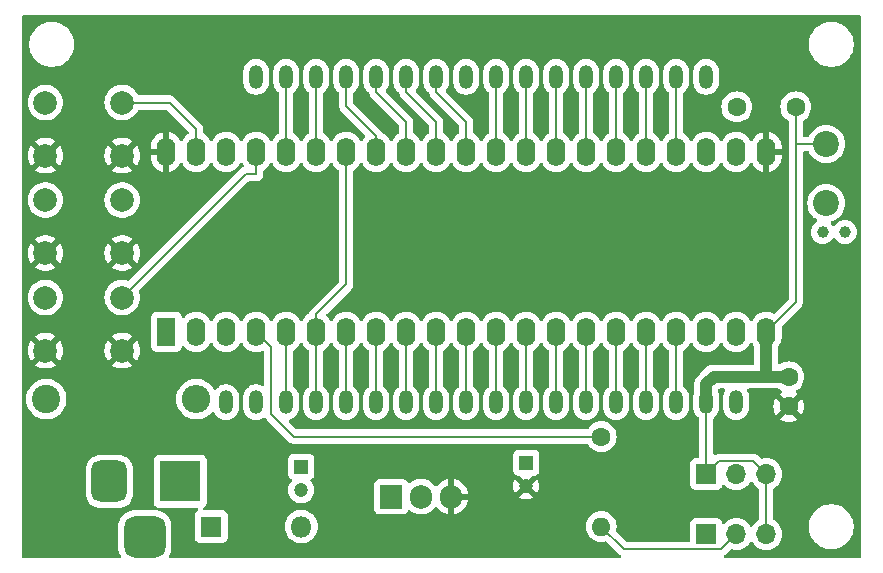
<source format=gbl>
G04 #@! TF.GenerationSoftware,KiCad,Pcbnew,8.0.8-8.0.8-0~ubuntu22.04.1*
G04 #@! TF.CreationDate,2025-01-22T21:02:32+09:00*
G04 #@! TF.ProjectId,vfdclock,76666463-6c6f-4636-9b2e-6b696361645f,1.1*
G04 #@! TF.SameCoordinates,PX6bf4b80PY716cdd8*
G04 #@! TF.FileFunction,Copper,L2,Bot*
G04 #@! TF.FilePolarity,Positive*
%FSLAX46Y46*%
G04 Gerber Fmt 4.6, Leading zero omitted, Abs format (unit mm)*
G04 Created by KiCad (PCBNEW 8.0.8-8.0.8-0~ubuntu22.04.1) date 2025-01-22 21:02:32*
%MOMM*%
%LPD*%
G01*
G04 APERTURE LIST*
G04 Aperture macros list*
%AMRoundRect*
0 Rectangle with rounded corners*
0 $1 Rounding radius*
0 $2 $3 $4 $5 $6 $7 $8 $9 X,Y pos of 4 corners*
0 Add a 4 corners polygon primitive as box body*
4,1,4,$2,$3,$4,$5,$6,$7,$8,$9,$2,$3,0*
0 Add four circle primitives for the rounded corners*
1,1,$1+$1,$2,$3*
1,1,$1+$1,$4,$5*
1,1,$1+$1,$6,$7*
1,1,$1+$1,$8,$9*
0 Add four rect primitives between the rounded corners*
20,1,$1+$1,$2,$3,$4,$5,0*
20,1,$1+$1,$4,$5,$6,$7,0*
20,1,$1+$1,$6,$7,$8,$9,0*
20,1,$1+$1,$8,$9,$2,$3,0*%
G04 Aperture macros list end*
G04 #@! TA.AperFunction,ComponentPad*
%ADD10R,1.800000X1.800000*%
G04 #@! TD*
G04 #@! TA.AperFunction,ComponentPad*
%ADD11O,1.800000X1.800000*%
G04 #@! TD*
G04 #@! TA.AperFunction,ComponentPad*
%ADD12C,2.000000*%
G04 #@! TD*
G04 #@! TA.AperFunction,ComponentPad*
%ADD13C,2.200000*%
G04 #@! TD*
G04 #@! TA.AperFunction,ComponentPad*
%ADD14C,1.000000*%
G04 #@! TD*
G04 #@! TA.AperFunction,ComponentPad*
%ADD15R,1.905000X2.000000*%
G04 #@! TD*
G04 #@! TA.AperFunction,ComponentPad*
%ADD16O,1.905000X2.000000*%
G04 #@! TD*
G04 #@! TA.AperFunction,ComponentPad*
%ADD17R,1.200000X1.200000*%
G04 #@! TD*
G04 #@! TA.AperFunction,ComponentPad*
%ADD18C,1.200000*%
G04 #@! TD*
G04 #@! TA.AperFunction,ComponentPad*
%ADD19R,1.600000X2.400000*%
G04 #@! TD*
G04 #@! TA.AperFunction,ComponentPad*
%ADD20O,1.600000X2.400000*%
G04 #@! TD*
G04 #@! TA.AperFunction,ComponentPad*
%ADD21R,1.700000X1.700000*%
G04 #@! TD*
G04 #@! TA.AperFunction,ComponentPad*
%ADD22O,1.700000X1.700000*%
G04 #@! TD*
G04 #@! TA.AperFunction,ComponentPad*
%ADD23C,1.600000*%
G04 #@! TD*
G04 #@! TA.AperFunction,ComponentPad*
%ADD24C,2.400000*%
G04 #@! TD*
G04 #@! TA.AperFunction,ComponentPad*
%ADD25O,2.400000X2.400000*%
G04 #@! TD*
G04 #@! TA.AperFunction,ComponentPad*
%ADD26R,3.500000X3.500000*%
G04 #@! TD*
G04 #@! TA.AperFunction,ComponentPad*
%ADD27RoundRect,0.750000X-0.750000X-1.000000X0.750000X-1.000000X0.750000X1.000000X-0.750000X1.000000X0*%
G04 #@! TD*
G04 #@! TA.AperFunction,ComponentPad*
%ADD28RoundRect,0.875000X-0.875000X-0.875000X0.875000X-0.875000X0.875000X0.875000X-0.875000X0.875000X0*%
G04 #@! TD*
G04 #@! TA.AperFunction,ComponentPad*
%ADD29O,1.200000X2.000000*%
G04 #@! TD*
G04 #@! TA.AperFunction,ComponentPad*
%ADD30O,1.600000X1.600000*%
G04 #@! TD*
G04 #@! TA.AperFunction,ViaPad*
%ADD31C,0.609600*%
G04 #@! TD*
G04 #@! TA.AperFunction,Conductor*
%ADD32C,0.200000*%
G04 #@! TD*
G04 #@! TA.AperFunction,Conductor*
%ADD33C,1.000000*%
G04 #@! TD*
G04 APERTURE END LIST*
D10*
X16510000Y3175000D03*
D11*
X24130000Y3175000D03*
D12*
X2465000Y39080000D03*
X8965000Y39080000D03*
X2465000Y34580000D03*
X8965000Y34580000D03*
D13*
X68580000Y30560000D03*
X68580000Y35560000D03*
D14*
X68265000Y28110000D03*
X70165000Y28110000D03*
D15*
X31750000Y5715000D03*
D16*
X34290000Y5715000D03*
X36830000Y5715000D03*
D17*
X24130000Y8255000D03*
D18*
X24130000Y6255000D03*
D19*
X12700000Y19665000D03*
D20*
X15240000Y19665000D03*
X17780000Y19665000D03*
X20320000Y19665000D03*
X22860000Y19665000D03*
X25400000Y19665000D03*
X27940000Y19665000D03*
X30480000Y19665000D03*
X33020000Y19665000D03*
X35560000Y19665000D03*
X38100000Y19665000D03*
X40640000Y19665000D03*
X43180000Y19665000D03*
X45720000Y19665000D03*
X48260000Y19665000D03*
X50800000Y19665000D03*
X53340000Y19665000D03*
X55880000Y19665000D03*
X58420000Y19665000D03*
X60960000Y19665000D03*
X63500000Y19665000D03*
X63500000Y34905000D03*
X60960000Y34905000D03*
X58420000Y34905000D03*
X55880000Y34905000D03*
X53340000Y34905000D03*
X50800000Y34905000D03*
X48260000Y34905000D03*
X45720000Y34905000D03*
X43180000Y34905000D03*
X40640000Y34905000D03*
X38100000Y34905000D03*
X35560000Y34905000D03*
X33020000Y34905000D03*
X30480000Y34905000D03*
X27940000Y34905000D03*
X25400000Y34905000D03*
X22860000Y34905000D03*
X20320000Y34905000D03*
X17780000Y34905000D03*
X15240000Y34905000D03*
X12700000Y34905000D03*
D17*
X43180000Y8592599D03*
D18*
X43180000Y6592599D03*
D21*
X58420000Y7620000D03*
D22*
X60960000Y7620000D03*
X63500000Y7620000D03*
D12*
X2465000Y22570000D03*
X8965000Y22570000D03*
X2465000Y18070000D03*
X8965000Y18070000D03*
D23*
X65405000Y15855000D03*
X65405000Y13355000D03*
D24*
X2540000Y13970000D03*
D25*
X15240000Y13970000D03*
D23*
X61000000Y38715000D03*
X66000000Y38715000D03*
D26*
X13885000Y7000000D03*
D27*
X7885000Y7000000D03*
D28*
X10885000Y2300000D03*
D29*
X17780000Y13710000D03*
X20320000Y13710000D03*
X22860000Y13710000D03*
X25400000Y13710000D03*
X27940000Y13710000D03*
X30480000Y13710000D03*
X33020000Y13710000D03*
X35560000Y13710000D03*
X38100000Y13710000D03*
X40640000Y13710000D03*
X43180000Y13710000D03*
X45720000Y13710000D03*
X48260000Y13710000D03*
X50800000Y13710000D03*
X53340000Y13710000D03*
X55880000Y13710000D03*
X58420000Y13710000D03*
X60960000Y13710000D03*
X58420000Y41250000D03*
X55880000Y41250000D03*
X53340000Y41250000D03*
X50800000Y41250000D03*
X48260000Y41250000D03*
X45720000Y41250000D03*
X43180000Y41250000D03*
X40640000Y41250000D03*
X38100000Y41250000D03*
X35560000Y41250000D03*
X33020000Y41250000D03*
X30480000Y41250000D03*
X27940000Y41250000D03*
X25400000Y41250000D03*
X22860000Y41250000D03*
X20320000Y41250000D03*
D23*
X49530000Y10795000D03*
D30*
X49530000Y3175000D03*
D21*
X58420000Y2540000D03*
D22*
X60960000Y2540000D03*
X63500000Y2540000D03*
D12*
X2465000Y30825000D03*
X8965000Y30825000D03*
X2465000Y26325000D03*
X8965000Y26325000D03*
D31*
X68580000Y9525000D03*
X18500000Y27920000D03*
X55330000Y27920000D03*
X14605000Y41890000D03*
X37550000Y27920000D03*
D32*
X58420000Y7620000D02*
X59522400Y8722400D01*
D33*
X63500000Y15875000D02*
X59055000Y15875000D01*
D32*
X66000000Y22165000D02*
X63500000Y19665000D01*
X66000000Y38715000D02*
X66000000Y35560000D01*
X66000000Y35560000D02*
X66000000Y22165000D01*
X63500000Y7620000D02*
X63500000Y2540000D01*
D33*
X58420000Y15240000D02*
X58420000Y13710000D01*
X63500000Y15875000D02*
X65385000Y15875000D01*
X59055000Y15875000D02*
X58420000Y15240000D01*
D32*
X66000000Y35560000D02*
X68580000Y35560000D01*
D33*
X63500000Y19665000D02*
X63500000Y15875000D01*
X65385000Y15875000D02*
X65405000Y15855000D01*
D32*
X59522400Y8722400D02*
X62397600Y8722400D01*
X58420000Y13710000D02*
X58420000Y7620000D01*
X62397600Y8722400D02*
X63500000Y7620000D01*
X51435000Y1270000D02*
X49530000Y3175000D01*
X60960000Y2540000D02*
X59690000Y1270000D01*
X59690000Y1270000D02*
X51435000Y1270000D01*
X20320000Y19665000D02*
X21590000Y18395000D01*
X21590000Y18395000D02*
X21590000Y12700000D01*
X23495000Y10795000D02*
X49530000Y10795000D01*
X21590000Y12700000D02*
X23495000Y10795000D01*
X15240000Y36830000D02*
X15240000Y34905000D01*
X8965000Y39080000D02*
X12990000Y39080000D01*
X12990000Y39080000D02*
X15240000Y36830000D01*
X19415000Y33020000D02*
X8965000Y22570000D01*
X20320000Y33020000D02*
X19415000Y33020000D01*
X20320000Y34900000D02*
X20320000Y33020000D01*
X45720000Y13710000D02*
X45720000Y19860000D01*
X27940000Y23701700D02*
X25400000Y21161700D01*
X25400000Y19860000D02*
X25400000Y21161700D01*
X25400000Y13710000D02*
X25400000Y19860000D01*
X27940000Y34900000D02*
X27940000Y23701700D01*
X53340000Y41250000D02*
X53340000Y34900000D01*
X30480000Y13710000D02*
X30480000Y19860000D01*
X53340000Y13710000D02*
X53340000Y19860000D01*
X33020000Y41250000D02*
X33020000Y39948300D01*
X35560000Y37408300D02*
X35560000Y34900000D01*
X33020000Y39948300D02*
X35560000Y37408300D01*
X27940000Y38741700D02*
X30480000Y36201700D01*
X30480000Y34900000D02*
X30480000Y36201700D01*
X27940000Y41250000D02*
X27940000Y38741700D01*
X55880000Y13710000D02*
X55880000Y19860000D01*
X43180000Y41250000D02*
X43180000Y34905000D01*
X22860000Y13710000D02*
X22860000Y19860000D01*
X48260000Y41250000D02*
X48260000Y34900000D01*
X35560000Y41250000D02*
X35560000Y39948300D01*
X38100000Y37408300D02*
X38100000Y34900000D01*
X35560000Y39948300D02*
X38100000Y37408300D01*
X27940000Y13710000D02*
X27940000Y19860000D01*
X40640000Y41250000D02*
X40640000Y34900000D01*
X48260000Y13710000D02*
X48260000Y19860000D01*
X30480000Y41250000D02*
X30480000Y39948300D01*
X30480000Y39948300D02*
X33020000Y37408300D01*
X33020000Y37408300D02*
X33020000Y34900000D01*
X33020000Y13710000D02*
X33020000Y19860000D01*
X38100000Y13710000D02*
X38100000Y19860000D01*
X55880000Y41250000D02*
X55880000Y34900000D01*
X50800000Y13710000D02*
X50800000Y19860000D01*
X22860000Y41250000D02*
X22860000Y34900000D01*
X45720000Y41250000D02*
X45720000Y34900000D01*
X25400000Y41250000D02*
X25400000Y34900000D01*
X43180000Y13710000D02*
X43180000Y19860000D01*
X35560000Y13710000D02*
X35560000Y19860000D01*
X40640000Y13710000D02*
X40640000Y19860000D01*
X50800000Y41250000D02*
X50800000Y34900000D01*
G04 #@! TA.AperFunction,Conductor*
G36*
X71443039Y46480315D02*
G01*
X71488794Y46427511D01*
X71500000Y46376000D01*
X71500000Y624000D01*
X71480315Y556961D01*
X71427511Y511206D01*
X71376000Y500000D01*
X60020093Y500000D01*
X59953054Y519685D01*
X59907299Y572489D01*
X59897355Y641647D01*
X59926380Y705203D01*
X59958089Y731385D01*
X59971904Y739361D01*
X60058716Y789480D01*
X60170520Y901284D01*
X60170520Y901286D01*
X60180728Y911493D01*
X60180730Y911496D01*
X60476470Y1207237D01*
X60537791Y1240720D01*
X60596238Y1239330D01*
X60724592Y1204937D01*
X60912918Y1188461D01*
X60959999Y1184341D01*
X60960000Y1184341D01*
X60960001Y1184341D01*
X60999234Y1187774D01*
X61195408Y1204937D01*
X61423663Y1266097D01*
X61637830Y1365965D01*
X61831401Y1501505D01*
X61998495Y1668599D01*
X62128425Y1854158D01*
X62183002Y1897783D01*
X62252500Y1904977D01*
X62314855Y1873454D01*
X62331575Y1854158D01*
X62461500Y1668605D01*
X62461505Y1668599D01*
X62628599Y1501505D01*
X62678119Y1466831D01*
X62822165Y1365968D01*
X62822167Y1365967D01*
X62822170Y1365965D01*
X63036337Y1266097D01*
X63264592Y1204937D01*
X63452918Y1188461D01*
X63499999Y1184341D01*
X63500000Y1184341D01*
X63500001Y1184341D01*
X63539234Y1187774D01*
X63735408Y1204937D01*
X63963663Y1266097D01*
X64177830Y1365965D01*
X64371401Y1501505D01*
X64538495Y1668599D01*
X64674035Y1862170D01*
X64773903Y2076337D01*
X64835063Y2304592D01*
X64855659Y2540000D01*
X64835063Y2775408D01*
X64773903Y3003663D01*
X64674035Y3217829D01*
X64668425Y3225842D01*
X64616808Y3299559D01*
X67099500Y3299559D01*
X67099500Y3050442D01*
X67099501Y3050425D01*
X67132017Y2803439D01*
X67196498Y2562793D01*
X67291830Y2332639D01*
X67291837Y2332624D01*
X67416400Y2116874D01*
X67568060Y1919226D01*
X67568066Y1919219D01*
X67744218Y1743067D01*
X67744225Y1743061D01*
X67941873Y1591401D01*
X68157623Y1466838D01*
X68157638Y1466831D01*
X68256825Y1425747D01*
X68387793Y1371498D01*
X68628435Y1307018D01*
X68875435Y1274500D01*
X68875442Y1274500D01*
X69124558Y1274500D01*
X69124565Y1274500D01*
X69371565Y1307018D01*
X69612207Y1371498D01*
X69842373Y1466836D01*
X70058127Y1591401D01*
X70255776Y1743062D01*
X70431938Y1919224D01*
X70583599Y2116873D01*
X70708164Y2332627D01*
X70803502Y2562793D01*
X70867982Y2803435D01*
X70900500Y3050435D01*
X70900500Y3299565D01*
X70867982Y3546565D01*
X70803502Y3787207D01*
X70749253Y3918175D01*
X70708169Y4017362D01*
X70708162Y4017377D01*
X70583599Y4233127D01*
X70431939Y4430775D01*
X70431933Y4430782D01*
X70255781Y4606934D01*
X70255774Y4606940D01*
X70058126Y4758600D01*
X69842376Y4883163D01*
X69842361Y4883170D01*
X69612207Y4978502D01*
X69503369Y5007665D01*
X69371565Y5042982D01*
X69371564Y5042983D01*
X69371561Y5042983D01*
X69124575Y5075499D01*
X69124570Y5075500D01*
X69124565Y5075500D01*
X68875435Y5075500D01*
X68875429Y5075500D01*
X68875424Y5075499D01*
X68628438Y5042983D01*
X68387792Y4978502D01*
X68157638Y4883170D01*
X68157623Y4883163D01*
X67941873Y4758600D01*
X67744225Y4606940D01*
X67744218Y4606934D01*
X67568066Y4430782D01*
X67568060Y4430775D01*
X67416400Y4233127D01*
X67291837Y4017377D01*
X67291830Y4017362D01*
X67196498Y3787208D01*
X67132017Y3546562D01*
X67099501Y3299576D01*
X67099500Y3299559D01*
X64616808Y3299559D01*
X64538494Y3411403D01*
X64371402Y3578494D01*
X64371395Y3578499D01*
X64177831Y3714035D01*
X64177826Y3714038D01*
X64172091Y3716712D01*
X64119653Y3762887D01*
X64100500Y3829092D01*
X64100500Y6330910D01*
X64120185Y6397949D01*
X64172101Y6443294D01*
X64177830Y6445965D01*
X64371401Y6581505D01*
X64538495Y6748599D01*
X64674035Y6942170D01*
X64773903Y7156337D01*
X64835063Y7384592D01*
X64855659Y7620000D01*
X64835063Y7855408D01*
X64779114Y8064216D01*
X64773905Y8083656D01*
X64773904Y8083657D01*
X64773903Y8083663D01*
X64674035Y8297829D01*
X64592214Y8414683D01*
X64538494Y8491403D01*
X64371402Y8658494D01*
X64371395Y8658499D01*
X64177834Y8794033D01*
X64177830Y8794035D01*
X64155075Y8804646D01*
X63963663Y8893903D01*
X63963659Y8893904D01*
X63963655Y8893906D01*
X63735413Y8955062D01*
X63735403Y8955064D01*
X63500001Y8975659D01*
X63499999Y8975659D01*
X63264596Y8955064D01*
X63264583Y8955061D01*
X63136241Y8920673D01*
X63066392Y8922336D01*
X63016468Y8952767D01*
X62885190Y9084045D01*
X62885188Y9084048D01*
X62766317Y9202919D01*
X62766316Y9202920D01*
X62679504Y9253040D01*
X62679504Y9253041D01*
X62679500Y9253042D01*
X62629385Y9281977D01*
X62476657Y9322901D01*
X62318543Y9322901D01*
X62310947Y9322901D01*
X62310931Y9322900D01*
X59609069Y9322900D01*
X59609053Y9322901D01*
X59601457Y9322901D01*
X59443343Y9322901D01*
X59353376Y9298794D01*
X59290610Y9281976D01*
X59290609Y9281975D01*
X59240496Y9253041D01*
X59240495Y9253040D01*
X59217554Y9239795D01*
X59206498Y9233412D01*
X59138597Y9216942D01*
X59072571Y9239795D01*
X59029381Y9294717D01*
X59020500Y9340801D01*
X59020500Y12322816D01*
X59040185Y12389855D01*
X59071609Y12423130D01*
X59136928Y12470586D01*
X59259414Y12593072D01*
X59361232Y12733212D01*
X59439873Y12887555D01*
X59493402Y13052299D01*
X59520500Y13223389D01*
X59520500Y14196611D01*
X59493402Y14367701D01*
X59439873Y14532445D01*
X59439871Y14532448D01*
X59439871Y14532450D01*
X59434016Y14543941D01*
X59420500Y14600237D01*
X59420500Y14750500D01*
X59440185Y14817539D01*
X59492989Y14863294D01*
X59544500Y14874500D01*
X59912380Y14874500D01*
X59979419Y14854815D01*
X60025174Y14802011D01*
X60035118Y14732853D01*
X60020204Y14691524D01*
X60020980Y14691129D01*
X59940128Y14532448D01*
X59886597Y14367698D01*
X59859500Y14196611D01*
X59859500Y13223389D01*
X59867677Y13171761D01*
X59874544Y13128401D01*
X59886598Y13052299D01*
X59940127Y12887555D01*
X60018768Y12733212D01*
X60120586Y12593072D01*
X60243072Y12470586D01*
X60383212Y12368768D01*
X60537555Y12290127D01*
X60702299Y12236598D01*
X60873389Y12209500D01*
X60873390Y12209500D01*
X61046610Y12209500D01*
X61046611Y12209500D01*
X61217701Y12236598D01*
X61382445Y12290127D01*
X61536788Y12368768D01*
X61676928Y12470586D01*
X61799414Y12593072D01*
X61901232Y12733212D01*
X61979873Y12887555D01*
X62033402Y13052299D01*
X62060500Y13223389D01*
X62060500Y14196611D01*
X62033402Y14367701D01*
X61979873Y14532445D01*
X61901232Y14686788D01*
X61901231Y14686789D01*
X61899020Y14691129D01*
X61900256Y14691760D01*
X61883648Y14753155D01*
X61904764Y14819758D01*
X61958536Y14864371D01*
X62007620Y14874500D01*
X63401459Y14874500D01*
X63598541Y14874500D01*
X64498848Y14874500D01*
X64565887Y14854815D01*
X64569971Y14852075D01*
X64752266Y14724432D01*
X64767975Y14717107D01*
X64820414Y14670936D01*
X64839567Y14603743D01*
X64819352Y14536862D01*
X64767979Y14492344D01*
X64752514Y14485133D01*
X64752512Y14485132D01*
X64679526Y14434027D01*
X64679526Y14434026D01*
X65358553Y13755000D01*
X65352339Y13755000D01*
X65250606Y13727741D01*
X65159394Y13675080D01*
X65084920Y13600606D01*
X65032259Y13509394D01*
X65005000Y13407661D01*
X65005000Y13401448D01*
X64325974Y14080474D01*
X64325973Y14080474D01*
X64274868Y14007488D01*
X64274866Y14007484D01*
X64178734Y13801327D01*
X64178730Y13801318D01*
X64119860Y13581611D01*
X64119858Y13581600D01*
X64100034Y13355003D01*
X64100034Y13354998D01*
X64119858Y13128401D01*
X64119860Y13128390D01*
X64178730Y12908683D01*
X64178735Y12908669D01*
X64274863Y12702522D01*
X64325974Y12629528D01*
X65005000Y13308554D01*
X65005000Y13302339D01*
X65032259Y13200606D01*
X65084920Y13109394D01*
X65159394Y13034920D01*
X65250606Y12982259D01*
X65352339Y12955000D01*
X65358553Y12955000D01*
X64679526Y12275975D01*
X64752513Y12224868D01*
X64752521Y12224864D01*
X64958668Y12128736D01*
X64958682Y12128731D01*
X65178389Y12069861D01*
X65178400Y12069859D01*
X65404998Y12050034D01*
X65405002Y12050034D01*
X65631599Y12069859D01*
X65631610Y12069861D01*
X65851317Y12128731D01*
X65851331Y12128736D01*
X66057478Y12224864D01*
X66130471Y12275976D01*
X65451447Y12955000D01*
X65457661Y12955000D01*
X65559394Y12982259D01*
X65650606Y13034920D01*
X65725080Y13109394D01*
X65777741Y13200606D01*
X65805000Y13302339D01*
X65805000Y13308553D01*
X66484024Y12629529D01*
X66535136Y12702522D01*
X66631264Y12908669D01*
X66631269Y12908683D01*
X66690139Y13128390D01*
X66690141Y13128401D01*
X66709966Y13354998D01*
X66709966Y13355003D01*
X66690141Y13581600D01*
X66690139Y13581611D01*
X66631269Y13801318D01*
X66631264Y13801332D01*
X66535136Y14007479D01*
X66535132Y14007487D01*
X66484025Y14080474D01*
X65805000Y13401449D01*
X65805000Y13407661D01*
X65777741Y13509394D01*
X65725080Y13600606D01*
X65650606Y13675080D01*
X65559394Y13727741D01*
X65457661Y13755000D01*
X65451445Y13755000D01*
X66130472Y14434026D01*
X66057480Y14485136D01*
X66042024Y14492343D01*
X65989585Y14538516D01*
X65970433Y14605710D01*
X65990649Y14672591D01*
X66042023Y14717107D01*
X66057734Y14724432D01*
X66244139Y14854953D01*
X66405047Y15015861D01*
X66535568Y15202266D01*
X66631739Y15408504D01*
X66690635Y15628308D01*
X66710468Y15855000D01*
X66690635Y16081692D01*
X66631739Y16301496D01*
X66535568Y16507734D01*
X66405047Y16694139D01*
X66405045Y16694142D01*
X66244141Y16855046D01*
X66057734Y16985568D01*
X66057732Y16985569D01*
X65851497Y17081739D01*
X65851488Y17081742D01*
X65631697Y17140634D01*
X65631693Y17140635D01*
X65631692Y17140635D01*
X65631691Y17140636D01*
X65631686Y17140636D01*
X65405002Y17160468D01*
X65404998Y17160468D01*
X65178313Y17140636D01*
X65178302Y17140634D01*
X64958511Y17081742D01*
X64958502Y17081739D01*
X64752267Y16985569D01*
X64695622Y16945906D01*
X64629416Y16923579D01*
X64561649Y16940591D01*
X64513836Y16991540D01*
X64500500Y17047482D01*
X64500500Y18389239D01*
X64520185Y18456278D01*
X64524165Y18462101D01*
X64612287Y18583390D01*
X64705220Y18765781D01*
X64768477Y18960466D01*
X64800500Y19162648D01*
X64800500Y20064904D01*
X64820185Y20131943D01*
X64836814Y20152580D01*
X66358506Y21674273D01*
X66358511Y21674276D01*
X66368714Y21684480D01*
X66368716Y21684480D01*
X66480520Y21796284D01*
X66540599Y21900345D01*
X66559577Y21933215D01*
X66600501Y22085943D01*
X66600501Y22244057D01*
X66600501Y22251652D01*
X66600500Y22251670D01*
X66600500Y30560000D01*
X66974551Y30560000D01*
X66994317Y30308849D01*
X67053126Y30063890D01*
X67149533Y29831141D01*
X67281160Y29616347D01*
X67281161Y29616344D01*
X67281164Y29616341D01*
X67444776Y29424776D01*
X67562184Y29324500D01*
X67636343Y29261162D01*
X67636346Y29261161D01*
X67759267Y29185834D01*
X67806142Y29134022D01*
X67817565Y29065093D01*
X67789908Y29000930D01*
X67752931Y28970749D01*
X67706464Y28945912D01*
X67706460Y28945910D01*
X67554116Y28820884D01*
X67429090Y28668540D01*
X67429086Y28668533D01*
X67336188Y28494734D01*
X67278975Y28306130D01*
X67259659Y28110000D01*
X67278975Y27913871D01*
X67336188Y27725267D01*
X67429086Y27551468D01*
X67429090Y27551461D01*
X67554116Y27399117D01*
X67706460Y27274091D01*
X67706467Y27274087D01*
X67880266Y27181189D01*
X67880269Y27181189D01*
X67880273Y27181186D01*
X68068868Y27123976D01*
X68265000Y27104659D01*
X68461132Y27123976D01*
X68649727Y27181186D01*
X68675353Y27194883D01*
X68823532Y27274087D01*
X68823538Y27274090D01*
X68975883Y27399117D01*
X69100910Y27551462D01*
X69105640Y27560313D01*
X69154602Y27610157D01*
X69222739Y27625619D01*
X69288419Y27601789D01*
X69324360Y27560312D01*
X69329091Y27551461D01*
X69454116Y27399117D01*
X69606460Y27274091D01*
X69606467Y27274087D01*
X69780266Y27181189D01*
X69780269Y27181189D01*
X69780273Y27181186D01*
X69968868Y27123976D01*
X70165000Y27104659D01*
X70361132Y27123976D01*
X70549727Y27181186D01*
X70575353Y27194883D01*
X70723532Y27274087D01*
X70723538Y27274090D01*
X70875883Y27399117D01*
X71000910Y27551462D01*
X71093814Y27725273D01*
X71151024Y27913868D01*
X71170341Y28110000D01*
X71151024Y28306132D01*
X71093814Y28494727D01*
X71093811Y28494731D01*
X71093811Y28494734D01*
X71000913Y28668533D01*
X71000909Y28668540D01*
X70875883Y28820884D01*
X70723539Y28945910D01*
X70723532Y28945914D01*
X70549733Y29038812D01*
X70549727Y29038814D01*
X70361132Y29096024D01*
X70361129Y29096025D01*
X70165000Y29115341D01*
X69968870Y29096025D01*
X69780266Y29038812D01*
X69606467Y28945914D01*
X69606460Y28945910D01*
X69454116Y28820884D01*
X69329090Y28668540D01*
X69329088Y28668536D01*
X69324358Y28659686D01*
X69275395Y28609842D01*
X69207257Y28594382D01*
X69141578Y28618214D01*
X69105642Y28659686D01*
X69100911Y28668536D01*
X69100909Y28668540D01*
X68972452Y28825065D01*
X68945139Y28889375D01*
X68956930Y28958243D01*
X69004082Y29009803D01*
X69039360Y29024304D01*
X69076107Y29033126D01*
X69076107Y29033127D01*
X69076111Y29033127D01*
X69308859Y29129534D01*
X69523659Y29261164D01*
X69715224Y29424776D01*
X69878836Y29616341D01*
X70010466Y29831141D01*
X70106873Y30063889D01*
X70165683Y30308852D01*
X70185449Y30560000D01*
X70165683Y30811148D01*
X70106873Y31056111D01*
X70010466Y31288859D01*
X70010466Y31288860D01*
X69878839Y31503654D01*
X69878838Y31503657D01*
X69841875Y31546934D01*
X69715224Y31695224D01*
X69588571Y31803396D01*
X69523656Y31858839D01*
X69523653Y31858840D01*
X69308859Y31990467D01*
X69076110Y32086874D01*
X68831151Y32145683D01*
X68580000Y32165449D01*
X68328848Y32145683D01*
X68083889Y32086874D01*
X67851140Y31990467D01*
X67636346Y31858840D01*
X67636343Y31858839D01*
X67444776Y31695224D01*
X67281161Y31503657D01*
X67281160Y31503654D01*
X67149533Y31288860D01*
X67053126Y31056111D01*
X66994317Y30811152D01*
X66974551Y30560000D01*
X66600500Y30560000D01*
X66600500Y34835500D01*
X66620185Y34902539D01*
X66672989Y34948294D01*
X66724500Y34959500D01*
X67013512Y34959500D01*
X67080551Y34939815D01*
X67126306Y34887011D01*
X67128073Y34882952D01*
X67149532Y34831144D01*
X67149533Y34831142D01*
X67281160Y34616347D01*
X67281161Y34616344D01*
X67281164Y34616341D01*
X67444776Y34424776D01*
X67553096Y34332262D01*
X67636343Y34261162D01*
X67636346Y34261161D01*
X67851140Y34129534D01*
X67943487Y34091283D01*
X68083889Y34033127D01*
X68328852Y33974317D01*
X68580000Y33954551D01*
X68831148Y33974317D01*
X69076111Y34033127D01*
X69308859Y34129534D01*
X69523659Y34261164D01*
X69715224Y34424776D01*
X69878836Y34616341D01*
X70010466Y34831141D01*
X70106873Y35063889D01*
X70165683Y35308852D01*
X70185449Y35560000D01*
X70165683Y35811148D01*
X70106873Y36056111D01*
X70067066Y36152214D01*
X70010466Y36288860D01*
X69878839Y36503654D01*
X69878838Y36503657D01*
X69812554Y36581265D01*
X69715224Y36695224D01*
X69588571Y36803396D01*
X69523656Y36858839D01*
X69523653Y36858840D01*
X69308859Y36990467D01*
X69076110Y37086874D01*
X68831151Y37145683D01*
X68580000Y37165449D01*
X68328848Y37145683D01*
X68083889Y37086874D01*
X67851140Y36990467D01*
X67636346Y36858840D01*
X67636343Y36858839D01*
X67444776Y36695224D01*
X67281161Y36503657D01*
X67281160Y36503654D01*
X67149533Y36288859D01*
X67149532Y36288857D01*
X67128073Y36237048D01*
X67084233Y36182644D01*
X67017939Y36160579D01*
X67013512Y36160500D01*
X66724500Y36160500D01*
X66657461Y36180185D01*
X66611706Y36232989D01*
X66600500Y36284500D01*
X66600500Y37483308D01*
X66620185Y37550347D01*
X66653374Y37584881D01*
X66839139Y37714953D01*
X67000047Y37875861D01*
X67130568Y38062266D01*
X67226739Y38268504D01*
X67285635Y38488308D01*
X67305468Y38715000D01*
X67285635Y38941692D01*
X67226739Y39161496D01*
X67130568Y39367734D01*
X67000047Y39554139D01*
X67000045Y39554142D01*
X66839141Y39715046D01*
X66652734Y39845568D01*
X66652732Y39845569D01*
X66446497Y39941739D01*
X66446488Y39941742D01*
X66226697Y40000634D01*
X66226693Y40000635D01*
X66226692Y40000635D01*
X66226691Y40000636D01*
X66226686Y40000636D01*
X66000002Y40020468D01*
X65999998Y40020468D01*
X65773313Y40000636D01*
X65773302Y40000634D01*
X65553511Y39941742D01*
X65553502Y39941739D01*
X65347267Y39845569D01*
X65347265Y39845568D01*
X65160858Y39715046D01*
X64999954Y39554142D01*
X64869432Y39367735D01*
X64869431Y39367733D01*
X64773261Y39161498D01*
X64773258Y39161489D01*
X64714366Y38941698D01*
X64714364Y38941687D01*
X64694532Y38715002D01*
X64694532Y38714999D01*
X64714364Y38488314D01*
X64714366Y38488303D01*
X64773258Y38268512D01*
X64773261Y38268503D01*
X64869431Y38062268D01*
X64869432Y38062266D01*
X64999954Y37875859D01*
X65160858Y37714955D01*
X65160861Y37714953D01*
X65346624Y37584882D01*
X65390248Y37530307D01*
X65399500Y37483308D01*
X65399500Y22465098D01*
X65379815Y22398059D01*
X65363181Y22377417D01*
X64233020Y21247257D01*
X64171697Y21213772D01*
X64102005Y21218756D01*
X64089045Y21224453D01*
X63999219Y21270221D01*
X63804536Y21333477D01*
X63642816Y21359091D01*
X63602352Y21365500D01*
X63397648Y21365500D01*
X63373329Y21361649D01*
X63195465Y21333478D01*
X63000776Y21270219D01*
X62818386Y21177285D01*
X62652786Y21056972D01*
X62508028Y20912214D01*
X62387715Y20746614D01*
X62340485Y20653920D01*
X62292510Y20603124D01*
X62224689Y20586329D01*
X62158554Y20608866D01*
X62119515Y20653920D01*
X62118883Y20655160D01*
X62072287Y20746610D01*
X62064556Y20757251D01*
X61951971Y20912214D01*
X61807213Y21056972D01*
X61641613Y21177285D01*
X61641612Y21177286D01*
X61641610Y21177287D01*
X61579800Y21208781D01*
X61459223Y21270219D01*
X61264534Y21333478D01*
X61089995Y21361122D01*
X61062352Y21365500D01*
X60857648Y21365500D01*
X60833329Y21361649D01*
X60655465Y21333478D01*
X60460776Y21270219D01*
X60278386Y21177285D01*
X60112786Y21056972D01*
X59968028Y20912214D01*
X59847715Y20746614D01*
X59800485Y20653920D01*
X59752510Y20603124D01*
X59684689Y20586329D01*
X59618554Y20608866D01*
X59579515Y20653920D01*
X59578883Y20655160D01*
X59532287Y20746610D01*
X59524556Y20757251D01*
X59411971Y20912214D01*
X59267213Y21056972D01*
X59101613Y21177285D01*
X59101612Y21177286D01*
X59101610Y21177287D01*
X59039800Y21208781D01*
X58919223Y21270219D01*
X58724534Y21333478D01*
X58549995Y21361122D01*
X58522352Y21365500D01*
X58317648Y21365500D01*
X58293329Y21361649D01*
X58115465Y21333478D01*
X57920776Y21270219D01*
X57738386Y21177285D01*
X57572786Y21056972D01*
X57428028Y20912214D01*
X57307715Y20746614D01*
X57260485Y20653920D01*
X57212510Y20603124D01*
X57144689Y20586329D01*
X57078554Y20608866D01*
X57039515Y20653920D01*
X57038883Y20655160D01*
X56992287Y20746610D01*
X56984556Y20757251D01*
X56871971Y20912214D01*
X56727213Y21056972D01*
X56561613Y21177285D01*
X56561612Y21177286D01*
X56561610Y21177287D01*
X56499800Y21208781D01*
X56379223Y21270219D01*
X56184534Y21333478D01*
X56009995Y21361122D01*
X55982352Y21365500D01*
X55777648Y21365500D01*
X55753329Y21361649D01*
X55575465Y21333478D01*
X55380776Y21270219D01*
X55198386Y21177285D01*
X55032786Y21056972D01*
X54888028Y20912214D01*
X54767715Y20746614D01*
X54720485Y20653920D01*
X54672510Y20603124D01*
X54604689Y20586329D01*
X54538554Y20608866D01*
X54499515Y20653920D01*
X54498883Y20655160D01*
X54452287Y20746610D01*
X54444556Y20757251D01*
X54331971Y20912214D01*
X54187213Y21056972D01*
X54021613Y21177285D01*
X54021612Y21177286D01*
X54021610Y21177287D01*
X53959800Y21208781D01*
X53839223Y21270219D01*
X53644534Y21333478D01*
X53469995Y21361122D01*
X53442352Y21365500D01*
X53237648Y21365500D01*
X53213329Y21361649D01*
X53035465Y21333478D01*
X52840776Y21270219D01*
X52658386Y21177285D01*
X52492786Y21056972D01*
X52348028Y20912214D01*
X52227715Y20746614D01*
X52180485Y20653920D01*
X52132510Y20603124D01*
X52064689Y20586329D01*
X51998554Y20608866D01*
X51959515Y20653920D01*
X51958883Y20655160D01*
X51912287Y20746610D01*
X51904556Y20757251D01*
X51791971Y20912214D01*
X51647213Y21056972D01*
X51481613Y21177285D01*
X51481612Y21177286D01*
X51481610Y21177287D01*
X51419800Y21208781D01*
X51299223Y21270219D01*
X51104534Y21333478D01*
X50929995Y21361122D01*
X50902352Y21365500D01*
X50697648Y21365500D01*
X50673329Y21361649D01*
X50495465Y21333478D01*
X50300776Y21270219D01*
X50118386Y21177285D01*
X49952786Y21056972D01*
X49808028Y20912214D01*
X49687715Y20746614D01*
X49640485Y20653920D01*
X49592510Y20603124D01*
X49524689Y20586329D01*
X49458554Y20608866D01*
X49419515Y20653920D01*
X49418883Y20655160D01*
X49372287Y20746610D01*
X49364556Y20757251D01*
X49251971Y20912214D01*
X49107213Y21056972D01*
X48941613Y21177285D01*
X48941612Y21177286D01*
X48941610Y21177287D01*
X48879800Y21208781D01*
X48759223Y21270219D01*
X48564534Y21333478D01*
X48389995Y21361122D01*
X48362352Y21365500D01*
X48157648Y21365500D01*
X48133329Y21361649D01*
X47955465Y21333478D01*
X47760776Y21270219D01*
X47578386Y21177285D01*
X47412786Y21056972D01*
X47268028Y20912214D01*
X47147715Y20746614D01*
X47100485Y20653920D01*
X47052510Y20603124D01*
X46984689Y20586329D01*
X46918554Y20608866D01*
X46879515Y20653920D01*
X46878883Y20655160D01*
X46832287Y20746610D01*
X46824556Y20757251D01*
X46711971Y20912214D01*
X46567213Y21056972D01*
X46401613Y21177285D01*
X46401612Y21177286D01*
X46401610Y21177287D01*
X46339800Y21208781D01*
X46219223Y21270219D01*
X46024534Y21333478D01*
X45849995Y21361122D01*
X45822352Y21365500D01*
X45617648Y21365500D01*
X45593329Y21361649D01*
X45415465Y21333478D01*
X45220776Y21270219D01*
X45038386Y21177285D01*
X44872786Y21056972D01*
X44728028Y20912214D01*
X44607715Y20746614D01*
X44560485Y20653920D01*
X44512510Y20603124D01*
X44444689Y20586329D01*
X44378554Y20608866D01*
X44339515Y20653920D01*
X44338883Y20655160D01*
X44292287Y20746610D01*
X44284556Y20757251D01*
X44171971Y20912214D01*
X44027213Y21056972D01*
X43861613Y21177285D01*
X43861612Y21177286D01*
X43861610Y21177287D01*
X43799800Y21208781D01*
X43679223Y21270219D01*
X43484534Y21333478D01*
X43309995Y21361122D01*
X43282352Y21365500D01*
X43077648Y21365500D01*
X43053329Y21361649D01*
X42875465Y21333478D01*
X42680776Y21270219D01*
X42498386Y21177285D01*
X42332786Y21056972D01*
X42188028Y20912214D01*
X42067715Y20746614D01*
X42020485Y20653920D01*
X41972510Y20603124D01*
X41904689Y20586329D01*
X41838554Y20608866D01*
X41799515Y20653920D01*
X41798883Y20655160D01*
X41752287Y20746610D01*
X41744556Y20757251D01*
X41631971Y20912214D01*
X41487213Y21056972D01*
X41321613Y21177285D01*
X41321612Y21177286D01*
X41321610Y21177287D01*
X41259800Y21208781D01*
X41139223Y21270219D01*
X40944534Y21333478D01*
X40769995Y21361122D01*
X40742352Y21365500D01*
X40537648Y21365500D01*
X40513329Y21361649D01*
X40335465Y21333478D01*
X40140776Y21270219D01*
X39958386Y21177285D01*
X39792786Y21056972D01*
X39648028Y20912214D01*
X39527715Y20746614D01*
X39480485Y20653920D01*
X39432510Y20603124D01*
X39364689Y20586329D01*
X39298554Y20608866D01*
X39259515Y20653920D01*
X39258883Y20655160D01*
X39212287Y20746610D01*
X39204556Y20757251D01*
X39091971Y20912214D01*
X38947213Y21056972D01*
X38781613Y21177285D01*
X38781612Y21177286D01*
X38781610Y21177287D01*
X38719800Y21208781D01*
X38599223Y21270219D01*
X38404534Y21333478D01*
X38229995Y21361122D01*
X38202352Y21365500D01*
X37997648Y21365500D01*
X37973329Y21361649D01*
X37795465Y21333478D01*
X37600776Y21270219D01*
X37418386Y21177285D01*
X37252786Y21056972D01*
X37108028Y20912214D01*
X36987715Y20746614D01*
X36940485Y20653920D01*
X36892510Y20603124D01*
X36824689Y20586329D01*
X36758554Y20608866D01*
X36719515Y20653920D01*
X36718883Y20655160D01*
X36672287Y20746610D01*
X36664556Y20757251D01*
X36551971Y20912214D01*
X36407213Y21056972D01*
X36241613Y21177285D01*
X36241612Y21177286D01*
X36241610Y21177287D01*
X36179800Y21208781D01*
X36059223Y21270219D01*
X35864534Y21333478D01*
X35689995Y21361122D01*
X35662352Y21365500D01*
X35457648Y21365500D01*
X35433329Y21361649D01*
X35255465Y21333478D01*
X35060776Y21270219D01*
X34878386Y21177285D01*
X34712786Y21056972D01*
X34568028Y20912214D01*
X34447715Y20746614D01*
X34400485Y20653920D01*
X34352510Y20603124D01*
X34284689Y20586329D01*
X34218554Y20608866D01*
X34179515Y20653920D01*
X34178883Y20655160D01*
X34132287Y20746610D01*
X34124556Y20757251D01*
X34011971Y20912214D01*
X33867213Y21056972D01*
X33701613Y21177285D01*
X33701612Y21177286D01*
X33701610Y21177287D01*
X33639800Y21208781D01*
X33519223Y21270219D01*
X33324534Y21333478D01*
X33149995Y21361122D01*
X33122352Y21365500D01*
X32917648Y21365500D01*
X32893329Y21361649D01*
X32715465Y21333478D01*
X32520776Y21270219D01*
X32338386Y21177285D01*
X32172786Y21056972D01*
X32028028Y20912214D01*
X31907715Y20746614D01*
X31860485Y20653920D01*
X31812510Y20603124D01*
X31744689Y20586329D01*
X31678554Y20608866D01*
X31639515Y20653920D01*
X31638883Y20655160D01*
X31592287Y20746610D01*
X31584556Y20757251D01*
X31471971Y20912214D01*
X31327213Y21056972D01*
X31161613Y21177285D01*
X31161612Y21177286D01*
X31161610Y21177287D01*
X31099800Y21208781D01*
X30979223Y21270219D01*
X30784534Y21333478D01*
X30609995Y21361122D01*
X30582352Y21365500D01*
X30377648Y21365500D01*
X30353329Y21361649D01*
X30175465Y21333478D01*
X29980776Y21270219D01*
X29798386Y21177285D01*
X29632786Y21056972D01*
X29488028Y20912214D01*
X29367715Y20746614D01*
X29320485Y20653920D01*
X29272510Y20603124D01*
X29204689Y20586329D01*
X29138554Y20608866D01*
X29099515Y20653920D01*
X29098883Y20655160D01*
X29052287Y20746610D01*
X29044556Y20757251D01*
X28931971Y20912214D01*
X28787213Y21056972D01*
X28621613Y21177285D01*
X28621612Y21177286D01*
X28621610Y21177287D01*
X28559800Y21208781D01*
X28439223Y21270219D01*
X28244534Y21333478D01*
X28069995Y21361122D01*
X28042352Y21365500D01*
X27837648Y21365500D01*
X27813329Y21361649D01*
X27635465Y21333478D01*
X27440776Y21270219D01*
X27258386Y21177285D01*
X27092786Y21056972D01*
X26948028Y20912214D01*
X26827715Y20746614D01*
X26780485Y20653920D01*
X26732510Y20603124D01*
X26664689Y20586329D01*
X26598554Y20608866D01*
X26559515Y20653920D01*
X26558883Y20655160D01*
X26512287Y20746610D01*
X26504556Y20757251D01*
X26391971Y20912214D01*
X26283540Y21020645D01*
X26250055Y21081968D01*
X26255039Y21151660D01*
X26283538Y21196005D01*
X28298506Y23210972D01*
X28298511Y23210976D01*
X28308714Y23221180D01*
X28308716Y23221180D01*
X28420520Y23332984D01*
X28499577Y23469916D01*
X28540500Y23622643D01*
X28540500Y33275399D01*
X28560185Y33342438D01*
X28608206Y33385884D01*
X28621610Y33392713D01*
X28787219Y33513034D01*
X28931966Y33657781D01*
X28931968Y33657785D01*
X28931971Y33657787D01*
X29052284Y33823386D01*
X29052286Y33823389D01*
X29052287Y33823390D01*
X29099516Y33916083D01*
X29147489Y33966877D01*
X29215310Y33983672D01*
X29281445Y33961135D01*
X29320485Y33916081D01*
X29367715Y33823386D01*
X29488028Y33657787D01*
X29632786Y33513029D01*
X29787749Y33400444D01*
X29798390Y33392713D01*
X29879499Y33351386D01*
X29980776Y33299782D01*
X29980778Y33299782D01*
X29980781Y33299780D01*
X30055818Y33275399D01*
X30175465Y33236523D01*
X30276557Y33220512D01*
X30377648Y33204500D01*
X30377649Y33204500D01*
X30582351Y33204500D01*
X30582352Y33204500D01*
X30784534Y33236523D01*
X30979219Y33299780D01*
X31161610Y33392713D01*
X31254590Y33460268D01*
X31327213Y33513029D01*
X31327215Y33513032D01*
X31327219Y33513034D01*
X31471966Y33657781D01*
X31471968Y33657785D01*
X31471971Y33657787D01*
X31592284Y33823386D01*
X31592286Y33823389D01*
X31592287Y33823390D01*
X31639516Y33916083D01*
X31687489Y33966877D01*
X31755310Y33983672D01*
X31821445Y33961135D01*
X31860485Y33916081D01*
X31907715Y33823386D01*
X32028028Y33657787D01*
X32172786Y33513029D01*
X32327749Y33400444D01*
X32338390Y33392713D01*
X32419499Y33351386D01*
X32520776Y33299782D01*
X32520778Y33299782D01*
X32520781Y33299780D01*
X32595818Y33275399D01*
X32715465Y33236523D01*
X32816557Y33220512D01*
X32917648Y33204500D01*
X32917649Y33204500D01*
X33122351Y33204500D01*
X33122352Y33204500D01*
X33324534Y33236523D01*
X33519219Y33299780D01*
X33701610Y33392713D01*
X33794590Y33460268D01*
X33867213Y33513029D01*
X33867215Y33513032D01*
X33867219Y33513034D01*
X34011966Y33657781D01*
X34011968Y33657785D01*
X34011971Y33657787D01*
X34132284Y33823386D01*
X34132286Y33823389D01*
X34132287Y33823390D01*
X34179516Y33916083D01*
X34227489Y33966877D01*
X34295310Y33983672D01*
X34361445Y33961135D01*
X34400485Y33916081D01*
X34447715Y33823386D01*
X34568028Y33657787D01*
X34712786Y33513029D01*
X34867749Y33400444D01*
X34878390Y33392713D01*
X34959499Y33351386D01*
X35060776Y33299782D01*
X35060778Y33299782D01*
X35060781Y33299780D01*
X35135818Y33275399D01*
X35255465Y33236523D01*
X35356557Y33220512D01*
X35457648Y33204500D01*
X35457649Y33204500D01*
X35662351Y33204500D01*
X35662352Y33204500D01*
X35864534Y33236523D01*
X36059219Y33299780D01*
X36241610Y33392713D01*
X36334590Y33460268D01*
X36407213Y33513029D01*
X36407215Y33513032D01*
X36407219Y33513034D01*
X36551966Y33657781D01*
X36551968Y33657785D01*
X36551971Y33657787D01*
X36672284Y33823386D01*
X36672286Y33823389D01*
X36672287Y33823390D01*
X36719516Y33916083D01*
X36767489Y33966877D01*
X36835310Y33983672D01*
X36901445Y33961135D01*
X36940485Y33916081D01*
X36987715Y33823386D01*
X37108028Y33657787D01*
X37252786Y33513029D01*
X37407749Y33400444D01*
X37418390Y33392713D01*
X37499499Y33351386D01*
X37600776Y33299782D01*
X37600778Y33299782D01*
X37600781Y33299780D01*
X37675818Y33275399D01*
X37795465Y33236523D01*
X37896557Y33220512D01*
X37997648Y33204500D01*
X37997649Y33204500D01*
X38202351Y33204500D01*
X38202352Y33204500D01*
X38404534Y33236523D01*
X38599219Y33299780D01*
X38781610Y33392713D01*
X38874590Y33460268D01*
X38947213Y33513029D01*
X38947215Y33513032D01*
X38947219Y33513034D01*
X39091966Y33657781D01*
X39091968Y33657785D01*
X39091971Y33657787D01*
X39212284Y33823386D01*
X39212286Y33823389D01*
X39212287Y33823390D01*
X39259516Y33916083D01*
X39307489Y33966877D01*
X39375310Y33983672D01*
X39441445Y33961135D01*
X39480485Y33916081D01*
X39527715Y33823386D01*
X39648028Y33657787D01*
X39792786Y33513029D01*
X39947749Y33400444D01*
X39958390Y33392713D01*
X40039499Y33351386D01*
X40140776Y33299782D01*
X40140778Y33299782D01*
X40140781Y33299780D01*
X40215818Y33275399D01*
X40335465Y33236523D01*
X40436557Y33220512D01*
X40537648Y33204500D01*
X40537649Y33204500D01*
X40742351Y33204500D01*
X40742352Y33204500D01*
X40944534Y33236523D01*
X41139219Y33299780D01*
X41321610Y33392713D01*
X41414590Y33460268D01*
X41487213Y33513029D01*
X41487215Y33513032D01*
X41487219Y33513034D01*
X41631966Y33657781D01*
X41631968Y33657785D01*
X41631971Y33657787D01*
X41752284Y33823386D01*
X41752286Y33823389D01*
X41752287Y33823390D01*
X41799516Y33916083D01*
X41847489Y33966877D01*
X41915310Y33983672D01*
X41981445Y33961135D01*
X42020485Y33916081D01*
X42067715Y33823386D01*
X42188028Y33657787D01*
X42332786Y33513029D01*
X42487749Y33400444D01*
X42498390Y33392713D01*
X42579499Y33351386D01*
X42680776Y33299782D01*
X42680778Y33299782D01*
X42680781Y33299780D01*
X42755818Y33275399D01*
X42875465Y33236523D01*
X42976557Y33220512D01*
X43077648Y33204500D01*
X43077649Y33204500D01*
X43282351Y33204500D01*
X43282352Y33204500D01*
X43484534Y33236523D01*
X43679219Y33299780D01*
X43861610Y33392713D01*
X43954590Y33460268D01*
X44027213Y33513029D01*
X44027215Y33513032D01*
X44027219Y33513034D01*
X44171966Y33657781D01*
X44171968Y33657785D01*
X44171971Y33657787D01*
X44292284Y33823386D01*
X44292286Y33823389D01*
X44292287Y33823390D01*
X44339516Y33916083D01*
X44387489Y33966877D01*
X44455310Y33983672D01*
X44521445Y33961135D01*
X44560485Y33916081D01*
X44607715Y33823386D01*
X44728028Y33657787D01*
X44872786Y33513029D01*
X45027749Y33400444D01*
X45038390Y33392713D01*
X45119499Y33351386D01*
X45220776Y33299782D01*
X45220778Y33299782D01*
X45220781Y33299780D01*
X45295818Y33275399D01*
X45415465Y33236523D01*
X45516557Y33220512D01*
X45617648Y33204500D01*
X45617649Y33204500D01*
X45822351Y33204500D01*
X45822352Y33204500D01*
X46024534Y33236523D01*
X46219219Y33299780D01*
X46401610Y33392713D01*
X46494590Y33460268D01*
X46567213Y33513029D01*
X46567215Y33513032D01*
X46567219Y33513034D01*
X46711966Y33657781D01*
X46711968Y33657785D01*
X46711971Y33657787D01*
X46832284Y33823386D01*
X46832286Y33823389D01*
X46832287Y33823390D01*
X46879516Y33916083D01*
X46927489Y33966877D01*
X46995310Y33983672D01*
X47061445Y33961135D01*
X47100485Y33916081D01*
X47147715Y33823386D01*
X47268028Y33657787D01*
X47412786Y33513029D01*
X47567749Y33400444D01*
X47578390Y33392713D01*
X47659499Y33351386D01*
X47760776Y33299782D01*
X47760778Y33299782D01*
X47760781Y33299780D01*
X47835818Y33275399D01*
X47955465Y33236523D01*
X48056557Y33220512D01*
X48157648Y33204500D01*
X48157649Y33204500D01*
X48362351Y33204500D01*
X48362352Y33204500D01*
X48564534Y33236523D01*
X48759219Y33299780D01*
X48941610Y33392713D01*
X49034590Y33460268D01*
X49107213Y33513029D01*
X49107215Y33513032D01*
X49107219Y33513034D01*
X49251966Y33657781D01*
X49251968Y33657785D01*
X49251971Y33657787D01*
X49372284Y33823386D01*
X49372286Y33823389D01*
X49372287Y33823390D01*
X49419516Y33916083D01*
X49467489Y33966877D01*
X49535310Y33983672D01*
X49601445Y33961135D01*
X49640485Y33916081D01*
X49687715Y33823386D01*
X49808028Y33657787D01*
X49952786Y33513029D01*
X50107749Y33400444D01*
X50118390Y33392713D01*
X50199499Y33351386D01*
X50300776Y33299782D01*
X50300778Y33299782D01*
X50300781Y33299780D01*
X50375818Y33275399D01*
X50495465Y33236523D01*
X50596557Y33220512D01*
X50697648Y33204500D01*
X50697649Y33204500D01*
X50902351Y33204500D01*
X50902352Y33204500D01*
X51104534Y33236523D01*
X51299219Y33299780D01*
X51481610Y33392713D01*
X51574590Y33460268D01*
X51647213Y33513029D01*
X51647215Y33513032D01*
X51647219Y33513034D01*
X51791966Y33657781D01*
X51791968Y33657785D01*
X51791971Y33657787D01*
X51912284Y33823386D01*
X51912286Y33823389D01*
X51912287Y33823390D01*
X51959516Y33916083D01*
X52007489Y33966877D01*
X52075310Y33983672D01*
X52141445Y33961135D01*
X52180485Y33916081D01*
X52227715Y33823386D01*
X52348028Y33657787D01*
X52492786Y33513029D01*
X52647749Y33400444D01*
X52658390Y33392713D01*
X52739499Y33351386D01*
X52840776Y33299782D01*
X52840778Y33299782D01*
X52840781Y33299780D01*
X52915818Y33275399D01*
X53035465Y33236523D01*
X53136557Y33220512D01*
X53237648Y33204500D01*
X53237649Y33204500D01*
X53442351Y33204500D01*
X53442352Y33204500D01*
X53644534Y33236523D01*
X53839219Y33299780D01*
X54021610Y33392713D01*
X54114590Y33460268D01*
X54187213Y33513029D01*
X54187215Y33513032D01*
X54187219Y33513034D01*
X54331966Y33657781D01*
X54331968Y33657785D01*
X54331971Y33657787D01*
X54452284Y33823386D01*
X54452286Y33823389D01*
X54452287Y33823390D01*
X54499516Y33916083D01*
X54547489Y33966877D01*
X54615310Y33983672D01*
X54681445Y33961135D01*
X54720485Y33916081D01*
X54767715Y33823386D01*
X54888028Y33657787D01*
X55032786Y33513029D01*
X55187749Y33400444D01*
X55198390Y33392713D01*
X55279499Y33351386D01*
X55380776Y33299782D01*
X55380778Y33299782D01*
X55380781Y33299780D01*
X55455818Y33275399D01*
X55575465Y33236523D01*
X55676557Y33220512D01*
X55777648Y33204500D01*
X55777649Y33204500D01*
X55982351Y33204500D01*
X55982352Y33204500D01*
X56184534Y33236523D01*
X56379219Y33299780D01*
X56561610Y33392713D01*
X56654590Y33460268D01*
X56727213Y33513029D01*
X56727215Y33513032D01*
X56727219Y33513034D01*
X56871966Y33657781D01*
X56871968Y33657785D01*
X56871971Y33657787D01*
X56992284Y33823386D01*
X56992286Y33823389D01*
X56992287Y33823390D01*
X57039516Y33916083D01*
X57087489Y33966877D01*
X57155310Y33983672D01*
X57221445Y33961135D01*
X57260485Y33916081D01*
X57307715Y33823386D01*
X57428028Y33657787D01*
X57572786Y33513029D01*
X57727749Y33400444D01*
X57738390Y33392713D01*
X57819499Y33351386D01*
X57920776Y33299782D01*
X57920778Y33299782D01*
X57920781Y33299780D01*
X57995818Y33275399D01*
X58115465Y33236523D01*
X58216557Y33220512D01*
X58317648Y33204500D01*
X58317649Y33204500D01*
X58522351Y33204500D01*
X58522352Y33204500D01*
X58724534Y33236523D01*
X58919219Y33299780D01*
X59101610Y33392713D01*
X59194590Y33460268D01*
X59267213Y33513029D01*
X59267215Y33513032D01*
X59267219Y33513034D01*
X59411966Y33657781D01*
X59411968Y33657785D01*
X59411971Y33657787D01*
X59532284Y33823386D01*
X59532286Y33823389D01*
X59532287Y33823390D01*
X59579516Y33916083D01*
X59627489Y33966877D01*
X59695310Y33983672D01*
X59761445Y33961135D01*
X59800485Y33916081D01*
X59847715Y33823386D01*
X59968028Y33657787D01*
X60112786Y33513029D01*
X60267749Y33400444D01*
X60278390Y33392713D01*
X60359499Y33351386D01*
X60460776Y33299782D01*
X60460778Y33299782D01*
X60460781Y33299780D01*
X60535818Y33275399D01*
X60655465Y33236523D01*
X60756557Y33220512D01*
X60857648Y33204500D01*
X60857649Y33204500D01*
X61062351Y33204500D01*
X61062352Y33204500D01*
X61264534Y33236523D01*
X61459219Y33299780D01*
X61641610Y33392713D01*
X61734590Y33460268D01*
X61807213Y33513029D01*
X61807215Y33513032D01*
X61807219Y33513034D01*
X61951966Y33657781D01*
X61951968Y33657785D01*
X61951971Y33657787D01*
X62072284Y33823386D01*
X62072286Y33823389D01*
X62072287Y33823390D01*
X62119795Y33916631D01*
X62167770Y33967426D01*
X62235591Y33984221D01*
X62301725Y33961684D01*
X62340765Y33916630D01*
X62388140Y33823651D01*
X62508417Y33658106D01*
X62508417Y33658105D01*
X62653104Y33513418D01*
X62818650Y33393141D01*
X63000968Y33300246D01*
X63195578Y33237012D01*
X63250000Y33228393D01*
X63250000Y34589314D01*
X63254394Y34584920D01*
X63345606Y34532259D01*
X63447339Y34505000D01*
X63552661Y34505000D01*
X63654394Y34532259D01*
X63745606Y34584920D01*
X63750000Y34589314D01*
X63750000Y33228394D01*
X63804421Y33237012D01*
X63999031Y33300246D01*
X64181349Y33393141D01*
X64346894Y33513418D01*
X64346895Y33513418D01*
X64491582Y33658105D01*
X64491582Y33658106D01*
X64611859Y33823651D01*
X64704755Y34005969D01*
X64767990Y34200583D01*
X64800000Y34402683D01*
X64800000Y34655000D01*
X63815686Y34655000D01*
X63820080Y34659394D01*
X63872741Y34750606D01*
X63900000Y34852339D01*
X63900000Y34957661D01*
X63872741Y35059394D01*
X63820080Y35150606D01*
X63815686Y35155000D01*
X64800000Y35155000D01*
X64800000Y35407318D01*
X64767990Y35609418D01*
X64704755Y35804032D01*
X64611859Y35986350D01*
X64491582Y36151895D01*
X64491582Y36151896D01*
X64346895Y36296583D01*
X64181349Y36416860D01*
X63999029Y36509756D01*
X63804413Y36572991D01*
X63750000Y36581610D01*
X63750000Y35220686D01*
X63745606Y35225080D01*
X63654394Y35277741D01*
X63552661Y35305000D01*
X63447339Y35305000D01*
X63345606Y35277741D01*
X63254394Y35225080D01*
X63250000Y35220686D01*
X63250000Y36581610D01*
X63195586Y36572991D01*
X63000970Y36509756D01*
X62818650Y36416860D01*
X62653105Y36296583D01*
X62653104Y36296583D01*
X62508417Y36151896D01*
X62508417Y36151895D01*
X62388140Y35986350D01*
X62340765Y35893371D01*
X62292790Y35842575D01*
X62224969Y35825780D01*
X62158834Y35848318D01*
X62119795Y35893371D01*
X62108990Y35914576D01*
X62072287Y35986610D01*
X62004436Y36080000D01*
X61951971Y36152214D01*
X61807213Y36296972D01*
X61641613Y36417285D01*
X61641612Y36417286D01*
X61641610Y36417287D01*
X61584653Y36446309D01*
X61459223Y36510219D01*
X61264534Y36573478D01*
X61089995Y36601122D01*
X61062352Y36605500D01*
X60857648Y36605500D01*
X60833329Y36601649D01*
X60655465Y36573478D01*
X60460776Y36510219D01*
X60278386Y36417285D01*
X60112786Y36296972D01*
X59968028Y36152214D01*
X59847715Y35986614D01*
X59800485Y35893920D01*
X59752510Y35843124D01*
X59684689Y35826329D01*
X59618554Y35848866D01*
X59579515Y35893920D01*
X59578883Y35895160D01*
X59532287Y35986610D01*
X59464436Y36080000D01*
X59411971Y36152214D01*
X59267213Y36296972D01*
X59101613Y36417285D01*
X59101612Y36417286D01*
X59101610Y36417287D01*
X59044653Y36446309D01*
X58919223Y36510219D01*
X58724534Y36573478D01*
X58549995Y36601122D01*
X58522352Y36605500D01*
X58317648Y36605500D01*
X58293329Y36601649D01*
X58115465Y36573478D01*
X57920776Y36510219D01*
X57738386Y36417285D01*
X57572786Y36296972D01*
X57428028Y36152214D01*
X57307715Y35986614D01*
X57260485Y35893920D01*
X57212510Y35843124D01*
X57144689Y35826329D01*
X57078554Y35848866D01*
X57039515Y35893920D01*
X57038883Y35895160D01*
X56992287Y35986610D01*
X56924436Y36080000D01*
X56871971Y36152214D01*
X56727213Y36296972D01*
X56561610Y36417288D01*
X56548200Y36424121D01*
X56497406Y36472097D01*
X56480500Y36534603D01*
X56480500Y38715002D01*
X59694532Y38715002D01*
X59694532Y38714999D01*
X59714364Y38488314D01*
X59714366Y38488303D01*
X59773258Y38268512D01*
X59773261Y38268503D01*
X59869431Y38062268D01*
X59869432Y38062266D01*
X59999954Y37875859D01*
X60160858Y37714955D01*
X60160861Y37714953D01*
X60347266Y37584432D01*
X60553504Y37488261D01*
X60553509Y37488260D01*
X60553511Y37488259D01*
X60556885Y37487355D01*
X60773308Y37429365D01*
X60935230Y37415199D01*
X60999998Y37409532D01*
X61000000Y37409532D01*
X61000002Y37409532D01*
X61056673Y37414491D01*
X61226692Y37429365D01*
X61446496Y37488261D01*
X61652734Y37584432D01*
X61839139Y37714953D01*
X62000047Y37875861D01*
X62130568Y38062266D01*
X62226739Y38268504D01*
X62285635Y38488308D01*
X62305468Y38715000D01*
X62285635Y38941692D01*
X62226739Y39161496D01*
X62130568Y39367734D01*
X62000047Y39554139D01*
X62000045Y39554142D01*
X61839141Y39715046D01*
X61652734Y39845568D01*
X61652732Y39845569D01*
X61446497Y39941739D01*
X61446488Y39941742D01*
X61226697Y40000634D01*
X61226693Y40000635D01*
X61226692Y40000635D01*
X61226691Y40000636D01*
X61226686Y40000636D01*
X61000002Y40020468D01*
X60999998Y40020468D01*
X60773313Y40000636D01*
X60773302Y40000634D01*
X60553511Y39941742D01*
X60553502Y39941739D01*
X60347267Y39845569D01*
X60347265Y39845568D01*
X60160858Y39715046D01*
X59999954Y39554142D01*
X59869432Y39367735D01*
X59869431Y39367733D01*
X59773261Y39161498D01*
X59773258Y39161489D01*
X59714366Y38941698D01*
X59714364Y38941687D01*
X59694532Y38715002D01*
X56480500Y38715002D01*
X56480500Y39862816D01*
X56500185Y39929855D01*
X56531609Y39963130D01*
X56596928Y40010586D01*
X56719414Y40133072D01*
X56821232Y40273212D01*
X56899873Y40427555D01*
X56953402Y40592299D01*
X56980500Y40763389D01*
X56980500Y41736611D01*
X57319500Y41736611D01*
X57319500Y40763389D01*
X57346598Y40592299D01*
X57400127Y40427555D01*
X57478768Y40273212D01*
X57580586Y40133072D01*
X57703072Y40010586D01*
X57843212Y39908768D01*
X57997555Y39830127D01*
X58162299Y39776598D01*
X58333389Y39749500D01*
X58333390Y39749500D01*
X58506610Y39749500D01*
X58506611Y39749500D01*
X58677701Y39776598D01*
X58842445Y39830127D01*
X58996788Y39908768D01*
X59136928Y40010586D01*
X59259414Y40133072D01*
X59361232Y40273212D01*
X59439873Y40427555D01*
X59493402Y40592299D01*
X59520500Y40763389D01*
X59520500Y41736611D01*
X59493402Y41907701D01*
X59439873Y42072445D01*
X59361232Y42226788D01*
X59259414Y42366928D01*
X59136928Y42489414D01*
X58996788Y42591232D01*
X58842445Y42669873D01*
X58677701Y42723402D01*
X58677699Y42723403D01*
X58677698Y42723403D01*
X58546223Y42744226D01*
X58506611Y42750500D01*
X58333389Y42750500D01*
X58293777Y42744226D01*
X58162302Y42723403D01*
X57997552Y42669872D01*
X57843211Y42591232D01*
X57763256Y42533141D01*
X57703072Y42489414D01*
X57703070Y42489412D01*
X57703069Y42489412D01*
X57580588Y42366931D01*
X57580588Y42366930D01*
X57580586Y42366928D01*
X57536859Y42306744D01*
X57478768Y42226789D01*
X57400128Y42072448D01*
X57346597Y41907698D01*
X57319500Y41736611D01*
X56980500Y41736611D01*
X56953402Y41907701D01*
X56899873Y42072445D01*
X56821232Y42226788D01*
X56719414Y42366928D01*
X56596928Y42489414D01*
X56456788Y42591232D01*
X56302445Y42669873D01*
X56137701Y42723402D01*
X56137699Y42723403D01*
X56137698Y42723403D01*
X56006223Y42744226D01*
X55966611Y42750500D01*
X55793389Y42750500D01*
X55753777Y42744226D01*
X55622302Y42723403D01*
X55457552Y42669872D01*
X55303211Y42591232D01*
X55223256Y42533141D01*
X55163072Y42489414D01*
X55163070Y42489412D01*
X55163069Y42489412D01*
X55040588Y42366931D01*
X55040588Y42366930D01*
X55040586Y42366928D01*
X54996859Y42306744D01*
X54938768Y42226789D01*
X54860128Y42072448D01*
X54806597Y41907698D01*
X54779500Y41736611D01*
X54779500Y40763389D01*
X54806598Y40592299D01*
X54860127Y40427555D01*
X54938768Y40273212D01*
X55040586Y40133072D01*
X55163072Y40010586D01*
X55228388Y39963132D01*
X55271051Y39907805D01*
X55279500Y39862816D01*
X55279500Y36534603D01*
X55259815Y36467564D01*
X55211800Y36424121D01*
X55198389Y36417288D01*
X55032786Y36296972D01*
X54888028Y36152214D01*
X54767715Y35986614D01*
X54720485Y35893920D01*
X54672510Y35843124D01*
X54604689Y35826329D01*
X54538554Y35848866D01*
X54499515Y35893920D01*
X54498883Y35895160D01*
X54452287Y35986610D01*
X54384436Y36080000D01*
X54331971Y36152214D01*
X54187213Y36296972D01*
X54021610Y36417288D01*
X54008200Y36424121D01*
X53957406Y36472097D01*
X53940500Y36534603D01*
X53940500Y39862816D01*
X53960185Y39929855D01*
X53991609Y39963130D01*
X54056928Y40010586D01*
X54179414Y40133072D01*
X54281232Y40273212D01*
X54359873Y40427555D01*
X54413402Y40592299D01*
X54440500Y40763389D01*
X54440500Y41736611D01*
X54413402Y41907701D01*
X54359873Y42072445D01*
X54281232Y42226788D01*
X54179414Y42366928D01*
X54056928Y42489414D01*
X53916788Y42591232D01*
X53762445Y42669873D01*
X53597701Y42723402D01*
X53597699Y42723403D01*
X53597698Y42723403D01*
X53466223Y42744226D01*
X53426611Y42750500D01*
X53253389Y42750500D01*
X53213777Y42744226D01*
X53082302Y42723403D01*
X52917552Y42669872D01*
X52763211Y42591232D01*
X52683256Y42533141D01*
X52623072Y42489414D01*
X52623070Y42489412D01*
X52623069Y42489412D01*
X52500588Y42366931D01*
X52500588Y42366930D01*
X52500586Y42366928D01*
X52456859Y42306744D01*
X52398768Y42226789D01*
X52320128Y42072448D01*
X52266597Y41907698D01*
X52239500Y41736611D01*
X52239500Y40763389D01*
X52266598Y40592299D01*
X52320127Y40427555D01*
X52398768Y40273212D01*
X52500586Y40133072D01*
X52623072Y40010586D01*
X52688388Y39963132D01*
X52731051Y39907805D01*
X52739500Y39862816D01*
X52739500Y36534603D01*
X52719815Y36467564D01*
X52671800Y36424121D01*
X52658389Y36417288D01*
X52492786Y36296972D01*
X52348028Y36152214D01*
X52227715Y35986614D01*
X52180485Y35893920D01*
X52132510Y35843124D01*
X52064689Y35826329D01*
X51998554Y35848866D01*
X51959515Y35893920D01*
X51958883Y35895160D01*
X51912287Y35986610D01*
X51844436Y36080000D01*
X51791971Y36152214D01*
X51647213Y36296972D01*
X51481610Y36417288D01*
X51468200Y36424121D01*
X51417406Y36472097D01*
X51400500Y36534603D01*
X51400500Y39862816D01*
X51420185Y39929855D01*
X51451609Y39963130D01*
X51516928Y40010586D01*
X51639414Y40133072D01*
X51741232Y40273212D01*
X51819873Y40427555D01*
X51873402Y40592299D01*
X51900500Y40763389D01*
X51900500Y41736611D01*
X51873402Y41907701D01*
X51819873Y42072445D01*
X51741232Y42226788D01*
X51639414Y42366928D01*
X51516928Y42489414D01*
X51376788Y42591232D01*
X51222445Y42669873D01*
X51057701Y42723402D01*
X51057699Y42723403D01*
X51057698Y42723403D01*
X50926223Y42744226D01*
X50886611Y42750500D01*
X50713389Y42750500D01*
X50673777Y42744226D01*
X50542302Y42723403D01*
X50377552Y42669872D01*
X50223211Y42591232D01*
X50143256Y42533141D01*
X50083072Y42489414D01*
X50083070Y42489412D01*
X50083069Y42489412D01*
X49960588Y42366931D01*
X49960588Y42366930D01*
X49960586Y42366928D01*
X49916859Y42306744D01*
X49858768Y42226789D01*
X49780128Y42072448D01*
X49726597Y41907698D01*
X49699500Y41736611D01*
X49699500Y40763389D01*
X49726598Y40592299D01*
X49780127Y40427555D01*
X49858768Y40273212D01*
X49960586Y40133072D01*
X50083072Y40010586D01*
X50148388Y39963132D01*
X50191051Y39907805D01*
X50199500Y39862816D01*
X50199500Y36534603D01*
X50179815Y36467564D01*
X50131800Y36424121D01*
X50118389Y36417288D01*
X49952786Y36296972D01*
X49808028Y36152214D01*
X49687715Y35986614D01*
X49640485Y35893920D01*
X49592510Y35843124D01*
X49524689Y35826329D01*
X49458554Y35848866D01*
X49419515Y35893920D01*
X49418883Y35895160D01*
X49372287Y35986610D01*
X49304436Y36080000D01*
X49251971Y36152214D01*
X49107213Y36296972D01*
X48941610Y36417288D01*
X48928200Y36424121D01*
X48877406Y36472097D01*
X48860500Y36534603D01*
X48860500Y39862816D01*
X48880185Y39929855D01*
X48911609Y39963130D01*
X48976928Y40010586D01*
X49099414Y40133072D01*
X49201232Y40273212D01*
X49279873Y40427555D01*
X49333402Y40592299D01*
X49360500Y40763389D01*
X49360500Y41736611D01*
X49333402Y41907701D01*
X49279873Y42072445D01*
X49201232Y42226788D01*
X49099414Y42366928D01*
X48976928Y42489414D01*
X48836788Y42591232D01*
X48682445Y42669873D01*
X48517701Y42723402D01*
X48517699Y42723403D01*
X48517698Y42723403D01*
X48386223Y42744226D01*
X48346611Y42750500D01*
X48173389Y42750500D01*
X48133777Y42744226D01*
X48002302Y42723403D01*
X47837552Y42669872D01*
X47683211Y42591232D01*
X47603256Y42533141D01*
X47543072Y42489414D01*
X47543070Y42489412D01*
X47543069Y42489412D01*
X47420588Y42366931D01*
X47420588Y42366930D01*
X47420586Y42366928D01*
X47376859Y42306744D01*
X47318768Y42226789D01*
X47240128Y42072448D01*
X47186597Y41907698D01*
X47159500Y41736611D01*
X47159500Y40763389D01*
X47186598Y40592299D01*
X47240127Y40427555D01*
X47318768Y40273212D01*
X47420586Y40133072D01*
X47543072Y40010586D01*
X47608388Y39963132D01*
X47651051Y39907805D01*
X47659500Y39862816D01*
X47659500Y36534603D01*
X47639815Y36467564D01*
X47591800Y36424121D01*
X47578389Y36417288D01*
X47412786Y36296972D01*
X47268028Y36152214D01*
X47147715Y35986614D01*
X47100485Y35893920D01*
X47052510Y35843124D01*
X46984689Y35826329D01*
X46918554Y35848866D01*
X46879515Y35893920D01*
X46878883Y35895160D01*
X46832287Y35986610D01*
X46764436Y36080000D01*
X46711971Y36152214D01*
X46567213Y36296972D01*
X46401610Y36417288D01*
X46388200Y36424121D01*
X46337406Y36472097D01*
X46320500Y36534603D01*
X46320500Y39862816D01*
X46340185Y39929855D01*
X46371609Y39963130D01*
X46436928Y40010586D01*
X46559414Y40133072D01*
X46661232Y40273212D01*
X46739873Y40427555D01*
X46793402Y40592299D01*
X46820500Y40763389D01*
X46820500Y41736611D01*
X46793402Y41907701D01*
X46739873Y42072445D01*
X46661232Y42226788D01*
X46559414Y42366928D01*
X46436928Y42489414D01*
X46296788Y42591232D01*
X46142445Y42669873D01*
X45977701Y42723402D01*
X45977699Y42723403D01*
X45977698Y42723403D01*
X45846223Y42744226D01*
X45806611Y42750500D01*
X45633389Y42750500D01*
X45593777Y42744226D01*
X45462302Y42723403D01*
X45297552Y42669872D01*
X45143211Y42591232D01*
X45063256Y42533141D01*
X45003072Y42489414D01*
X45003070Y42489412D01*
X45003069Y42489412D01*
X44880588Y42366931D01*
X44880588Y42366930D01*
X44880586Y42366928D01*
X44836859Y42306744D01*
X44778768Y42226789D01*
X44700128Y42072448D01*
X44646597Y41907698D01*
X44619500Y41736611D01*
X44619500Y40763389D01*
X44646598Y40592299D01*
X44700127Y40427555D01*
X44778768Y40273212D01*
X44880586Y40133072D01*
X45003072Y40010586D01*
X45068388Y39963132D01*
X45111051Y39907805D01*
X45119500Y39862816D01*
X45119500Y36534603D01*
X45099815Y36467564D01*
X45051800Y36424121D01*
X45038389Y36417288D01*
X44872786Y36296972D01*
X44728028Y36152214D01*
X44607715Y35986614D01*
X44560485Y35893920D01*
X44512510Y35843124D01*
X44444689Y35826329D01*
X44378554Y35848866D01*
X44339515Y35893920D01*
X44338883Y35895160D01*
X44292287Y35986610D01*
X44224436Y36080000D01*
X44171971Y36152214D01*
X44027213Y36296972D01*
X43861610Y36417288D01*
X43848200Y36424121D01*
X43797406Y36472097D01*
X43780500Y36534603D01*
X43780500Y39862816D01*
X43800185Y39929855D01*
X43831609Y39963130D01*
X43896928Y40010586D01*
X44019414Y40133072D01*
X44121232Y40273212D01*
X44199873Y40427555D01*
X44253402Y40592299D01*
X44280500Y40763389D01*
X44280500Y41736611D01*
X44253402Y41907701D01*
X44199873Y42072445D01*
X44121232Y42226788D01*
X44019414Y42366928D01*
X43896928Y42489414D01*
X43756788Y42591232D01*
X43602445Y42669873D01*
X43437701Y42723402D01*
X43437699Y42723403D01*
X43437698Y42723403D01*
X43306223Y42744226D01*
X43266611Y42750500D01*
X43093389Y42750500D01*
X43053777Y42744226D01*
X42922302Y42723403D01*
X42757552Y42669872D01*
X42603211Y42591232D01*
X42523256Y42533141D01*
X42463072Y42489414D01*
X42463070Y42489412D01*
X42463069Y42489412D01*
X42340588Y42366931D01*
X42340588Y42366930D01*
X42340586Y42366928D01*
X42296859Y42306744D01*
X42238768Y42226789D01*
X42160128Y42072448D01*
X42106597Y41907698D01*
X42079500Y41736611D01*
X42079500Y40763389D01*
X42106598Y40592299D01*
X42160127Y40427555D01*
X42238768Y40273212D01*
X42340586Y40133072D01*
X42463072Y40010586D01*
X42528388Y39963132D01*
X42571051Y39907805D01*
X42579500Y39862816D01*
X42579500Y36534603D01*
X42559815Y36467564D01*
X42511800Y36424121D01*
X42498389Y36417288D01*
X42332786Y36296972D01*
X42188028Y36152214D01*
X42067715Y35986614D01*
X42020485Y35893920D01*
X41972510Y35843124D01*
X41904689Y35826329D01*
X41838554Y35848866D01*
X41799515Y35893920D01*
X41798883Y35895160D01*
X41752287Y35986610D01*
X41684436Y36080000D01*
X41631971Y36152214D01*
X41487213Y36296972D01*
X41321610Y36417288D01*
X41308200Y36424121D01*
X41257406Y36472097D01*
X41240500Y36534603D01*
X41240500Y39862816D01*
X41260185Y39929855D01*
X41291609Y39963130D01*
X41356928Y40010586D01*
X41479414Y40133072D01*
X41581232Y40273212D01*
X41659873Y40427555D01*
X41713402Y40592299D01*
X41740500Y40763389D01*
X41740500Y41736611D01*
X41713402Y41907701D01*
X41659873Y42072445D01*
X41581232Y42226788D01*
X41479414Y42366928D01*
X41356928Y42489414D01*
X41216788Y42591232D01*
X41062445Y42669873D01*
X40897701Y42723402D01*
X40897699Y42723403D01*
X40897698Y42723403D01*
X40766223Y42744226D01*
X40726611Y42750500D01*
X40553389Y42750500D01*
X40513777Y42744226D01*
X40382302Y42723403D01*
X40217552Y42669872D01*
X40063211Y42591232D01*
X39983256Y42533141D01*
X39923072Y42489414D01*
X39923070Y42489412D01*
X39923069Y42489412D01*
X39800588Y42366931D01*
X39800588Y42366930D01*
X39800586Y42366928D01*
X39756859Y42306744D01*
X39698768Y42226789D01*
X39620128Y42072448D01*
X39566597Y41907698D01*
X39539500Y41736611D01*
X39539500Y40763389D01*
X39566598Y40592299D01*
X39620127Y40427555D01*
X39698768Y40273212D01*
X39800586Y40133072D01*
X39923072Y40010586D01*
X39988388Y39963132D01*
X40031051Y39907805D01*
X40039500Y39862816D01*
X40039500Y36534603D01*
X40019815Y36467564D01*
X39971800Y36424121D01*
X39958389Y36417288D01*
X39792786Y36296972D01*
X39648028Y36152214D01*
X39527715Y35986614D01*
X39480485Y35893920D01*
X39432510Y35843124D01*
X39364689Y35826329D01*
X39298554Y35848866D01*
X39259515Y35893920D01*
X39258883Y35895160D01*
X39212287Y35986610D01*
X39144436Y36080000D01*
X39091971Y36152214D01*
X38947213Y36296972D01*
X38781610Y36417288D01*
X38768200Y36424121D01*
X38717406Y36472097D01*
X38700500Y36534603D01*
X38700500Y37487355D01*
X38700500Y37487357D01*
X38659577Y37640084D01*
X38659573Y37640091D01*
X38580524Y37777010D01*
X38580521Y37777014D01*
X38580520Y37777016D01*
X38468716Y37888820D01*
X38468715Y37888821D01*
X38464385Y37893151D01*
X38464374Y37893161D01*
X36399619Y39957916D01*
X36366134Y40019239D01*
X36371118Y40088931D01*
X36396803Y40128884D01*
X36396245Y40129361D01*
X36399408Y40133066D01*
X36399408Y40133067D01*
X36399414Y40133072D01*
X36501232Y40273212D01*
X36579873Y40427555D01*
X36633402Y40592299D01*
X36660500Y40763389D01*
X36660500Y41736611D01*
X36999500Y41736611D01*
X36999500Y40763389D01*
X37026598Y40592299D01*
X37080127Y40427555D01*
X37158768Y40273212D01*
X37260586Y40133072D01*
X37383072Y40010586D01*
X37523212Y39908768D01*
X37677555Y39830127D01*
X37842299Y39776598D01*
X38013389Y39749500D01*
X38013390Y39749500D01*
X38186610Y39749500D01*
X38186611Y39749500D01*
X38357701Y39776598D01*
X38522445Y39830127D01*
X38676788Y39908768D01*
X38816928Y40010586D01*
X38939414Y40133072D01*
X39041232Y40273212D01*
X39119873Y40427555D01*
X39173402Y40592299D01*
X39200500Y40763389D01*
X39200500Y41736611D01*
X39173402Y41907701D01*
X39119873Y42072445D01*
X39041232Y42226788D01*
X38939414Y42366928D01*
X38816928Y42489414D01*
X38676788Y42591232D01*
X38522445Y42669873D01*
X38357701Y42723402D01*
X38357699Y42723403D01*
X38357698Y42723403D01*
X38226223Y42744226D01*
X38186611Y42750500D01*
X38013389Y42750500D01*
X37973777Y42744226D01*
X37842302Y42723403D01*
X37677552Y42669872D01*
X37523211Y42591232D01*
X37443256Y42533141D01*
X37383072Y42489414D01*
X37383070Y42489412D01*
X37383069Y42489412D01*
X37260588Y42366931D01*
X37260588Y42366930D01*
X37260586Y42366928D01*
X37216859Y42306744D01*
X37158768Y42226789D01*
X37080128Y42072448D01*
X37026597Y41907698D01*
X36999500Y41736611D01*
X36660500Y41736611D01*
X36633402Y41907701D01*
X36579873Y42072445D01*
X36501232Y42226788D01*
X36399414Y42366928D01*
X36276928Y42489414D01*
X36136788Y42591232D01*
X35982445Y42669873D01*
X35817701Y42723402D01*
X35817699Y42723403D01*
X35817698Y42723403D01*
X35686223Y42744226D01*
X35646611Y42750500D01*
X35473389Y42750500D01*
X35433777Y42744226D01*
X35302302Y42723403D01*
X35137552Y42669872D01*
X34983211Y42591232D01*
X34903256Y42533141D01*
X34843072Y42489414D01*
X34843070Y42489412D01*
X34843069Y42489412D01*
X34720588Y42366931D01*
X34720588Y42366930D01*
X34720586Y42366928D01*
X34676859Y42306744D01*
X34618768Y42226789D01*
X34540128Y42072448D01*
X34486597Y41907698D01*
X34459500Y41736611D01*
X34459500Y40763389D01*
X34486598Y40592299D01*
X34540127Y40427555D01*
X34618768Y40273212D01*
X34720586Y40133072D01*
X34843072Y40010586D01*
X34908384Y39963134D01*
X34951050Y39907806D01*
X34956818Y39877090D01*
X34958438Y39877303D01*
X34959498Y39869246D01*
X35000423Y39716515D01*
X35029358Y39666400D01*
X35029359Y39666396D01*
X35029360Y39666396D01*
X35079479Y39579586D01*
X35079481Y39579583D01*
X35198349Y39460715D01*
X35198355Y39460710D01*
X37463181Y37195884D01*
X37496666Y37134561D01*
X37499500Y37108203D01*
X37499500Y36534603D01*
X37479815Y36467564D01*
X37431800Y36424121D01*
X37418389Y36417288D01*
X37252786Y36296972D01*
X37108028Y36152214D01*
X36987715Y35986614D01*
X36940485Y35893920D01*
X36892510Y35843124D01*
X36824689Y35826329D01*
X36758554Y35848866D01*
X36719515Y35893920D01*
X36718883Y35895160D01*
X36672287Y35986610D01*
X36604436Y36080000D01*
X36551971Y36152214D01*
X36407213Y36296972D01*
X36241610Y36417288D01*
X36228200Y36424121D01*
X36177406Y36472097D01*
X36160500Y36534603D01*
X36160500Y37487355D01*
X36160500Y37487357D01*
X36119577Y37640084D01*
X36119573Y37640091D01*
X36040524Y37777010D01*
X36040521Y37777014D01*
X36040520Y37777016D01*
X35928716Y37888820D01*
X35928715Y37888821D01*
X35924385Y37893151D01*
X35924374Y37893161D01*
X33859619Y39957916D01*
X33826134Y40019239D01*
X33831118Y40088931D01*
X33856803Y40128884D01*
X33856245Y40129361D01*
X33859408Y40133066D01*
X33859408Y40133067D01*
X33859414Y40133072D01*
X33961232Y40273212D01*
X34039873Y40427555D01*
X34093402Y40592299D01*
X34120500Y40763389D01*
X34120500Y41736611D01*
X34093402Y41907701D01*
X34039873Y42072445D01*
X33961232Y42226788D01*
X33859414Y42366928D01*
X33736928Y42489414D01*
X33596788Y42591232D01*
X33442445Y42669873D01*
X33277701Y42723402D01*
X33277699Y42723403D01*
X33277698Y42723403D01*
X33146223Y42744226D01*
X33106611Y42750500D01*
X32933389Y42750500D01*
X32893777Y42744226D01*
X32762302Y42723403D01*
X32597552Y42669872D01*
X32443211Y42591232D01*
X32363256Y42533141D01*
X32303072Y42489414D01*
X32303070Y42489412D01*
X32303069Y42489412D01*
X32180588Y42366931D01*
X32180588Y42366930D01*
X32180586Y42366928D01*
X32136859Y42306744D01*
X32078768Y42226789D01*
X32000128Y42072448D01*
X31946597Y41907698D01*
X31919500Y41736611D01*
X31919500Y40763389D01*
X31946598Y40592299D01*
X32000127Y40427555D01*
X32078768Y40273212D01*
X32180586Y40133072D01*
X32303072Y40010586D01*
X32368384Y39963134D01*
X32411050Y39907806D01*
X32416818Y39877090D01*
X32418438Y39877303D01*
X32419498Y39869246D01*
X32460423Y39716515D01*
X32489358Y39666400D01*
X32489359Y39666396D01*
X32489360Y39666396D01*
X32539479Y39579586D01*
X32539481Y39579583D01*
X32658349Y39460715D01*
X32658355Y39460710D01*
X34923181Y37195884D01*
X34956666Y37134561D01*
X34959500Y37108203D01*
X34959500Y36534603D01*
X34939815Y36467564D01*
X34891800Y36424121D01*
X34878389Y36417288D01*
X34712786Y36296972D01*
X34568028Y36152214D01*
X34447715Y35986614D01*
X34400485Y35893920D01*
X34352510Y35843124D01*
X34284689Y35826329D01*
X34218554Y35848866D01*
X34179515Y35893920D01*
X34178883Y35895160D01*
X34132287Y35986610D01*
X34064436Y36080000D01*
X34011971Y36152214D01*
X33867213Y36296972D01*
X33701610Y36417288D01*
X33688200Y36424121D01*
X33637406Y36472097D01*
X33620500Y36534603D01*
X33620500Y37487355D01*
X33620500Y37487357D01*
X33579577Y37640084D01*
X33579573Y37640091D01*
X33500524Y37777010D01*
X33500521Y37777014D01*
X33500520Y37777016D01*
X33388716Y37888820D01*
X33388715Y37888821D01*
X33384385Y37893151D01*
X33384374Y37893161D01*
X31319619Y39957916D01*
X31286134Y40019239D01*
X31291118Y40088931D01*
X31316803Y40128884D01*
X31316245Y40129361D01*
X31319408Y40133066D01*
X31319408Y40133067D01*
X31319414Y40133072D01*
X31421232Y40273212D01*
X31499873Y40427555D01*
X31553402Y40592299D01*
X31580500Y40763389D01*
X31580500Y41736611D01*
X31553402Y41907701D01*
X31499873Y42072445D01*
X31421232Y42226788D01*
X31319414Y42366928D01*
X31196928Y42489414D01*
X31056788Y42591232D01*
X30902445Y42669873D01*
X30737701Y42723402D01*
X30737699Y42723403D01*
X30737698Y42723403D01*
X30606223Y42744226D01*
X30566611Y42750500D01*
X30393389Y42750500D01*
X30353777Y42744226D01*
X30222302Y42723403D01*
X30057552Y42669872D01*
X29903211Y42591232D01*
X29823256Y42533141D01*
X29763072Y42489414D01*
X29763070Y42489412D01*
X29763069Y42489412D01*
X29640588Y42366931D01*
X29640588Y42366930D01*
X29640586Y42366928D01*
X29596859Y42306744D01*
X29538768Y42226789D01*
X29460128Y42072448D01*
X29406597Y41907698D01*
X29379500Y41736611D01*
X29379500Y40763389D01*
X29406598Y40592299D01*
X29460127Y40427555D01*
X29538768Y40273212D01*
X29640586Y40133072D01*
X29763072Y40010586D01*
X29828384Y39963134D01*
X29871050Y39907806D01*
X29876818Y39877090D01*
X29878438Y39877303D01*
X29879498Y39869246D01*
X29920423Y39716515D01*
X29949358Y39666400D01*
X29949359Y39666396D01*
X29949360Y39666396D01*
X29999479Y39579586D01*
X29999481Y39579583D01*
X30118349Y39460715D01*
X30118355Y39460710D01*
X32383181Y37195884D01*
X32416666Y37134561D01*
X32419500Y37108203D01*
X32419500Y36534603D01*
X32399815Y36467564D01*
X32351800Y36424121D01*
X32338389Y36417288D01*
X32172786Y36296972D01*
X32028028Y36152214D01*
X31907715Y35986614D01*
X31860485Y35893920D01*
X31812510Y35843124D01*
X31744689Y35826329D01*
X31678554Y35848866D01*
X31639515Y35893920D01*
X31638883Y35895160D01*
X31592287Y35986610D01*
X31524436Y36080000D01*
X31471971Y36152214D01*
X31327213Y36296972D01*
X31161613Y36417285D01*
X31161612Y36417286D01*
X31161610Y36417287D01*
X31034690Y36481957D01*
X30983895Y36529931D01*
X30983598Y36530443D01*
X30981196Y36534603D01*
X30960520Y36570416D01*
X30848716Y36682220D01*
X30848715Y36682221D01*
X30844385Y36686551D01*
X30844374Y36686561D01*
X28576819Y38954116D01*
X28543334Y39015439D01*
X28540500Y39041797D01*
X28540500Y39862816D01*
X28560185Y39929855D01*
X28591609Y39963130D01*
X28656928Y40010586D01*
X28779414Y40133072D01*
X28881232Y40273212D01*
X28959873Y40427555D01*
X29013402Y40592299D01*
X29040500Y40763389D01*
X29040500Y41736611D01*
X29013402Y41907701D01*
X28959873Y42072445D01*
X28881232Y42226788D01*
X28779414Y42366928D01*
X28656928Y42489414D01*
X28516788Y42591232D01*
X28362445Y42669873D01*
X28197701Y42723402D01*
X28197699Y42723403D01*
X28197698Y42723403D01*
X28066223Y42744226D01*
X28026611Y42750500D01*
X27853389Y42750500D01*
X27813777Y42744226D01*
X27682302Y42723403D01*
X27517552Y42669872D01*
X27363211Y42591232D01*
X27283256Y42533141D01*
X27223072Y42489414D01*
X27223070Y42489412D01*
X27223069Y42489412D01*
X27100588Y42366931D01*
X27100588Y42366930D01*
X27100586Y42366928D01*
X27056859Y42306744D01*
X26998768Y42226789D01*
X26920128Y42072448D01*
X26866597Y41907698D01*
X26839500Y41736611D01*
X26839500Y40763389D01*
X26866598Y40592299D01*
X26920127Y40427555D01*
X26998768Y40273212D01*
X27100586Y40133072D01*
X27223072Y40010586D01*
X27288388Y39963132D01*
X27331051Y39907805D01*
X27339500Y39862816D01*
X27339500Y38828370D01*
X27339499Y38828352D01*
X27339499Y38662646D01*
X27339498Y38662646D01*
X27380423Y38509915D01*
X27409358Y38459800D01*
X27409359Y38459796D01*
X27409360Y38459796D01*
X27418952Y38443181D01*
X27459479Y38372986D01*
X27459481Y38372983D01*
X27578349Y38254115D01*
X27578355Y38254110D01*
X29496459Y36336006D01*
X29529944Y36274683D01*
X29524960Y36204991D01*
X29496459Y36160644D01*
X29488032Y36152218D01*
X29488028Y36152214D01*
X29367715Y35986614D01*
X29320485Y35893920D01*
X29272510Y35843124D01*
X29204689Y35826329D01*
X29138554Y35848866D01*
X29099515Y35893920D01*
X29098883Y35895160D01*
X29052287Y35986610D01*
X28984436Y36080000D01*
X28931971Y36152214D01*
X28787213Y36296972D01*
X28621613Y36417285D01*
X28621612Y36417286D01*
X28621610Y36417287D01*
X28564653Y36446309D01*
X28439223Y36510219D01*
X28244534Y36573478D01*
X28069995Y36601122D01*
X28042352Y36605500D01*
X27837648Y36605500D01*
X27813329Y36601649D01*
X27635465Y36573478D01*
X27440776Y36510219D01*
X27258386Y36417285D01*
X27092786Y36296972D01*
X26948028Y36152214D01*
X26827715Y35986614D01*
X26780485Y35893920D01*
X26732510Y35843124D01*
X26664689Y35826329D01*
X26598554Y35848866D01*
X26559515Y35893920D01*
X26558883Y35895160D01*
X26512287Y35986610D01*
X26444436Y36080000D01*
X26391971Y36152214D01*
X26247213Y36296972D01*
X26081610Y36417288D01*
X26068200Y36424121D01*
X26017406Y36472097D01*
X26000500Y36534603D01*
X26000500Y39862816D01*
X26020185Y39929855D01*
X26051609Y39963130D01*
X26116928Y40010586D01*
X26239414Y40133072D01*
X26341232Y40273212D01*
X26419873Y40427555D01*
X26473402Y40592299D01*
X26500500Y40763389D01*
X26500500Y41736611D01*
X26473402Y41907701D01*
X26419873Y42072445D01*
X26341232Y42226788D01*
X26239414Y42366928D01*
X26116928Y42489414D01*
X25976788Y42591232D01*
X25822445Y42669873D01*
X25657701Y42723402D01*
X25657699Y42723403D01*
X25657698Y42723403D01*
X25526223Y42744226D01*
X25486611Y42750500D01*
X25313389Y42750500D01*
X25273777Y42744226D01*
X25142302Y42723403D01*
X24977552Y42669872D01*
X24823211Y42591232D01*
X24743256Y42533141D01*
X24683072Y42489414D01*
X24683070Y42489412D01*
X24683069Y42489412D01*
X24560588Y42366931D01*
X24560588Y42366930D01*
X24560586Y42366928D01*
X24516859Y42306744D01*
X24458768Y42226789D01*
X24380128Y42072448D01*
X24326597Y41907698D01*
X24299500Y41736611D01*
X24299500Y40763389D01*
X24326598Y40592299D01*
X24380127Y40427555D01*
X24458768Y40273212D01*
X24560586Y40133072D01*
X24683072Y40010586D01*
X24748388Y39963132D01*
X24791051Y39907805D01*
X24799500Y39862816D01*
X24799500Y36534603D01*
X24779815Y36467564D01*
X24731800Y36424121D01*
X24718389Y36417288D01*
X24552786Y36296972D01*
X24408028Y36152214D01*
X24287715Y35986614D01*
X24240485Y35893920D01*
X24192510Y35843124D01*
X24124689Y35826329D01*
X24058554Y35848866D01*
X24019515Y35893920D01*
X24018883Y35895160D01*
X23972287Y35986610D01*
X23904436Y36080000D01*
X23851971Y36152214D01*
X23707213Y36296972D01*
X23541610Y36417288D01*
X23528200Y36424121D01*
X23477406Y36472097D01*
X23460500Y36534603D01*
X23460500Y39862816D01*
X23480185Y39929855D01*
X23511609Y39963130D01*
X23576928Y40010586D01*
X23699414Y40133072D01*
X23801232Y40273212D01*
X23879873Y40427555D01*
X23933402Y40592299D01*
X23960500Y40763389D01*
X23960500Y41736611D01*
X23933402Y41907701D01*
X23879873Y42072445D01*
X23801232Y42226788D01*
X23699414Y42366928D01*
X23576928Y42489414D01*
X23436788Y42591232D01*
X23282445Y42669873D01*
X23117701Y42723402D01*
X23117699Y42723403D01*
X23117698Y42723403D01*
X22986223Y42744226D01*
X22946611Y42750500D01*
X22773389Y42750500D01*
X22733777Y42744226D01*
X22602302Y42723403D01*
X22437552Y42669872D01*
X22283211Y42591232D01*
X22203256Y42533141D01*
X22143072Y42489414D01*
X22143070Y42489412D01*
X22143069Y42489412D01*
X22020588Y42366931D01*
X22020588Y42366930D01*
X22020586Y42366928D01*
X21976859Y42306744D01*
X21918768Y42226789D01*
X21840128Y42072448D01*
X21786597Y41907698D01*
X21759500Y41736611D01*
X21759500Y40763389D01*
X21786598Y40592299D01*
X21840127Y40427555D01*
X21918768Y40273212D01*
X22020586Y40133072D01*
X22143072Y40010586D01*
X22208388Y39963132D01*
X22251051Y39907805D01*
X22259500Y39862816D01*
X22259500Y36534603D01*
X22239815Y36467564D01*
X22191800Y36424121D01*
X22178389Y36417288D01*
X22012786Y36296972D01*
X21868028Y36152214D01*
X21747715Y35986614D01*
X21700485Y35893920D01*
X21652510Y35843124D01*
X21584689Y35826329D01*
X21518554Y35848866D01*
X21479515Y35893920D01*
X21478883Y35895160D01*
X21432287Y35986610D01*
X21364436Y36080000D01*
X21311971Y36152214D01*
X21167213Y36296972D01*
X21001613Y36417285D01*
X21001612Y36417286D01*
X21001610Y36417287D01*
X20944653Y36446309D01*
X20819223Y36510219D01*
X20624534Y36573478D01*
X20449995Y36601122D01*
X20422352Y36605500D01*
X20217648Y36605500D01*
X20193329Y36601649D01*
X20015465Y36573478D01*
X19820776Y36510219D01*
X19638386Y36417285D01*
X19472786Y36296972D01*
X19328028Y36152214D01*
X19207715Y35986614D01*
X19160485Y35893920D01*
X19112510Y35843124D01*
X19044689Y35826329D01*
X18978554Y35848866D01*
X18939515Y35893920D01*
X18938883Y35895160D01*
X18892287Y35986610D01*
X18824436Y36080000D01*
X18771971Y36152214D01*
X18627213Y36296972D01*
X18461613Y36417285D01*
X18461612Y36417286D01*
X18461610Y36417287D01*
X18404653Y36446309D01*
X18279223Y36510219D01*
X18084534Y36573478D01*
X17909995Y36601122D01*
X17882352Y36605500D01*
X17677648Y36605500D01*
X17653329Y36601649D01*
X17475465Y36573478D01*
X17280776Y36510219D01*
X17098386Y36417285D01*
X16932786Y36296972D01*
X16788028Y36152214D01*
X16667715Y35986614D01*
X16620485Y35893920D01*
X16572510Y35843124D01*
X16504689Y35826329D01*
X16438554Y35848866D01*
X16399515Y35893920D01*
X16398883Y35895160D01*
X16352287Y35986610D01*
X16284436Y36080000D01*
X16231971Y36152214D01*
X16087213Y36296972D01*
X15921610Y36417288D01*
X15908200Y36424121D01*
X15857406Y36472097D01*
X15840500Y36534603D01*
X15840500Y36740940D01*
X15840501Y36740953D01*
X15840501Y36909056D01*
X15818687Y36990466D01*
X15799577Y37061784D01*
X15785092Y37086873D01*
X15720524Y37198710D01*
X15720518Y37198718D01*
X13477590Y39441645D01*
X13477588Y39441648D01*
X13358717Y39560519D01*
X13358716Y39560520D01*
X13263487Y39615500D01*
X13221785Y39639577D01*
X13069057Y39680501D01*
X12910943Y39680501D01*
X12903347Y39680501D01*
X12903331Y39680500D01*
X10421116Y39680500D01*
X10354077Y39700185D01*
X10308322Y39752989D01*
X10307560Y39754689D01*
X10289172Y39796609D01*
X10153166Y40004783D01*
X10075702Y40088931D01*
X9984744Y40187738D01*
X9788509Y40340474D01*
X9788507Y40340475D01*
X9788506Y40340476D01*
X9569811Y40458828D01*
X9569802Y40458831D01*
X9334616Y40539571D01*
X9089335Y40580500D01*
X8840665Y40580500D01*
X8595383Y40539571D01*
X8360197Y40458831D01*
X8360188Y40458828D01*
X8141493Y40340476D01*
X7945257Y40187739D01*
X7776833Y40004783D01*
X7640826Y39796607D01*
X7540936Y39568882D01*
X7479892Y39327825D01*
X7479890Y39327813D01*
X7459357Y39080006D01*
X7459357Y39079995D01*
X7479890Y38832188D01*
X7479892Y38832176D01*
X7540936Y38591119D01*
X7640826Y38363394D01*
X7776833Y38155218D01*
X7776836Y38155215D01*
X7945256Y37972262D01*
X8141491Y37819526D01*
X8360190Y37701172D01*
X8595386Y37620429D01*
X8840665Y37579500D01*
X9089335Y37579500D01*
X9334614Y37620429D01*
X9569810Y37701172D01*
X9788509Y37819526D01*
X9984744Y37972262D01*
X10153164Y38155215D01*
X10289173Y38363393D01*
X10307560Y38405311D01*
X10352517Y38458796D01*
X10419253Y38479486D01*
X10421116Y38479500D01*
X12689903Y38479500D01*
X12756942Y38459815D01*
X12777584Y38443181D01*
X14600068Y36620697D01*
X14633553Y36559374D01*
X14628569Y36489682D01*
X14586697Y36433749D01*
X14568683Y36422532D01*
X14558388Y36417287D01*
X14392786Y36296972D01*
X14248028Y36152214D01*
X14127713Y35986612D01*
X14080203Y35893370D01*
X14032228Y35842574D01*
X13964407Y35825780D01*
X13898272Y35848318D01*
X13859234Y35893372D01*
X13811861Y35986348D01*
X13691582Y36151895D01*
X13691582Y36151896D01*
X13546895Y36296583D01*
X13381349Y36416860D01*
X13199029Y36509756D01*
X13004413Y36572991D01*
X12950000Y36581610D01*
X12950000Y35220686D01*
X12945606Y35225080D01*
X12854394Y35277741D01*
X12752661Y35305000D01*
X12647339Y35305000D01*
X12545606Y35277741D01*
X12454394Y35225080D01*
X12450000Y35220686D01*
X12450000Y36581610D01*
X12395586Y36572991D01*
X12200970Y36509756D01*
X12018650Y36416860D01*
X11853105Y36296583D01*
X11853104Y36296583D01*
X11708417Y36151896D01*
X11708417Y36151895D01*
X11588140Y35986350D01*
X11495244Y35804032D01*
X11432009Y35609418D01*
X11400000Y35407318D01*
X11400000Y35155000D01*
X12384314Y35155000D01*
X12379920Y35150606D01*
X12327259Y35059394D01*
X12300000Y34957661D01*
X12300000Y34852339D01*
X12327259Y34750606D01*
X12379920Y34659394D01*
X12384314Y34655000D01*
X11400000Y34655000D01*
X11400000Y34402683D01*
X11432009Y34200583D01*
X11495244Y34005969D01*
X11588140Y33823651D01*
X11708417Y33658106D01*
X11708417Y33658105D01*
X11853104Y33513418D01*
X12018650Y33393141D01*
X12200968Y33300246D01*
X12395578Y33237012D01*
X12450000Y33228393D01*
X12450000Y34589314D01*
X12454394Y34584920D01*
X12545606Y34532259D01*
X12647339Y34505000D01*
X12752661Y34505000D01*
X12854394Y34532259D01*
X12945606Y34584920D01*
X12950000Y34589314D01*
X12950000Y33228394D01*
X13004421Y33237012D01*
X13199031Y33300246D01*
X13381349Y33393141D01*
X13546894Y33513418D01*
X13546895Y33513418D01*
X13691582Y33658105D01*
X13691582Y33658106D01*
X13811861Y33823653D01*
X13859234Y33916629D01*
X13907208Y33967425D01*
X13975028Y33984221D01*
X14041164Y33961684D01*
X14080203Y33916631D01*
X14127713Y33823389D01*
X14248028Y33657787D01*
X14392786Y33513029D01*
X14547749Y33400444D01*
X14558390Y33392713D01*
X14639499Y33351386D01*
X14740776Y33299782D01*
X14740778Y33299782D01*
X14740781Y33299780D01*
X14815818Y33275399D01*
X14935465Y33236523D01*
X15036557Y33220512D01*
X15137648Y33204500D01*
X15137649Y33204500D01*
X15342351Y33204500D01*
X15342352Y33204500D01*
X15544534Y33236523D01*
X15739219Y33299780D01*
X15921610Y33392713D01*
X16014590Y33460268D01*
X16087213Y33513029D01*
X16087215Y33513032D01*
X16087219Y33513034D01*
X16231966Y33657781D01*
X16231968Y33657785D01*
X16231971Y33657787D01*
X16352284Y33823386D01*
X16352286Y33823389D01*
X16352287Y33823390D01*
X16399516Y33916083D01*
X16447489Y33966877D01*
X16515310Y33983672D01*
X16581445Y33961135D01*
X16620485Y33916081D01*
X16667715Y33823386D01*
X16788028Y33657787D01*
X16932786Y33513029D01*
X17087749Y33400444D01*
X17098390Y33392713D01*
X17179499Y33351386D01*
X17280776Y33299782D01*
X17280778Y33299782D01*
X17280781Y33299780D01*
X17355818Y33275399D01*
X17475465Y33236523D01*
X17576557Y33220512D01*
X17677648Y33204500D01*
X17677649Y33204500D01*
X17882351Y33204500D01*
X17882352Y33204500D01*
X18084534Y33236523D01*
X18279219Y33299780D01*
X18461610Y33392713D01*
X18554590Y33460268D01*
X18627213Y33513029D01*
X18627215Y33513032D01*
X18627219Y33513034D01*
X18771966Y33657781D01*
X18771968Y33657785D01*
X18771971Y33657787D01*
X18892284Y33823386D01*
X18892286Y33823389D01*
X18892287Y33823390D01*
X18939516Y33916083D01*
X18987489Y33966877D01*
X19055310Y33983672D01*
X19121445Y33961135D01*
X19160485Y33916081D01*
X19207712Y33823391D01*
X19245947Y33770765D01*
X19269426Y33704958D01*
X19253600Y33636904D01*
X19203494Y33588210D01*
X19190539Y33583129D01*
X19190723Y33582686D01*
X19183209Y33579574D01*
X19046290Y33500525D01*
X19046282Y33500519D01*
X9568548Y24022785D01*
X9507225Y23989300D01*
X9440604Y23993185D01*
X9334616Y24029571D01*
X9089335Y24070500D01*
X8840665Y24070500D01*
X8595383Y24029571D01*
X8360197Y23948831D01*
X8360188Y23948828D01*
X8141493Y23830476D01*
X7945257Y23677739D01*
X7776833Y23494783D01*
X7640826Y23286607D01*
X7540936Y23058882D01*
X7479892Y22817825D01*
X7479890Y22817813D01*
X7459357Y22570006D01*
X7459357Y22569995D01*
X7479890Y22322188D01*
X7479892Y22322176D01*
X7540936Y22081119D01*
X7640826Y21853394D01*
X7776833Y21645218D01*
X7776836Y21645215D01*
X7945256Y21462262D01*
X8141491Y21309526D01*
X8360190Y21191172D01*
X8595386Y21110429D01*
X8840665Y21069500D01*
X9089335Y21069500D01*
X9334614Y21110429D01*
X9569810Y21191172D01*
X9788509Y21309526D01*
X9984744Y21462262D01*
X10153164Y21645215D01*
X10289173Y21853393D01*
X10389063Y22081119D01*
X10450108Y22322179D01*
X10470643Y22570000D01*
X10450108Y22817821D01*
X10389063Y23058881D01*
X10389062Y23058882D01*
X10388992Y23059161D01*
X10391616Y23128982D01*
X10421514Y23177281D01*
X19627417Y32383181D01*
X19688740Y32416666D01*
X19715098Y32419500D01*
X20399055Y32419500D01*
X20399057Y32419500D01*
X20551784Y32460423D01*
X20688716Y32539480D01*
X20800520Y32651284D01*
X20879577Y32788216D01*
X20920500Y32940943D01*
X20920500Y33275399D01*
X20940185Y33342438D01*
X20988206Y33385884D01*
X21001610Y33392713D01*
X21167219Y33513034D01*
X21311966Y33657781D01*
X21311968Y33657785D01*
X21311971Y33657787D01*
X21432284Y33823386D01*
X21432286Y33823389D01*
X21432287Y33823390D01*
X21479516Y33916083D01*
X21527489Y33966877D01*
X21595310Y33983672D01*
X21661445Y33961135D01*
X21700485Y33916081D01*
X21747715Y33823386D01*
X21868028Y33657787D01*
X22012786Y33513029D01*
X22167749Y33400444D01*
X22178390Y33392713D01*
X22259499Y33351386D01*
X22360776Y33299782D01*
X22360778Y33299782D01*
X22360781Y33299780D01*
X22435818Y33275399D01*
X22555465Y33236523D01*
X22656557Y33220512D01*
X22757648Y33204500D01*
X22757649Y33204500D01*
X22962351Y33204500D01*
X22962352Y33204500D01*
X23164534Y33236523D01*
X23359219Y33299780D01*
X23541610Y33392713D01*
X23634590Y33460268D01*
X23707213Y33513029D01*
X23707215Y33513032D01*
X23707219Y33513034D01*
X23851966Y33657781D01*
X23851968Y33657785D01*
X23851971Y33657787D01*
X23972284Y33823386D01*
X23972286Y33823389D01*
X23972287Y33823390D01*
X24019516Y33916083D01*
X24067489Y33966877D01*
X24135310Y33983672D01*
X24201445Y33961135D01*
X24240485Y33916081D01*
X24287715Y33823386D01*
X24408028Y33657787D01*
X24552786Y33513029D01*
X24707749Y33400444D01*
X24718390Y33392713D01*
X24799499Y33351386D01*
X24900776Y33299782D01*
X24900778Y33299782D01*
X24900781Y33299780D01*
X24975818Y33275399D01*
X25095465Y33236523D01*
X25196557Y33220512D01*
X25297648Y33204500D01*
X25297649Y33204500D01*
X25502351Y33204500D01*
X25502352Y33204500D01*
X25704534Y33236523D01*
X25899219Y33299780D01*
X26081610Y33392713D01*
X26174590Y33460268D01*
X26247213Y33513029D01*
X26247215Y33513032D01*
X26247219Y33513034D01*
X26391966Y33657781D01*
X26391968Y33657785D01*
X26391971Y33657787D01*
X26512284Y33823386D01*
X26512286Y33823389D01*
X26512287Y33823390D01*
X26559516Y33916083D01*
X26607489Y33966877D01*
X26675310Y33983672D01*
X26741445Y33961135D01*
X26780485Y33916081D01*
X26827715Y33823386D01*
X26948028Y33657787D01*
X26948034Y33657781D01*
X27092781Y33513034D01*
X27258390Y33392713D01*
X27271793Y33385884D01*
X27322589Y33337912D01*
X27339500Y33275399D01*
X27339500Y24001798D01*
X27319815Y23934759D01*
X27303181Y23914117D01*
X24919481Y21530418D01*
X24919475Y21530410D01*
X24880132Y21462264D01*
X24880132Y21462262D01*
X24840423Y21393486D01*
X24806917Y21268441D01*
X24770551Y21208781D01*
X24743440Y21190052D01*
X24718388Y21177287D01*
X24552786Y21056972D01*
X24408028Y20912214D01*
X24287715Y20746614D01*
X24240485Y20653920D01*
X24192510Y20603124D01*
X24124689Y20586329D01*
X24058554Y20608866D01*
X24019515Y20653920D01*
X24018883Y20655160D01*
X23972287Y20746610D01*
X23964556Y20757251D01*
X23851971Y20912214D01*
X23707213Y21056972D01*
X23541613Y21177285D01*
X23541612Y21177286D01*
X23541610Y21177287D01*
X23479800Y21208781D01*
X23359223Y21270219D01*
X23164534Y21333478D01*
X22989995Y21361122D01*
X22962352Y21365500D01*
X22757648Y21365500D01*
X22733329Y21361649D01*
X22555465Y21333478D01*
X22360776Y21270219D01*
X22178386Y21177285D01*
X22012786Y21056972D01*
X21868028Y20912214D01*
X21747715Y20746614D01*
X21700485Y20653920D01*
X21652510Y20603124D01*
X21584689Y20586329D01*
X21518554Y20608866D01*
X21479515Y20653920D01*
X21478883Y20655160D01*
X21432287Y20746610D01*
X21424556Y20757251D01*
X21311971Y20912214D01*
X21167213Y21056972D01*
X21001613Y21177285D01*
X21001612Y21177286D01*
X21001610Y21177287D01*
X20939800Y21208781D01*
X20819223Y21270219D01*
X20624534Y21333478D01*
X20449995Y21361122D01*
X20422352Y21365500D01*
X20217648Y21365500D01*
X20193329Y21361649D01*
X20015465Y21333478D01*
X19820776Y21270219D01*
X19638386Y21177285D01*
X19472786Y21056972D01*
X19328028Y20912214D01*
X19207715Y20746614D01*
X19160485Y20653920D01*
X19112510Y20603124D01*
X19044689Y20586329D01*
X18978554Y20608866D01*
X18939515Y20653920D01*
X18938883Y20655160D01*
X18892287Y20746610D01*
X18884556Y20757251D01*
X18771971Y20912214D01*
X18627213Y21056972D01*
X18461613Y21177285D01*
X18461612Y21177286D01*
X18461610Y21177287D01*
X18399800Y21208781D01*
X18279223Y21270219D01*
X18084534Y21333478D01*
X17909995Y21361122D01*
X17882352Y21365500D01*
X17677648Y21365500D01*
X17653329Y21361649D01*
X17475465Y21333478D01*
X17280776Y21270219D01*
X17098386Y21177285D01*
X16932786Y21056972D01*
X16788028Y20912214D01*
X16667715Y20746614D01*
X16620485Y20653920D01*
X16572510Y20603124D01*
X16504689Y20586329D01*
X16438554Y20608866D01*
X16399515Y20653920D01*
X16398883Y20655160D01*
X16352287Y20746610D01*
X16344556Y20757251D01*
X16231971Y20912214D01*
X16087213Y21056972D01*
X15921613Y21177285D01*
X15921612Y21177286D01*
X15921610Y21177287D01*
X15859800Y21208781D01*
X15739223Y21270219D01*
X15544534Y21333478D01*
X15369995Y21361122D01*
X15342352Y21365500D01*
X15137648Y21365500D01*
X15113329Y21361649D01*
X14935465Y21333478D01*
X14740776Y21270219D01*
X14558386Y21177285D01*
X14392786Y21056972D01*
X14248032Y20912218D01*
X14221668Y20875930D01*
X14166338Y20833265D01*
X14096724Y20827286D01*
X14034929Y20859892D01*
X14000572Y20920731D01*
X13998060Y20935562D01*
X13997640Y20939467D01*
X13994091Y20972483D01*
X13943796Y21107331D01*
X13943795Y21107332D01*
X13943793Y21107336D01*
X13857547Y21222545D01*
X13857544Y21222548D01*
X13742335Y21308794D01*
X13742328Y21308798D01*
X13607482Y21359092D01*
X13607483Y21359092D01*
X13547883Y21365499D01*
X13547881Y21365500D01*
X13547873Y21365500D01*
X13547864Y21365500D01*
X11852129Y21365500D01*
X11852123Y21365499D01*
X11792516Y21359092D01*
X11657671Y21308798D01*
X11657664Y21308794D01*
X11542455Y21222548D01*
X11542452Y21222545D01*
X11456206Y21107336D01*
X11456202Y21107329D01*
X11405908Y20972483D01*
X11399501Y20912884D01*
X11399500Y20912865D01*
X11399500Y18417130D01*
X11399501Y18417124D01*
X11405908Y18357517D01*
X11456202Y18222672D01*
X11456206Y18222665D01*
X11542452Y18107456D01*
X11542455Y18107453D01*
X11657664Y18021207D01*
X11657671Y18021203D01*
X11792517Y17970909D01*
X11792516Y17970909D01*
X11799444Y17970165D01*
X11852127Y17964500D01*
X13547872Y17964501D01*
X13607483Y17970909D01*
X13742331Y18021204D01*
X13857546Y18107454D01*
X13943796Y18222669D01*
X13994091Y18357517D01*
X13998061Y18394444D01*
X14024796Y18458989D01*
X14082188Y18498839D01*
X14152013Y18501334D01*
X14212102Y18465683D01*
X14221667Y18454071D01*
X14248032Y18417783D01*
X14392786Y18273029D01*
X14547749Y18160444D01*
X14558390Y18152713D01*
X14639499Y18111386D01*
X14740776Y18059782D01*
X14740778Y18059782D01*
X14740781Y18059780D01*
X14815535Y18035491D01*
X14935465Y17996523D01*
X15036557Y17980512D01*
X15137648Y17964500D01*
X15137649Y17964500D01*
X15342351Y17964500D01*
X15342352Y17964500D01*
X15544534Y17996523D01*
X15739219Y18059780D01*
X15921610Y18152713D01*
X16017901Y18222672D01*
X16087213Y18273029D01*
X16087215Y18273032D01*
X16087219Y18273034D01*
X16231966Y18417781D01*
X16231968Y18417785D01*
X16231971Y18417787D01*
X16352284Y18583386D01*
X16352283Y18583386D01*
X16352287Y18583390D01*
X16399516Y18676083D01*
X16447489Y18726877D01*
X16515310Y18743672D01*
X16581445Y18721135D01*
X16620485Y18676081D01*
X16667715Y18583386D01*
X16788028Y18417787D01*
X16932786Y18273029D01*
X17087749Y18160444D01*
X17098390Y18152713D01*
X17179499Y18111386D01*
X17280776Y18059782D01*
X17280778Y18059782D01*
X17280781Y18059780D01*
X17355535Y18035491D01*
X17475465Y17996523D01*
X17576557Y17980512D01*
X17677648Y17964500D01*
X17677649Y17964500D01*
X17882351Y17964500D01*
X17882352Y17964500D01*
X18084534Y17996523D01*
X18279219Y18059780D01*
X18461610Y18152713D01*
X18557901Y18222672D01*
X18627213Y18273029D01*
X18627215Y18273032D01*
X18627219Y18273034D01*
X18771966Y18417781D01*
X18771968Y18417785D01*
X18771971Y18417787D01*
X18892284Y18583386D01*
X18892283Y18583386D01*
X18892287Y18583390D01*
X18939516Y18676083D01*
X18987489Y18726877D01*
X19055310Y18743672D01*
X19121445Y18721135D01*
X19160485Y18676081D01*
X19207715Y18583386D01*
X19328028Y18417787D01*
X19472786Y18273029D01*
X19627749Y18160444D01*
X19638390Y18152713D01*
X19719499Y18111386D01*
X19820776Y18059782D01*
X19820778Y18059782D01*
X19820781Y18059780D01*
X19895535Y18035491D01*
X20015465Y17996523D01*
X20116557Y17980512D01*
X20217648Y17964500D01*
X20217649Y17964500D01*
X20422351Y17964500D01*
X20422352Y17964500D01*
X20624534Y17996523D01*
X20819219Y18059780D01*
X20819222Y18059782D01*
X20823852Y18061286D01*
X20824281Y18059965D01*
X20887514Y18066764D01*
X20949994Y18035491D01*
X20985648Y17975403D01*
X20989500Y17944734D01*
X20989500Y15206343D01*
X20969815Y15139304D01*
X20917011Y15093549D01*
X20847853Y15083605D01*
X20809206Y15095858D01*
X20742450Y15129871D01*
X20742447Y15129872D01*
X20742445Y15129873D01*
X20577701Y15183402D01*
X20577699Y15183403D01*
X20577698Y15183403D01*
X20432857Y15206343D01*
X20406611Y15210500D01*
X20233389Y15210500D01*
X20207143Y15206343D01*
X20062302Y15183403D01*
X20062299Y15183402D01*
X19897574Y15129879D01*
X19897552Y15129872D01*
X19743211Y15051232D01*
X19694528Y15015861D01*
X19603072Y14949414D01*
X19603070Y14949412D01*
X19603069Y14949412D01*
X19480588Y14826931D01*
X19480588Y14826930D01*
X19480586Y14826928D01*
X19462483Y14802011D01*
X19378768Y14686789D01*
X19300128Y14532448D01*
X19246597Y14367698D01*
X19219500Y14196611D01*
X19219500Y13223389D01*
X19227677Y13171761D01*
X19234544Y13128401D01*
X19246598Y13052299D01*
X19300127Y12887555D01*
X19378768Y12733212D01*
X19480586Y12593072D01*
X19603072Y12470586D01*
X19743212Y12368768D01*
X19897555Y12290127D01*
X20062299Y12236598D01*
X20233389Y12209500D01*
X20233390Y12209500D01*
X20406610Y12209500D01*
X20406611Y12209500D01*
X20577701Y12236598D01*
X20742445Y12290127D01*
X20896788Y12368768D01*
X20919966Y12385609D01*
X20985769Y12409088D01*
X21053824Y12393264D01*
X21100237Y12347292D01*
X21109477Y12331288D01*
X21109481Y12331283D01*
X21228349Y12212415D01*
X21228355Y12212410D01*
X23010139Y10430626D01*
X23010149Y10430615D01*
X23014479Y10426285D01*
X23014480Y10426284D01*
X23126284Y10314480D01*
X23213095Y10264361D01*
X23213097Y10264359D01*
X23251151Y10242389D01*
X23263215Y10235423D01*
X23415943Y10194499D01*
X23415946Y10194499D01*
X23581653Y10194499D01*
X23581669Y10194500D01*
X48298308Y10194500D01*
X48365347Y10174815D01*
X48399880Y10141626D01*
X48485480Y10019376D01*
X48529954Y9955859D01*
X48690858Y9794955D01*
X48690861Y9794953D01*
X48877266Y9664432D01*
X49083504Y9568261D01*
X49303308Y9509365D01*
X49465230Y9495199D01*
X49529998Y9489532D01*
X49530000Y9489532D01*
X49530002Y9489532D01*
X49586673Y9494491D01*
X49756692Y9509365D01*
X49976496Y9568261D01*
X50182734Y9664432D01*
X50369139Y9794953D01*
X50530047Y9955861D01*
X50660568Y10142266D01*
X50756739Y10348504D01*
X50815635Y10568308D01*
X50835468Y10795000D01*
X50815635Y11021692D01*
X50756739Y11241496D01*
X50660568Y11447734D01*
X50530047Y11634139D01*
X50530045Y11634142D01*
X50369141Y11795046D01*
X50182734Y11925568D01*
X50182732Y11925569D01*
X49976497Y12021739D01*
X49976488Y12021742D01*
X49756697Y12080634D01*
X49756693Y12080635D01*
X49756692Y12080635D01*
X49756691Y12080636D01*
X49756686Y12080636D01*
X49530002Y12100468D01*
X49529998Y12100468D01*
X49303313Y12080636D01*
X49303302Y12080634D01*
X49083511Y12021742D01*
X49083502Y12021739D01*
X48877267Y11925569D01*
X48877265Y11925568D01*
X48690858Y11795046D01*
X48529954Y11634142D01*
X48453450Y11524882D01*
X48399881Y11448376D01*
X48345307Y11404752D01*
X48298308Y11395500D01*
X23795097Y11395500D01*
X23728058Y11415185D01*
X23707416Y11431819D01*
X23098461Y12040774D01*
X23064976Y12102097D01*
X23069960Y12171789D01*
X23111832Y12227722D01*
X23147822Y12246386D01*
X23282445Y12290127D01*
X23436788Y12368768D01*
X23576928Y12470586D01*
X23699414Y12593072D01*
X23801232Y12733212D01*
X23879873Y12887555D01*
X23933402Y13052299D01*
X23960500Y13223389D01*
X23960500Y14196611D01*
X23933402Y14367701D01*
X23879873Y14532445D01*
X23801232Y14686788D01*
X23699414Y14826928D01*
X23576928Y14949414D01*
X23511613Y14996869D01*
X23468948Y15052199D01*
X23460500Y15097186D01*
X23460500Y18035399D01*
X23480185Y18102438D01*
X23528206Y18145884D01*
X23541610Y18152713D01*
X23707219Y18273034D01*
X23851966Y18417781D01*
X23851968Y18417785D01*
X23851971Y18417787D01*
X23972284Y18583386D01*
X23972283Y18583386D01*
X23972287Y18583390D01*
X24019516Y18676083D01*
X24067489Y18726877D01*
X24135310Y18743672D01*
X24201445Y18721135D01*
X24240485Y18676081D01*
X24287715Y18583386D01*
X24408028Y18417787D01*
X24408034Y18417781D01*
X24552781Y18273034D01*
X24718390Y18152713D01*
X24731793Y18145884D01*
X24782589Y18097912D01*
X24799500Y18035399D01*
X24799500Y15097186D01*
X24779815Y15030147D01*
X24748387Y14996869D01*
X24683072Y14949415D01*
X24560588Y14826931D01*
X24560588Y14826930D01*
X24560586Y14826928D01*
X24542483Y14802011D01*
X24458768Y14686789D01*
X24380128Y14532448D01*
X24326597Y14367698D01*
X24299500Y14196611D01*
X24299500Y13223389D01*
X24307677Y13171761D01*
X24314544Y13128401D01*
X24326598Y13052299D01*
X24380127Y12887555D01*
X24458768Y12733212D01*
X24560586Y12593072D01*
X24683072Y12470586D01*
X24823212Y12368768D01*
X24977555Y12290127D01*
X25142299Y12236598D01*
X25313389Y12209500D01*
X25313390Y12209500D01*
X25486610Y12209500D01*
X25486611Y12209500D01*
X25657701Y12236598D01*
X25822445Y12290127D01*
X25976788Y12368768D01*
X26116928Y12470586D01*
X26239414Y12593072D01*
X26341232Y12733212D01*
X26419873Y12887555D01*
X26473402Y13052299D01*
X26500500Y13223389D01*
X26500500Y14196611D01*
X26473402Y14367701D01*
X26419873Y14532445D01*
X26341232Y14686788D01*
X26239414Y14826928D01*
X26116928Y14949414D01*
X26051613Y14996869D01*
X26008948Y15052199D01*
X26000500Y15097186D01*
X26000500Y18035399D01*
X26020185Y18102438D01*
X26068206Y18145884D01*
X26081610Y18152713D01*
X26247219Y18273034D01*
X26391966Y18417781D01*
X26391968Y18417785D01*
X26391971Y18417787D01*
X26512284Y18583386D01*
X26512283Y18583386D01*
X26512287Y18583390D01*
X26559516Y18676083D01*
X26607489Y18726877D01*
X26675310Y18743672D01*
X26741445Y18721135D01*
X26780485Y18676081D01*
X26827715Y18583386D01*
X26948028Y18417787D01*
X26948034Y18417781D01*
X27092781Y18273034D01*
X27258390Y18152713D01*
X27271793Y18145884D01*
X27322589Y18097912D01*
X27339500Y18035399D01*
X27339500Y15097186D01*
X27319815Y15030147D01*
X27288387Y14996869D01*
X27223072Y14949415D01*
X27100588Y14826931D01*
X27100588Y14826930D01*
X27100586Y14826928D01*
X27082483Y14802011D01*
X26998768Y14686789D01*
X26920128Y14532448D01*
X26866597Y14367698D01*
X26839500Y14196611D01*
X26839500Y13223389D01*
X26847677Y13171761D01*
X26854544Y13128401D01*
X26866598Y13052299D01*
X26920127Y12887555D01*
X26998768Y12733212D01*
X27100586Y12593072D01*
X27223072Y12470586D01*
X27363212Y12368768D01*
X27517555Y12290127D01*
X27682299Y12236598D01*
X27853389Y12209500D01*
X27853390Y12209500D01*
X28026610Y12209500D01*
X28026611Y12209500D01*
X28197701Y12236598D01*
X28362445Y12290127D01*
X28516788Y12368768D01*
X28656928Y12470586D01*
X28779414Y12593072D01*
X28881232Y12733212D01*
X28959873Y12887555D01*
X29013402Y13052299D01*
X29040500Y13223389D01*
X29040500Y14196611D01*
X29013402Y14367701D01*
X28959873Y14532445D01*
X28881232Y14686788D01*
X28779414Y14826928D01*
X28656928Y14949414D01*
X28591613Y14996869D01*
X28548948Y15052199D01*
X28540500Y15097186D01*
X28540500Y18035399D01*
X28560185Y18102438D01*
X28608206Y18145884D01*
X28621610Y18152713D01*
X28787219Y18273034D01*
X28931966Y18417781D01*
X28931968Y18417785D01*
X28931971Y18417787D01*
X29052284Y18583386D01*
X29052283Y18583386D01*
X29052287Y18583390D01*
X29099516Y18676083D01*
X29147489Y18726877D01*
X29215310Y18743672D01*
X29281445Y18721135D01*
X29320485Y18676081D01*
X29367715Y18583386D01*
X29488028Y18417787D01*
X29488034Y18417781D01*
X29632781Y18273034D01*
X29798390Y18152713D01*
X29811793Y18145884D01*
X29862589Y18097912D01*
X29879500Y18035399D01*
X29879500Y15097186D01*
X29859815Y15030147D01*
X29828387Y14996869D01*
X29763072Y14949415D01*
X29640588Y14826931D01*
X29640588Y14826930D01*
X29640586Y14826928D01*
X29622483Y14802011D01*
X29538768Y14686789D01*
X29460128Y14532448D01*
X29406597Y14367698D01*
X29379500Y14196611D01*
X29379500Y13223389D01*
X29387677Y13171761D01*
X29394544Y13128401D01*
X29406598Y13052299D01*
X29460127Y12887555D01*
X29538768Y12733212D01*
X29640586Y12593072D01*
X29763072Y12470586D01*
X29903212Y12368768D01*
X30057555Y12290127D01*
X30222299Y12236598D01*
X30393389Y12209500D01*
X30393390Y12209500D01*
X30566610Y12209500D01*
X30566611Y12209500D01*
X30737701Y12236598D01*
X30902445Y12290127D01*
X31056788Y12368768D01*
X31196928Y12470586D01*
X31319414Y12593072D01*
X31421232Y12733212D01*
X31499873Y12887555D01*
X31553402Y13052299D01*
X31580500Y13223389D01*
X31580500Y14196611D01*
X31553402Y14367701D01*
X31499873Y14532445D01*
X31421232Y14686788D01*
X31319414Y14826928D01*
X31196928Y14949414D01*
X31131613Y14996869D01*
X31088948Y15052199D01*
X31080500Y15097186D01*
X31080500Y18035399D01*
X31100185Y18102438D01*
X31148206Y18145884D01*
X31161610Y18152713D01*
X31327219Y18273034D01*
X31471966Y18417781D01*
X31471968Y18417785D01*
X31471971Y18417787D01*
X31592284Y18583386D01*
X31592283Y18583386D01*
X31592287Y18583390D01*
X31639516Y18676083D01*
X31687489Y18726877D01*
X31755310Y18743672D01*
X31821445Y18721135D01*
X31860485Y18676081D01*
X31907715Y18583386D01*
X32028028Y18417787D01*
X32028034Y18417781D01*
X32172781Y18273034D01*
X32338390Y18152713D01*
X32351793Y18145884D01*
X32402589Y18097912D01*
X32419500Y18035399D01*
X32419500Y15097186D01*
X32399815Y15030147D01*
X32368387Y14996869D01*
X32303072Y14949415D01*
X32180588Y14826931D01*
X32180588Y14826930D01*
X32180586Y14826928D01*
X32162483Y14802011D01*
X32078768Y14686789D01*
X32000128Y14532448D01*
X31946597Y14367698D01*
X31919500Y14196611D01*
X31919500Y13223389D01*
X31927677Y13171761D01*
X31934544Y13128401D01*
X31946598Y13052299D01*
X32000127Y12887555D01*
X32078768Y12733212D01*
X32180586Y12593072D01*
X32303072Y12470586D01*
X32443212Y12368768D01*
X32597555Y12290127D01*
X32762299Y12236598D01*
X32933389Y12209500D01*
X32933390Y12209500D01*
X33106610Y12209500D01*
X33106611Y12209500D01*
X33277701Y12236598D01*
X33442445Y12290127D01*
X33596788Y12368768D01*
X33736928Y12470586D01*
X33859414Y12593072D01*
X33961232Y12733212D01*
X34039873Y12887555D01*
X34093402Y13052299D01*
X34120500Y13223389D01*
X34120500Y14196611D01*
X34093402Y14367701D01*
X34039873Y14532445D01*
X33961232Y14686788D01*
X33859414Y14826928D01*
X33736928Y14949414D01*
X33671613Y14996869D01*
X33628948Y15052199D01*
X33620500Y15097186D01*
X33620500Y18035399D01*
X33640185Y18102438D01*
X33688206Y18145884D01*
X33701610Y18152713D01*
X33867219Y18273034D01*
X34011966Y18417781D01*
X34011968Y18417785D01*
X34011971Y18417787D01*
X34132284Y18583386D01*
X34132283Y18583386D01*
X34132287Y18583390D01*
X34179516Y18676083D01*
X34227489Y18726877D01*
X34295310Y18743672D01*
X34361445Y18721135D01*
X34400485Y18676081D01*
X34447715Y18583386D01*
X34568028Y18417787D01*
X34568034Y18417781D01*
X34712781Y18273034D01*
X34878390Y18152713D01*
X34891793Y18145884D01*
X34942589Y18097912D01*
X34959500Y18035399D01*
X34959500Y15097186D01*
X34939815Y15030147D01*
X34908387Y14996869D01*
X34843072Y14949415D01*
X34720588Y14826931D01*
X34720588Y14826930D01*
X34720586Y14826928D01*
X34702483Y14802011D01*
X34618768Y14686789D01*
X34540128Y14532448D01*
X34486597Y14367698D01*
X34459500Y14196611D01*
X34459500Y13223389D01*
X34467677Y13171761D01*
X34474544Y13128401D01*
X34486598Y13052299D01*
X34540127Y12887555D01*
X34618768Y12733212D01*
X34720586Y12593072D01*
X34843072Y12470586D01*
X34983212Y12368768D01*
X35137555Y12290127D01*
X35302299Y12236598D01*
X35473389Y12209500D01*
X35473390Y12209500D01*
X35646610Y12209500D01*
X35646611Y12209500D01*
X35817701Y12236598D01*
X35982445Y12290127D01*
X36136788Y12368768D01*
X36276928Y12470586D01*
X36399414Y12593072D01*
X36501232Y12733212D01*
X36579873Y12887555D01*
X36633402Y13052299D01*
X36660500Y13223389D01*
X36660500Y14196611D01*
X36633402Y14367701D01*
X36579873Y14532445D01*
X36501232Y14686788D01*
X36399414Y14826928D01*
X36276928Y14949414D01*
X36211613Y14996869D01*
X36168948Y15052199D01*
X36160500Y15097186D01*
X36160500Y18035399D01*
X36180185Y18102438D01*
X36228206Y18145884D01*
X36241610Y18152713D01*
X36407219Y18273034D01*
X36551966Y18417781D01*
X36551968Y18417785D01*
X36551971Y18417787D01*
X36672284Y18583386D01*
X36672283Y18583386D01*
X36672287Y18583390D01*
X36719516Y18676083D01*
X36767489Y18726877D01*
X36835310Y18743672D01*
X36901445Y18721135D01*
X36940485Y18676081D01*
X36987715Y18583386D01*
X37108028Y18417787D01*
X37108034Y18417781D01*
X37252781Y18273034D01*
X37418390Y18152713D01*
X37431793Y18145884D01*
X37482589Y18097912D01*
X37499500Y18035399D01*
X37499500Y15097186D01*
X37479815Y15030147D01*
X37448387Y14996869D01*
X37383072Y14949415D01*
X37260588Y14826931D01*
X37260588Y14826930D01*
X37260586Y14826928D01*
X37242483Y14802011D01*
X37158768Y14686789D01*
X37080128Y14532448D01*
X37026597Y14367698D01*
X36999500Y14196611D01*
X36999500Y13223389D01*
X37007677Y13171761D01*
X37014544Y13128401D01*
X37026598Y13052299D01*
X37080127Y12887555D01*
X37158768Y12733212D01*
X37260586Y12593072D01*
X37383072Y12470586D01*
X37523212Y12368768D01*
X37677555Y12290127D01*
X37842299Y12236598D01*
X38013389Y12209500D01*
X38013390Y12209500D01*
X38186610Y12209500D01*
X38186611Y12209500D01*
X38357701Y12236598D01*
X38522445Y12290127D01*
X38676788Y12368768D01*
X38816928Y12470586D01*
X38939414Y12593072D01*
X39041232Y12733212D01*
X39119873Y12887555D01*
X39173402Y13052299D01*
X39200500Y13223389D01*
X39200500Y14196611D01*
X39173402Y14367701D01*
X39119873Y14532445D01*
X39041232Y14686788D01*
X38939414Y14826928D01*
X38816928Y14949414D01*
X38751613Y14996869D01*
X38708948Y15052199D01*
X38700500Y15097186D01*
X38700500Y18035399D01*
X38720185Y18102438D01*
X38768206Y18145884D01*
X38781610Y18152713D01*
X38947219Y18273034D01*
X39091966Y18417781D01*
X39091968Y18417785D01*
X39091971Y18417787D01*
X39212284Y18583386D01*
X39212283Y18583386D01*
X39212287Y18583390D01*
X39259516Y18676083D01*
X39307489Y18726877D01*
X39375310Y18743672D01*
X39441445Y18721135D01*
X39480485Y18676081D01*
X39527715Y18583386D01*
X39648028Y18417787D01*
X39648034Y18417781D01*
X39792781Y18273034D01*
X39958390Y18152713D01*
X39971793Y18145884D01*
X40022589Y18097912D01*
X40039500Y18035399D01*
X40039500Y15097186D01*
X40019815Y15030147D01*
X39988387Y14996869D01*
X39923072Y14949415D01*
X39800588Y14826931D01*
X39800588Y14826930D01*
X39800586Y14826928D01*
X39782483Y14802011D01*
X39698768Y14686789D01*
X39620128Y14532448D01*
X39566597Y14367698D01*
X39539500Y14196611D01*
X39539500Y13223389D01*
X39547677Y13171761D01*
X39554544Y13128401D01*
X39566598Y13052299D01*
X39620127Y12887555D01*
X39698768Y12733212D01*
X39800586Y12593072D01*
X39923072Y12470586D01*
X40063212Y12368768D01*
X40217555Y12290127D01*
X40382299Y12236598D01*
X40553389Y12209500D01*
X40553390Y12209500D01*
X40726610Y12209500D01*
X40726611Y12209500D01*
X40897701Y12236598D01*
X41062445Y12290127D01*
X41216788Y12368768D01*
X41356928Y12470586D01*
X41479414Y12593072D01*
X41581232Y12733212D01*
X41659873Y12887555D01*
X41713402Y13052299D01*
X41740500Y13223389D01*
X41740500Y14196611D01*
X41713402Y14367701D01*
X41659873Y14532445D01*
X41581232Y14686788D01*
X41479414Y14826928D01*
X41356928Y14949414D01*
X41291613Y14996869D01*
X41248948Y15052199D01*
X41240500Y15097186D01*
X41240500Y18035399D01*
X41260185Y18102438D01*
X41308206Y18145884D01*
X41321610Y18152713D01*
X41487219Y18273034D01*
X41631966Y18417781D01*
X41631968Y18417785D01*
X41631971Y18417787D01*
X41752284Y18583386D01*
X41752283Y18583386D01*
X41752287Y18583390D01*
X41799516Y18676083D01*
X41847489Y18726877D01*
X41915310Y18743672D01*
X41981445Y18721135D01*
X42020485Y18676081D01*
X42067715Y18583386D01*
X42188028Y18417787D01*
X42188034Y18417781D01*
X42332781Y18273034D01*
X42498390Y18152713D01*
X42511793Y18145884D01*
X42562589Y18097912D01*
X42579500Y18035399D01*
X42579500Y15097186D01*
X42559815Y15030147D01*
X42528387Y14996869D01*
X42463072Y14949415D01*
X42340588Y14826931D01*
X42340588Y14826930D01*
X42340586Y14826928D01*
X42322483Y14802011D01*
X42238768Y14686789D01*
X42160128Y14532448D01*
X42106597Y14367698D01*
X42079500Y14196611D01*
X42079500Y13223389D01*
X42087677Y13171761D01*
X42094544Y13128401D01*
X42106598Y13052299D01*
X42160127Y12887555D01*
X42238768Y12733212D01*
X42340586Y12593072D01*
X42463072Y12470586D01*
X42603212Y12368768D01*
X42757555Y12290127D01*
X42922299Y12236598D01*
X43093389Y12209500D01*
X43093390Y12209500D01*
X43266610Y12209500D01*
X43266611Y12209500D01*
X43437701Y12236598D01*
X43602445Y12290127D01*
X43756788Y12368768D01*
X43896928Y12470586D01*
X44019414Y12593072D01*
X44121232Y12733212D01*
X44199873Y12887555D01*
X44253402Y13052299D01*
X44280500Y13223389D01*
X44280500Y14196611D01*
X44253402Y14367701D01*
X44199873Y14532445D01*
X44121232Y14686788D01*
X44019414Y14826928D01*
X43896928Y14949414D01*
X43831613Y14996869D01*
X43788948Y15052199D01*
X43780500Y15097186D01*
X43780500Y18035399D01*
X43800185Y18102438D01*
X43848206Y18145884D01*
X43861610Y18152713D01*
X44027219Y18273034D01*
X44171966Y18417781D01*
X44171968Y18417785D01*
X44171971Y18417787D01*
X44292284Y18583386D01*
X44292283Y18583386D01*
X44292287Y18583390D01*
X44339516Y18676083D01*
X44387489Y18726877D01*
X44455310Y18743672D01*
X44521445Y18721135D01*
X44560485Y18676081D01*
X44607715Y18583386D01*
X44728028Y18417787D01*
X44728034Y18417781D01*
X44872781Y18273034D01*
X45038390Y18152713D01*
X45051793Y18145884D01*
X45102589Y18097912D01*
X45119500Y18035399D01*
X45119500Y15097186D01*
X45099815Y15030147D01*
X45068387Y14996869D01*
X45003072Y14949415D01*
X44880588Y14826931D01*
X44880588Y14826930D01*
X44880586Y14826928D01*
X44862483Y14802011D01*
X44778768Y14686789D01*
X44700128Y14532448D01*
X44646597Y14367698D01*
X44619500Y14196611D01*
X44619500Y13223389D01*
X44627677Y13171761D01*
X44634544Y13128401D01*
X44646598Y13052299D01*
X44700127Y12887555D01*
X44778768Y12733212D01*
X44880586Y12593072D01*
X45003072Y12470586D01*
X45143212Y12368768D01*
X45297555Y12290127D01*
X45462299Y12236598D01*
X45633389Y12209500D01*
X45633390Y12209500D01*
X45806610Y12209500D01*
X45806611Y12209500D01*
X45977701Y12236598D01*
X46142445Y12290127D01*
X46296788Y12368768D01*
X46436928Y12470586D01*
X46559414Y12593072D01*
X46661232Y12733212D01*
X46739873Y12887555D01*
X46793402Y13052299D01*
X46820500Y13223389D01*
X46820500Y14196611D01*
X46793402Y14367701D01*
X46739873Y14532445D01*
X46661232Y14686788D01*
X46559414Y14826928D01*
X46436928Y14949414D01*
X46371613Y14996869D01*
X46328948Y15052199D01*
X46320500Y15097186D01*
X46320500Y18035399D01*
X46340185Y18102438D01*
X46388206Y18145884D01*
X46401610Y18152713D01*
X46567219Y18273034D01*
X46711966Y18417781D01*
X46711968Y18417785D01*
X46711971Y18417787D01*
X46832284Y18583386D01*
X46832283Y18583386D01*
X46832287Y18583390D01*
X46879516Y18676083D01*
X46927489Y18726877D01*
X46995310Y18743672D01*
X47061445Y18721135D01*
X47100485Y18676081D01*
X47147715Y18583386D01*
X47268028Y18417787D01*
X47268034Y18417781D01*
X47412781Y18273034D01*
X47578390Y18152713D01*
X47591793Y18145884D01*
X47642589Y18097912D01*
X47659500Y18035399D01*
X47659500Y15097186D01*
X47639815Y15030147D01*
X47608387Y14996869D01*
X47543072Y14949415D01*
X47420588Y14826931D01*
X47420588Y14826930D01*
X47420586Y14826928D01*
X47402483Y14802011D01*
X47318768Y14686789D01*
X47240128Y14532448D01*
X47186597Y14367698D01*
X47159500Y14196611D01*
X47159500Y13223389D01*
X47167677Y13171761D01*
X47174544Y13128401D01*
X47186598Y13052299D01*
X47240127Y12887555D01*
X47318768Y12733212D01*
X47420586Y12593072D01*
X47543072Y12470586D01*
X47683212Y12368768D01*
X47837555Y12290127D01*
X48002299Y12236598D01*
X48173389Y12209500D01*
X48173390Y12209500D01*
X48346610Y12209500D01*
X48346611Y12209500D01*
X48517701Y12236598D01*
X48682445Y12290127D01*
X48836788Y12368768D01*
X48976928Y12470586D01*
X49099414Y12593072D01*
X49201232Y12733212D01*
X49279873Y12887555D01*
X49333402Y13052299D01*
X49360500Y13223389D01*
X49360500Y14196611D01*
X49333402Y14367701D01*
X49279873Y14532445D01*
X49201232Y14686788D01*
X49099414Y14826928D01*
X48976928Y14949414D01*
X48911613Y14996869D01*
X48868948Y15052199D01*
X48860500Y15097186D01*
X48860500Y18035399D01*
X48880185Y18102438D01*
X48928206Y18145884D01*
X48941610Y18152713D01*
X49107219Y18273034D01*
X49251966Y18417781D01*
X49251968Y18417785D01*
X49251971Y18417787D01*
X49372284Y18583386D01*
X49372283Y18583386D01*
X49372287Y18583390D01*
X49419516Y18676083D01*
X49467489Y18726877D01*
X49535310Y18743672D01*
X49601445Y18721135D01*
X49640485Y18676081D01*
X49687715Y18583386D01*
X49808028Y18417787D01*
X49808034Y18417781D01*
X49952781Y18273034D01*
X50118390Y18152713D01*
X50131793Y18145884D01*
X50182589Y18097912D01*
X50199500Y18035399D01*
X50199500Y15097186D01*
X50179815Y15030147D01*
X50148387Y14996869D01*
X50083072Y14949415D01*
X49960588Y14826931D01*
X49960588Y14826930D01*
X49960586Y14826928D01*
X49942483Y14802011D01*
X49858768Y14686789D01*
X49780128Y14532448D01*
X49726597Y14367698D01*
X49699500Y14196611D01*
X49699500Y13223389D01*
X49707677Y13171761D01*
X49714544Y13128401D01*
X49726598Y13052299D01*
X49780127Y12887555D01*
X49858768Y12733212D01*
X49960586Y12593072D01*
X50083072Y12470586D01*
X50223212Y12368768D01*
X50377555Y12290127D01*
X50542299Y12236598D01*
X50713389Y12209500D01*
X50713390Y12209500D01*
X50886610Y12209500D01*
X50886611Y12209500D01*
X51057701Y12236598D01*
X51222445Y12290127D01*
X51376788Y12368768D01*
X51516928Y12470586D01*
X51639414Y12593072D01*
X51741232Y12733212D01*
X51819873Y12887555D01*
X51873402Y13052299D01*
X51900500Y13223389D01*
X51900500Y14196611D01*
X51873402Y14367701D01*
X51819873Y14532445D01*
X51741232Y14686788D01*
X51639414Y14826928D01*
X51516928Y14949414D01*
X51451613Y14996869D01*
X51408948Y15052199D01*
X51400500Y15097186D01*
X51400500Y18035399D01*
X51420185Y18102438D01*
X51468206Y18145884D01*
X51481610Y18152713D01*
X51647219Y18273034D01*
X51791966Y18417781D01*
X51791968Y18417785D01*
X51791971Y18417787D01*
X51912284Y18583386D01*
X51912283Y18583386D01*
X51912287Y18583390D01*
X51959516Y18676083D01*
X52007489Y18726877D01*
X52075310Y18743672D01*
X52141445Y18721135D01*
X52180485Y18676081D01*
X52227715Y18583386D01*
X52348028Y18417787D01*
X52348034Y18417781D01*
X52492781Y18273034D01*
X52658390Y18152713D01*
X52671793Y18145884D01*
X52722589Y18097912D01*
X52739500Y18035399D01*
X52739500Y15097186D01*
X52719815Y15030147D01*
X52688387Y14996869D01*
X52623072Y14949415D01*
X52500588Y14826931D01*
X52500588Y14826930D01*
X52500586Y14826928D01*
X52482483Y14802011D01*
X52398768Y14686789D01*
X52320128Y14532448D01*
X52266597Y14367698D01*
X52239500Y14196611D01*
X52239500Y13223389D01*
X52247677Y13171761D01*
X52254544Y13128401D01*
X52266598Y13052299D01*
X52320127Y12887555D01*
X52398768Y12733212D01*
X52500586Y12593072D01*
X52623072Y12470586D01*
X52763212Y12368768D01*
X52917555Y12290127D01*
X53082299Y12236598D01*
X53253389Y12209500D01*
X53253390Y12209500D01*
X53426610Y12209500D01*
X53426611Y12209500D01*
X53597701Y12236598D01*
X53762445Y12290127D01*
X53916788Y12368768D01*
X54056928Y12470586D01*
X54179414Y12593072D01*
X54281232Y12733212D01*
X54359873Y12887555D01*
X54413402Y13052299D01*
X54440500Y13223389D01*
X54440500Y14196611D01*
X54413402Y14367701D01*
X54359873Y14532445D01*
X54281232Y14686788D01*
X54179414Y14826928D01*
X54056928Y14949414D01*
X53991613Y14996869D01*
X53948948Y15052199D01*
X53940500Y15097186D01*
X53940500Y18035399D01*
X53960185Y18102438D01*
X54008206Y18145884D01*
X54021610Y18152713D01*
X54187219Y18273034D01*
X54331966Y18417781D01*
X54331968Y18417785D01*
X54331971Y18417787D01*
X54452284Y18583386D01*
X54452283Y18583386D01*
X54452287Y18583390D01*
X54499516Y18676083D01*
X54547489Y18726877D01*
X54615310Y18743672D01*
X54681445Y18721135D01*
X54720485Y18676081D01*
X54767715Y18583386D01*
X54888028Y18417787D01*
X54888034Y18417781D01*
X55032781Y18273034D01*
X55198390Y18152713D01*
X55211793Y18145884D01*
X55262589Y18097912D01*
X55279500Y18035399D01*
X55279500Y15097186D01*
X55259815Y15030147D01*
X55228387Y14996869D01*
X55163072Y14949415D01*
X55040588Y14826931D01*
X55040588Y14826930D01*
X55040586Y14826928D01*
X55022483Y14802011D01*
X54938768Y14686789D01*
X54860128Y14532448D01*
X54806597Y14367698D01*
X54779500Y14196611D01*
X54779500Y13223389D01*
X54787677Y13171761D01*
X54794544Y13128401D01*
X54806598Y13052299D01*
X54860127Y12887555D01*
X54938768Y12733212D01*
X55040586Y12593072D01*
X55163072Y12470586D01*
X55303212Y12368768D01*
X55457555Y12290127D01*
X55622299Y12236598D01*
X55793389Y12209500D01*
X55793390Y12209500D01*
X55966610Y12209500D01*
X55966611Y12209500D01*
X56137701Y12236598D01*
X56302445Y12290127D01*
X56456788Y12368768D01*
X56596928Y12470586D01*
X56719414Y12593072D01*
X56821232Y12733212D01*
X56899873Y12887555D01*
X56953402Y13052299D01*
X56980500Y13223389D01*
X56980500Y14196611D01*
X56953402Y14367701D01*
X56899873Y14532445D01*
X56821232Y14686788D01*
X56719414Y14826928D01*
X56596928Y14949414D01*
X56531613Y14996869D01*
X56488948Y15052199D01*
X56480500Y15097186D01*
X56480500Y18035399D01*
X56500185Y18102438D01*
X56548206Y18145884D01*
X56561610Y18152713D01*
X56727219Y18273034D01*
X56871966Y18417781D01*
X56871968Y18417785D01*
X56871971Y18417787D01*
X56992284Y18583386D01*
X56992283Y18583386D01*
X56992287Y18583390D01*
X57039516Y18676083D01*
X57087489Y18726877D01*
X57155310Y18743672D01*
X57221445Y18721135D01*
X57260485Y18676081D01*
X57307715Y18583386D01*
X57428028Y18417787D01*
X57572786Y18273029D01*
X57727749Y18160444D01*
X57738390Y18152713D01*
X57819499Y18111386D01*
X57920776Y18059782D01*
X57920778Y18059782D01*
X57920781Y18059780D01*
X57995535Y18035491D01*
X58115465Y17996523D01*
X58216557Y17980512D01*
X58317648Y17964500D01*
X58317649Y17964500D01*
X58522351Y17964500D01*
X58522352Y17964500D01*
X58724534Y17996523D01*
X58919219Y18059780D01*
X59101610Y18152713D01*
X59197901Y18222672D01*
X59267213Y18273029D01*
X59267215Y18273032D01*
X59267219Y18273034D01*
X59411966Y18417781D01*
X59411968Y18417785D01*
X59411971Y18417787D01*
X59532284Y18583386D01*
X59532283Y18583386D01*
X59532287Y18583390D01*
X59579516Y18676083D01*
X59627489Y18726877D01*
X59695310Y18743672D01*
X59761445Y18721135D01*
X59800485Y18676081D01*
X59847715Y18583386D01*
X59968028Y18417787D01*
X60112786Y18273029D01*
X60267749Y18160444D01*
X60278390Y18152713D01*
X60359499Y18111386D01*
X60460776Y18059782D01*
X60460778Y18059782D01*
X60460781Y18059780D01*
X60535535Y18035491D01*
X60655465Y17996523D01*
X60756557Y17980512D01*
X60857648Y17964500D01*
X60857649Y17964500D01*
X61062351Y17964500D01*
X61062352Y17964500D01*
X61264534Y17996523D01*
X61459219Y18059780D01*
X61641610Y18152713D01*
X61737901Y18222672D01*
X61807213Y18273029D01*
X61807215Y18273032D01*
X61807219Y18273034D01*
X61951966Y18417781D01*
X61951968Y18417785D01*
X61951971Y18417787D01*
X62072284Y18583386D01*
X62072283Y18583386D01*
X62072287Y18583390D01*
X62119516Y18676083D01*
X62167489Y18726877D01*
X62235310Y18743672D01*
X62301445Y18721135D01*
X62340483Y18676083D01*
X62387713Y18583390D01*
X62475819Y18462123D01*
X62499298Y18396319D01*
X62499500Y18389239D01*
X62499500Y16999500D01*
X62479815Y16932461D01*
X62427011Y16886706D01*
X62375500Y16875500D01*
X59159675Y16875500D01*
X59159655Y16875501D01*
X59153541Y16875501D01*
X58956460Y16875501D01*
X58956457Y16875501D01*
X58763172Y16837054D01*
X58763164Y16837052D01*
X58581088Y16761634D01*
X58581079Y16761629D01*
X58417219Y16652141D01*
X58417215Y16652138D01*
X57846777Y16081698D01*
X57782220Y16017141D01*
X57782218Y16017139D01*
X57712538Y15947460D01*
X57642859Y15877781D01*
X57533371Y15713921D01*
X57533364Y15713908D01*
X57457950Y15531840D01*
X57457947Y15531830D01*
X57419500Y15338544D01*
X57419500Y14600237D01*
X57405984Y14543941D01*
X57400128Y14532450D01*
X57346597Y14367698D01*
X57319500Y14196611D01*
X57319500Y13223389D01*
X57327677Y13171761D01*
X57334544Y13128401D01*
X57346598Y13052299D01*
X57400127Y12887555D01*
X57478768Y12733212D01*
X57580586Y12593072D01*
X57703072Y12470586D01*
X57768388Y12423132D01*
X57811051Y12367805D01*
X57819500Y12322816D01*
X57819500Y9094500D01*
X57799815Y9027461D01*
X57747011Y8981706D01*
X57695501Y8970500D01*
X57522130Y8970500D01*
X57522123Y8970499D01*
X57462516Y8964092D01*
X57327671Y8913798D01*
X57327664Y8913794D01*
X57212455Y8827548D01*
X57212452Y8827545D01*
X57126206Y8712336D01*
X57126202Y8712329D01*
X57075908Y8577483D01*
X57069501Y8517884D01*
X57069500Y8517865D01*
X57069500Y6722130D01*
X57069501Y6722124D01*
X57075908Y6662517D01*
X57126202Y6527672D01*
X57126206Y6527665D01*
X57212452Y6412456D01*
X57212455Y6412453D01*
X57327664Y6326207D01*
X57327671Y6326203D01*
X57462517Y6275909D01*
X57462516Y6275909D01*
X57469444Y6275165D01*
X57522127Y6269500D01*
X59317872Y6269501D01*
X59377483Y6275909D01*
X59512331Y6326204D01*
X59627546Y6412454D01*
X59713796Y6527669D01*
X59762810Y6659084D01*
X59804681Y6715016D01*
X59870145Y6739434D01*
X59938418Y6724583D01*
X59966673Y6703431D01*
X60088599Y6581505D01*
X60170670Y6524038D01*
X60282165Y6445968D01*
X60282167Y6445967D01*
X60282170Y6445965D01*
X60496337Y6346097D01*
X60724592Y6284937D01*
X60901034Y6269500D01*
X60959999Y6264341D01*
X60960000Y6264341D01*
X60960001Y6264341D01*
X61018966Y6269500D01*
X61195408Y6284937D01*
X61423663Y6346097D01*
X61637830Y6445965D01*
X61831401Y6581505D01*
X61998495Y6748599D01*
X62128425Y6934158D01*
X62183002Y6977783D01*
X62252500Y6984977D01*
X62314855Y6953454D01*
X62331575Y6934158D01*
X62461500Y6748605D01*
X62461505Y6748599D01*
X62628599Y6581505D01*
X62710670Y6524038D01*
X62822165Y6445968D01*
X62822167Y6445967D01*
X62822170Y6445965D01*
X62827898Y6443294D01*
X62880339Y6397128D01*
X62899500Y6330910D01*
X62899500Y3829092D01*
X62879815Y3762053D01*
X62827914Y3716714D01*
X62822173Y3714037D01*
X62822169Y3714035D01*
X62628597Y3578495D01*
X62461505Y3411403D01*
X62331575Y3225842D01*
X62276998Y3182217D01*
X62207500Y3175023D01*
X62145145Y3206546D01*
X62128425Y3225842D01*
X61998494Y3411403D01*
X61831402Y3578494D01*
X61831395Y3578499D01*
X61637834Y3714033D01*
X61637830Y3714035D01*
X61632085Y3716714D01*
X61423663Y3813903D01*
X61423659Y3813904D01*
X61423655Y3813906D01*
X61195413Y3875062D01*
X61195403Y3875064D01*
X60960001Y3895659D01*
X60959999Y3895659D01*
X60724596Y3875064D01*
X60724586Y3875062D01*
X60496344Y3813906D01*
X60496335Y3813902D01*
X60282171Y3714036D01*
X60282169Y3714035D01*
X60088600Y3578497D01*
X59966673Y3456570D01*
X59905350Y3423086D01*
X59835658Y3428070D01*
X59779725Y3469942D01*
X59762810Y3500919D01*
X59713797Y3632329D01*
X59713793Y3632336D01*
X59627547Y3747545D01*
X59627544Y3747548D01*
X59512335Y3833794D01*
X59512328Y3833798D01*
X59377482Y3884092D01*
X59377483Y3884092D01*
X59317883Y3890499D01*
X59317881Y3890500D01*
X59317873Y3890500D01*
X59317864Y3890500D01*
X57522129Y3890500D01*
X57522123Y3890499D01*
X57462516Y3884092D01*
X57327671Y3833798D01*
X57327664Y3833794D01*
X57212455Y3747548D01*
X57212452Y3747545D01*
X57126206Y3632336D01*
X57126202Y3632329D01*
X57075908Y3497483D01*
X57069501Y3437884D01*
X57069500Y3437865D01*
X57069501Y1994500D01*
X57049816Y1927461D01*
X56997013Y1881706D01*
X56945501Y1870500D01*
X51735097Y1870500D01*
X51668058Y1890185D01*
X51647416Y1906819D01*
X50821941Y2732294D01*
X50788456Y2793617D01*
X50789847Y2852069D01*
X50815635Y2948308D01*
X50832634Y3142616D01*
X50835468Y3174999D01*
X50835468Y3175002D01*
X50824569Y3299576D01*
X50815635Y3401692D01*
X50768261Y3578495D01*
X50756741Y3621489D01*
X50756738Y3621498D01*
X50751687Y3632329D01*
X50660568Y3827734D01*
X50530047Y4014139D01*
X50530045Y4014142D01*
X50369141Y4175046D01*
X50182734Y4305568D01*
X50182732Y4305569D01*
X49976497Y4401739D01*
X49976488Y4401742D01*
X49756697Y4460634D01*
X49756693Y4460635D01*
X49756692Y4460635D01*
X49756691Y4460636D01*
X49756686Y4460636D01*
X49530002Y4480468D01*
X49529998Y4480468D01*
X49303313Y4460636D01*
X49303302Y4460634D01*
X49083511Y4401742D01*
X49083502Y4401739D01*
X48877267Y4305569D01*
X48877265Y4305568D01*
X48690858Y4175046D01*
X48529954Y4014142D01*
X48399432Y3827735D01*
X48399431Y3827733D01*
X48303261Y3621498D01*
X48303258Y3621489D01*
X48244366Y3401698D01*
X48244364Y3401687D01*
X48224532Y3175002D01*
X48224532Y3174999D01*
X48244364Y2948314D01*
X48244366Y2948303D01*
X48303258Y2728512D01*
X48303261Y2728503D01*
X48399431Y2522268D01*
X48399432Y2522266D01*
X48529954Y2335859D01*
X48690858Y2174955D01*
X48690861Y2174953D01*
X48877266Y2044432D01*
X49083504Y1948261D01*
X49303308Y1889365D01*
X49465230Y1875199D01*
X49529998Y1869532D01*
X49530000Y1869532D01*
X49530002Y1869532D01*
X49586673Y1874491D01*
X49756692Y1889365D01*
X49852932Y1915153D01*
X49922781Y1913490D01*
X49972706Y1883059D01*
X50950139Y905626D01*
X50950149Y905615D01*
X50954479Y901285D01*
X50954480Y901284D01*
X51066284Y789480D01*
X51153095Y739361D01*
X51166906Y731387D01*
X51215121Y680821D01*
X51228345Y612214D01*
X51202377Y547349D01*
X51145464Y506820D01*
X51104906Y500000D01*
X13028574Y500000D01*
X12961535Y519685D01*
X12915780Y572489D01*
X12905836Y641647D01*
X12921628Y686758D01*
X12935515Y710423D01*
X13005574Y829810D01*
X13088245Y1048874D01*
X13132705Y1278759D01*
X13135500Y1331378D01*
X13135500Y3268622D01*
X13132705Y3321241D01*
X13088245Y3551126D01*
X13005574Y3770190D01*
X12887070Y3972132D01*
X12887065Y3972139D01*
X12736143Y4151142D01*
X12736141Y4151144D01*
X12557138Y4302066D01*
X12557131Y4302071D01*
X12355189Y4420575D01*
X12249035Y4460635D01*
X12136126Y4503245D01*
X12136121Y4503246D01*
X12136116Y4503248D01*
X12133470Y4503760D01*
X12132451Y4504287D01*
X12131050Y4504683D01*
X12131130Y4504969D01*
X12071392Y4535823D01*
X12036503Y4596359D01*
X12039881Y4666147D01*
X12080452Y4723030D01*
X12145337Y4748948D01*
X12157009Y4749501D01*
X15304345Y4749501D01*
X15371384Y4729816D01*
X15417139Y4677012D01*
X15427083Y4607854D01*
X15398058Y4544298D01*
X15374107Y4524996D01*
X15374769Y4524112D01*
X15252455Y4432548D01*
X15252452Y4432545D01*
X15166206Y4317336D01*
X15166202Y4317329D01*
X15115908Y4182483D01*
X15112539Y4151142D01*
X15109501Y4122877D01*
X15109500Y4122865D01*
X15109500Y2227130D01*
X15109501Y2227124D01*
X15115908Y2167517D01*
X15166202Y2032672D01*
X15166206Y2032665D01*
X15252452Y1917456D01*
X15252455Y1917453D01*
X15367664Y1831207D01*
X15367671Y1831203D01*
X15502517Y1780909D01*
X15502516Y1780909D01*
X15509444Y1780165D01*
X15562127Y1774500D01*
X17457872Y1774501D01*
X17517483Y1780909D01*
X17652331Y1831204D01*
X17767546Y1917454D01*
X17853796Y2032669D01*
X17904091Y2167517D01*
X17910500Y2227127D01*
X17910499Y3175007D01*
X22724700Y3175007D01*
X22724700Y3174994D01*
X22743864Y2943703D01*
X22743866Y2943692D01*
X22800842Y2718700D01*
X22894075Y2506152D01*
X23021016Y2311853D01*
X23021019Y2311849D01*
X23021021Y2311847D01*
X23178216Y2141087D01*
X23178219Y2141085D01*
X23178222Y2141082D01*
X23361365Y1998536D01*
X23361371Y1998532D01*
X23361374Y1998530D01*
X23565497Y1888064D01*
X23664262Y1854158D01*
X23785015Y1812703D01*
X23785017Y1812703D01*
X23785019Y1812702D01*
X24013951Y1774500D01*
X24013952Y1774500D01*
X24246048Y1774500D01*
X24246049Y1774500D01*
X24474981Y1812702D01*
X24694503Y1888064D01*
X24898626Y1998530D01*
X25081784Y2141087D01*
X25238979Y2311847D01*
X25365924Y2506151D01*
X25459157Y2718700D01*
X25516134Y2943695D01*
X25516516Y2948307D01*
X25535300Y3174994D01*
X25535300Y3175007D01*
X25516135Y3406298D01*
X25516133Y3406309D01*
X25459157Y3631301D01*
X25365924Y3843849D01*
X25238983Y4038148D01*
X25238980Y4038151D01*
X25238979Y4038153D01*
X25081784Y4208913D01*
X25081779Y4208917D01*
X25081777Y4208919D01*
X24898634Y4351465D01*
X24898628Y4351469D01*
X24694504Y4461936D01*
X24694495Y4461939D01*
X24474984Y4537298D01*
X24284450Y4569092D01*
X24246049Y4575500D01*
X24013951Y4575500D01*
X23975550Y4569092D01*
X23785015Y4537298D01*
X23565504Y4461939D01*
X23565495Y4461936D01*
X23361371Y4351469D01*
X23361365Y4351465D01*
X23178222Y4208919D01*
X23178219Y4208916D01*
X23178216Y4208914D01*
X23178216Y4208913D01*
X23153886Y4182483D01*
X23021016Y4038148D01*
X22894075Y3843849D01*
X22800842Y3631301D01*
X22743866Y3406309D01*
X22743864Y3406298D01*
X22724700Y3175007D01*
X17910499Y3175007D01*
X17910499Y4122872D01*
X17904091Y4182483D01*
X17894233Y4208913D01*
X17853797Y4317329D01*
X17853793Y4317336D01*
X17767547Y4432545D01*
X17767544Y4432548D01*
X17652335Y4518794D01*
X17652328Y4518798D01*
X17517482Y4569092D01*
X17517483Y4569092D01*
X17457883Y4575499D01*
X17457881Y4575500D01*
X17457873Y4575500D01*
X17457865Y4575500D01*
X15940654Y4575500D01*
X15873615Y4595185D01*
X15827860Y4647989D01*
X15817916Y4717147D01*
X15846941Y4780703D01*
X15870894Y4800002D01*
X15870231Y4800888D01*
X15950136Y4860707D01*
X15992546Y4892454D01*
X16078796Y5007669D01*
X16129091Y5142517D01*
X16135500Y5202127D01*
X16135500Y6255001D01*
X23024785Y6255001D01*
X23024785Y6255000D01*
X23043602Y6051918D01*
X23099417Y5855753D01*
X23099422Y5855740D01*
X23190327Y5673179D01*
X23313237Y5510419D01*
X23463958Y5373020D01*
X23463960Y5373018D01*
X23563141Y5311608D01*
X23637363Y5265652D01*
X23827544Y5191976D01*
X24028024Y5154500D01*
X24028026Y5154500D01*
X24231974Y5154500D01*
X24231976Y5154500D01*
X24432456Y5191976D01*
X24622637Y5265652D01*
X24796041Y5373019D01*
X24946764Y5510421D01*
X25069673Y5673179D01*
X25160582Y5855750D01*
X25216397Y6051917D01*
X25235215Y6255000D01*
X25234349Y6264341D01*
X25216397Y6458083D01*
X25182991Y6575492D01*
X25160582Y6654250D01*
X25158175Y6659083D01*
X25106498Y6762865D01*
X30297000Y6762865D01*
X30297000Y4667130D01*
X30297001Y4667124D01*
X30303408Y4607517D01*
X30353702Y4472672D01*
X30353706Y4472665D01*
X30439952Y4357456D01*
X30439955Y4357453D01*
X30555164Y4271207D01*
X30555171Y4271203D01*
X30690017Y4220909D01*
X30690016Y4220909D01*
X30696944Y4220165D01*
X30749627Y4214500D01*
X32750372Y4214501D01*
X32809983Y4220909D01*
X32944831Y4271204D01*
X33060046Y4357454D01*
X33146296Y4472669D01*
X33156690Y4500540D01*
X33198560Y4556473D01*
X33264023Y4580892D01*
X33332297Y4566042D01*
X33345746Y4557535D01*
X33528462Y4424783D01*
X33660599Y4357456D01*
X33732244Y4320951D01*
X33949751Y4250279D01*
X33949752Y4250279D01*
X33949755Y4250278D01*
X34175646Y4214500D01*
X34175647Y4214500D01*
X34404353Y4214500D01*
X34404354Y4214500D01*
X34630245Y4250278D01*
X34630248Y4250279D01*
X34630249Y4250279D01*
X34847755Y4320951D01*
X34847755Y4320952D01*
X34847758Y4320952D01*
X35051538Y4424783D01*
X35236566Y4559214D01*
X35398286Y4720934D01*
X35459992Y4805866D01*
X35515319Y4848530D01*
X35584932Y4854509D01*
X35646727Y4821904D01*
X35660626Y4805865D01*
X35722097Y4721259D01*
X35722097Y4721258D01*
X35883757Y4559598D01*
X36068723Y4425212D01*
X36272429Y4321418D01*
X36489871Y4250766D01*
X36580000Y4236491D01*
X36580000Y5166518D01*
X36598409Y5155889D01*
X36751009Y5115000D01*
X36908991Y5115000D01*
X37061591Y5155889D01*
X37080000Y5166518D01*
X37080000Y4236492D01*
X37170128Y4250766D01*
X37387570Y4321418D01*
X37591276Y4425212D01*
X37776242Y4559598D01*
X37937902Y4721258D01*
X38072288Y4906224D01*
X38176082Y5109930D01*
X38246734Y5327372D01*
X38268532Y5465000D01*
X37378482Y5465000D01*
X37389111Y5483409D01*
X37430000Y5636009D01*
X37430000Y5658359D01*
X42599311Y5658359D01*
X42687585Y5603702D01*
X42877678Y5530060D01*
X43078072Y5492599D01*
X43281928Y5492599D01*
X43482322Y5530060D01*
X43672412Y5603700D01*
X43672416Y5603702D01*
X43760686Y5658358D01*
X43760686Y5658359D01*
X43180001Y6239046D01*
X43180000Y6239046D01*
X42599311Y5658359D01*
X37430000Y5658359D01*
X37430000Y5793991D01*
X37389111Y5946591D01*
X37378482Y5965000D01*
X38268532Y5965000D01*
X38246734Y6102629D01*
X38176082Y6320071D01*
X38072288Y6523777D01*
X38022285Y6592600D01*
X42075287Y6592600D01*
X42075287Y6592599D01*
X42094096Y6389610D01*
X42094097Y6389607D01*
X42149883Y6193536D01*
X42149886Y6193530D01*
X42240751Y6011048D01*
X42242533Y6008688D01*
X42826446Y6592599D01*
X42786950Y6632095D01*
X42880000Y6632095D01*
X42880000Y6553103D01*
X42900444Y6476803D01*
X42939940Y6408394D01*
X42995795Y6352539D01*
X43064204Y6313043D01*
X43140504Y6292599D01*
X43219496Y6292599D01*
X43295796Y6313043D01*
X43364205Y6352539D01*
X43420060Y6408394D01*
X43459556Y6476803D01*
X43480000Y6553103D01*
X43480000Y6592599D01*
X43533553Y6592599D01*
X44117465Y6008687D01*
X44119247Y6011046D01*
X44119248Y6011048D01*
X44210113Y6193530D01*
X44210116Y6193536D01*
X44265902Y6389607D01*
X44265903Y6389610D01*
X44284713Y6592599D01*
X44284713Y6592600D01*
X44265903Y6795589D01*
X44265902Y6795592D01*
X44210116Y6991663D01*
X44210113Y6991669D01*
X44119249Y7174150D01*
X44119247Y7174152D01*
X44117465Y7176512D01*
X43533553Y6592599D01*
X43480000Y6592599D01*
X43480000Y6632095D01*
X43459556Y6708395D01*
X43420060Y6776804D01*
X43364205Y6832659D01*
X43295796Y6872155D01*
X43219496Y6892599D01*
X43140504Y6892599D01*
X43064204Y6872155D01*
X42995795Y6832659D01*
X42939940Y6776804D01*
X42900444Y6708395D01*
X42880000Y6632095D01*
X42786950Y6632095D01*
X42242533Y7176512D01*
X42240755Y7174157D01*
X42240754Y7174156D01*
X42149886Y6991669D01*
X42149883Y6991663D01*
X42094097Y6795592D01*
X42094096Y6795589D01*
X42075287Y6592600D01*
X38022285Y6592600D01*
X37937902Y6708743D01*
X37776242Y6870403D01*
X37591276Y7004789D01*
X37387568Y7108583D01*
X37170124Y7179235D01*
X37080000Y7193510D01*
X37080000Y6263483D01*
X37061591Y6274111D01*
X36908991Y6315000D01*
X36751009Y6315000D01*
X36598409Y6274111D01*
X36580000Y6263483D01*
X36580000Y7193510D01*
X36579999Y7193510D01*
X36489875Y7179235D01*
X36272431Y7108583D01*
X36068723Y7004789D01*
X35883757Y6870403D01*
X35722097Y6708743D01*
X35660627Y6624136D01*
X35605297Y6581471D01*
X35535684Y6575492D01*
X35473889Y6608098D01*
X35459991Y6624136D01*
X35398286Y6709066D01*
X35236566Y6870786D01*
X35051538Y7005217D01*
X35049691Y7006158D01*
X34847755Y7109050D01*
X34630248Y7179722D01*
X34444812Y7209092D01*
X34404354Y7215500D01*
X34175646Y7215500D01*
X34135188Y7209092D01*
X33949753Y7179722D01*
X33949750Y7179722D01*
X33732244Y7109050D01*
X33528461Y7005217D01*
X33345759Y6872475D01*
X33279952Y6848995D01*
X33211898Y6864820D01*
X33163203Y6914926D01*
X33156690Y6929462D01*
X33151950Y6942170D01*
X33146296Y6957331D01*
X33146293Y6957336D01*
X33060047Y7072545D01*
X33060044Y7072548D01*
X32944835Y7158794D01*
X32944828Y7158798D01*
X32809982Y7209092D01*
X32809983Y7209092D01*
X32750383Y7215499D01*
X32750381Y7215500D01*
X32750373Y7215500D01*
X32750364Y7215500D01*
X30749629Y7215500D01*
X30749623Y7215499D01*
X30690016Y7209092D01*
X30555171Y7158798D01*
X30555164Y7158794D01*
X30439955Y7072548D01*
X30439952Y7072545D01*
X30353706Y6957336D01*
X30353702Y6957329D01*
X30303408Y6822483D01*
X30297001Y6762884D01*
X30297000Y6762865D01*
X25106498Y6762865D01*
X25106495Y6762872D01*
X25069673Y6836821D01*
X24946764Y6999579D01*
X24941049Y7004789D01*
X24939551Y7006155D01*
X24903269Y7065866D01*
X24905030Y7135713D01*
X24944273Y7193521D01*
X24965277Y7205614D01*
X24964546Y7206953D01*
X24972326Y7211203D01*
X24972331Y7211204D01*
X25087546Y7297454D01*
X25173796Y7412669D01*
X25224091Y7547517D01*
X25230500Y7607127D01*
X25230499Y8902872D01*
X25224091Y8962483D01*
X25223491Y8964091D01*
X25173797Y9097329D01*
X25173793Y9097336D01*
X25087547Y9212545D01*
X25087544Y9212548D01*
X25050253Y9240464D01*
X42079500Y9240464D01*
X42079500Y7944729D01*
X42079501Y7944723D01*
X42085908Y7885116D01*
X42136202Y7750271D01*
X42136206Y7750264D01*
X42222452Y7635055D01*
X42222455Y7635052D01*
X42337664Y7548806D01*
X42337671Y7548802D01*
X42472516Y7498508D01*
X42498419Y7495724D01*
X42532127Y7492099D01*
X42582692Y7492100D01*
X42649729Y7472417D01*
X42670372Y7455781D01*
X43180000Y6946153D01*
X43689628Y7455781D01*
X43750951Y7489266D01*
X43777308Y7492100D01*
X43827872Y7492100D01*
X43887483Y7498508D01*
X44022331Y7548803D01*
X44137546Y7635053D01*
X44223796Y7750268D01*
X44274091Y7885116D01*
X44280500Y7944726D01*
X44280499Y9240471D01*
X44274668Y9294717D01*
X44274091Y9300083D01*
X44223797Y9434928D01*
X44223793Y9434935D01*
X44137547Y9550144D01*
X44137544Y9550147D01*
X44022335Y9636393D01*
X44022328Y9636397D01*
X43887482Y9686691D01*
X43887483Y9686691D01*
X43827883Y9693098D01*
X43827881Y9693099D01*
X43827873Y9693099D01*
X43827864Y9693099D01*
X42532129Y9693099D01*
X42532123Y9693098D01*
X42472516Y9686691D01*
X42337671Y9636397D01*
X42337664Y9636393D01*
X42222455Y9550147D01*
X42222452Y9550144D01*
X42136206Y9434935D01*
X42136202Y9434928D01*
X42085908Y9300082D01*
X42080851Y9253042D01*
X42079501Y9240476D01*
X42079500Y9240464D01*
X25050253Y9240464D01*
X24972335Y9298794D01*
X24972328Y9298798D01*
X24837482Y9349092D01*
X24837483Y9349092D01*
X24777883Y9355499D01*
X24777881Y9355500D01*
X24777873Y9355500D01*
X24777864Y9355500D01*
X23482129Y9355500D01*
X23482123Y9355499D01*
X23422516Y9349092D01*
X23287671Y9298798D01*
X23287664Y9298794D01*
X23172455Y9212548D01*
X23172452Y9212545D01*
X23086206Y9097336D01*
X23086202Y9097329D01*
X23035908Y8962483D01*
X23030674Y8913796D01*
X23029501Y8902877D01*
X23029500Y8902865D01*
X23029500Y7607130D01*
X23029501Y7607124D01*
X23035908Y7547517D01*
X23086202Y7412672D01*
X23086206Y7412665D01*
X23172452Y7297456D01*
X23172455Y7297453D01*
X23287664Y7211207D01*
X23295454Y7206953D01*
X23293755Y7203843D01*
X23336124Y7172173D01*
X23360588Y7106726D01*
X23345784Y7038442D01*
X23320452Y7006158D01*
X23313236Y6999581D01*
X23190327Y6836822D01*
X23099422Y6654261D01*
X23099417Y6654248D01*
X23043602Y6458083D01*
X23024785Y6255001D01*
X16135500Y6255001D01*
X16135499Y8797872D01*
X16129091Y8857483D01*
X16115507Y8893903D01*
X16078797Y8992329D01*
X16078793Y8992336D01*
X15992547Y9107545D01*
X15992544Y9107548D01*
X15877335Y9193794D01*
X15877328Y9193798D01*
X15742482Y9244092D01*
X15742483Y9244092D01*
X15682883Y9250499D01*
X15682881Y9250500D01*
X15682873Y9250500D01*
X15682864Y9250500D01*
X12087129Y9250500D01*
X12087123Y9250499D01*
X12027516Y9244092D01*
X11892671Y9193798D01*
X11892664Y9193794D01*
X11777455Y9107548D01*
X11777452Y9107545D01*
X11691206Y8992336D01*
X11691202Y8992329D01*
X11640908Y8857483D01*
X11637690Y8827546D01*
X11634501Y8797877D01*
X11634500Y8797865D01*
X11634500Y5202130D01*
X11634501Y5202124D01*
X11640908Y5142517D01*
X11691202Y5007672D01*
X11691206Y5007665D01*
X11777452Y4892456D01*
X11777455Y4892453D01*
X11892664Y4806207D01*
X11892673Y4806202D01*
X11939937Y4788574D01*
X11995871Y4746704D01*
X12020289Y4681240D01*
X12005438Y4612967D01*
X11956033Y4563561D01*
X11890028Y4548567D01*
X11853657Y4550499D01*
X11853628Y4550500D01*
X11853622Y4550500D01*
X9916378Y4550500D01*
X9916370Y4550500D01*
X9916347Y4550499D01*
X9863756Y4547705D01*
X9863755Y4547705D01*
X9633878Y4503246D01*
X9633876Y4503246D01*
X9633874Y4503245D01*
X9573519Y4480468D01*
X9414810Y4420575D01*
X9212868Y4302071D01*
X9212861Y4302066D01*
X9033858Y4151144D01*
X9033856Y4151142D01*
X8882934Y3972139D01*
X8882929Y3972132D01*
X8764425Y3770190D01*
X8743233Y3714033D01*
X8681755Y3551126D01*
X8681754Y3551124D01*
X8681754Y3551122D01*
X8637295Y3321245D01*
X8637295Y3321244D01*
X8634501Y3268653D01*
X8634500Y3268614D01*
X8634500Y1331387D01*
X8634501Y1331348D01*
X8637295Y1278757D01*
X8637295Y1278756D01*
X8681754Y1048879D01*
X8681755Y1048874D01*
X8730326Y920168D01*
X8764425Y829811D01*
X8848372Y686758D01*
X8865324Y618976D01*
X8842940Y552789D01*
X8788325Y509211D01*
X8741426Y500000D01*
X624000Y500000D01*
X556961Y519685D01*
X511206Y572489D01*
X500000Y624000D01*
X500000Y8064223D01*
X5884500Y8064223D01*
X5884500Y5935792D01*
X5884501Y5935777D01*
X5894904Y5803587D01*
X5894905Y5803580D01*
X5949902Y5585322D01*
X5949903Y5585319D01*
X6042991Y5380378D01*
X6042997Y5380368D01*
X6171174Y5195355D01*
X6171178Y5195350D01*
X6171181Y5195346D01*
X6330346Y5036181D01*
X6330350Y5036178D01*
X6330354Y5036175D01*
X6469603Y4939703D01*
X6515374Y4907993D01*
X6720317Y4814904D01*
X6720321Y4814903D01*
X6938579Y4759906D01*
X6938581Y4759906D01*
X6938588Y4759904D01*
X7070783Y4749500D01*
X8699216Y4749501D01*
X8831412Y4759904D01*
X9049683Y4814904D01*
X9254626Y4907993D01*
X9439654Y5036181D01*
X9598819Y5195346D01*
X9727007Y5380374D01*
X9820096Y5585317D01*
X9875096Y5803588D01*
X9885500Y5935783D01*
X9885499Y8064216D01*
X9875096Y8196412D01*
X9849540Y8297831D01*
X9820097Y8414679D01*
X9820096Y8414682D01*
X9773228Y8517865D01*
X9727007Y8619626D01*
X9662777Y8712336D01*
X9598825Y8804646D01*
X9598822Y8804650D01*
X9598819Y8804654D01*
X9439654Y8963819D01*
X9439650Y8963822D01*
X9439645Y8963826D01*
X9254632Y9092003D01*
X9254630Y9092005D01*
X9254626Y9092007D01*
X9249137Y9094500D01*
X9049681Y9185097D01*
X9049678Y9185098D01*
X8831420Y9240095D01*
X8831413Y9240096D01*
X8780638Y9244092D01*
X8699217Y9250500D01*
X8699215Y9250500D01*
X7070791Y9250500D01*
X7070776Y9250499D01*
X6938586Y9240096D01*
X6938579Y9240095D01*
X6720321Y9185098D01*
X6720318Y9185097D01*
X6515377Y9092009D01*
X6515367Y9092003D01*
X6330354Y8963826D01*
X6330342Y8963816D01*
X6171184Y8804658D01*
X6171174Y8804646D01*
X6042997Y8619633D01*
X6042991Y8619623D01*
X5949903Y8414682D01*
X5949902Y8414679D01*
X5894905Y8196421D01*
X5894904Y8196414D01*
X5884500Y8064223D01*
X500000Y8064223D01*
X500000Y13970005D01*
X834732Y13970005D01*
X834732Y13969996D01*
X853777Y13715846D01*
X900898Y13509394D01*
X910492Y13467363D01*
X1003607Y13230112D01*
X1131041Y13009388D01*
X1289950Y12810123D01*
X1476783Y12636768D01*
X1687366Y12493195D01*
X1687371Y12493193D01*
X1687372Y12493192D01*
X1687373Y12493191D01*
X1742682Y12466556D01*
X1916992Y12382613D01*
X1916993Y12382613D01*
X1916996Y12382611D01*
X2160542Y12307487D01*
X2412565Y12269500D01*
X2667435Y12269500D01*
X2919458Y12307487D01*
X3163004Y12382611D01*
X3392634Y12493195D01*
X3603217Y12636768D01*
X3790050Y12810123D01*
X3948959Y13009388D01*
X4076393Y13230112D01*
X4169508Y13467363D01*
X4226222Y13715843D01*
X4245268Y13970000D01*
X4245268Y13970005D01*
X13534732Y13970005D01*
X13534732Y13969996D01*
X13553777Y13715846D01*
X13600898Y13509394D01*
X13610492Y13467363D01*
X13703607Y13230112D01*
X13831041Y13009388D01*
X13989950Y12810123D01*
X14176783Y12636768D01*
X14387366Y12493195D01*
X14387371Y12493193D01*
X14387372Y12493192D01*
X14387373Y12493191D01*
X14442682Y12466556D01*
X14616992Y12382613D01*
X14616993Y12382613D01*
X14616996Y12382611D01*
X14860542Y12307487D01*
X15112565Y12269500D01*
X15367435Y12269500D01*
X15619458Y12307487D01*
X15863004Y12382611D01*
X16092634Y12493195D01*
X16303217Y12636768D01*
X16490050Y12810123D01*
X16558882Y12896436D01*
X16616068Y12936574D01*
X16685880Y12939424D01*
X16746150Y12904079D01*
X16766312Y12875416D01*
X16838768Y12733212D01*
X16940586Y12593072D01*
X17063072Y12470586D01*
X17203212Y12368768D01*
X17357555Y12290127D01*
X17522299Y12236598D01*
X17693389Y12209500D01*
X17693390Y12209500D01*
X17866610Y12209500D01*
X17866611Y12209500D01*
X18037701Y12236598D01*
X18202445Y12290127D01*
X18356788Y12368768D01*
X18496928Y12470586D01*
X18619414Y12593072D01*
X18721232Y12733212D01*
X18799873Y12887555D01*
X18853402Y13052299D01*
X18880500Y13223389D01*
X18880500Y14196611D01*
X18853402Y14367701D01*
X18799873Y14532445D01*
X18721232Y14686788D01*
X18619414Y14826928D01*
X18496928Y14949414D01*
X18356788Y15051232D01*
X18293252Y15083605D01*
X18202447Y15129872D01*
X18202446Y15129873D01*
X18202445Y15129873D01*
X18037701Y15183402D01*
X18037699Y15183403D01*
X18037698Y15183403D01*
X17892857Y15206343D01*
X17866611Y15210500D01*
X17693389Y15210500D01*
X17667143Y15206343D01*
X17522302Y15183403D01*
X17522299Y15183402D01*
X17357574Y15129879D01*
X17357552Y15129872D01*
X17203211Y15051232D01*
X17154528Y15015861D01*
X17063072Y14949414D01*
X17063070Y14949412D01*
X17063069Y14949412D01*
X16940588Y14826931D01*
X16940585Y14826927D01*
X16923676Y14803654D01*
X16868345Y14760989D01*
X16798731Y14755011D01*
X16736937Y14787618D01*
X16715972Y14814541D01*
X16692639Y14854955D01*
X16648959Y14930612D01*
X16490050Y15129877D01*
X16303217Y15303232D01*
X16092634Y15446805D01*
X16092630Y15446807D01*
X16092627Y15446809D01*
X16092626Y15446810D01*
X15863006Y15557388D01*
X15863008Y15557388D01*
X15619466Y15632511D01*
X15619462Y15632512D01*
X15619458Y15632513D01*
X15498231Y15650786D01*
X15367440Y15670500D01*
X15367435Y15670500D01*
X15112565Y15670500D01*
X15112559Y15670500D01*
X14955609Y15646843D01*
X14860542Y15632513D01*
X14860539Y15632512D01*
X14860533Y15632511D01*
X14616992Y15557388D01*
X14387373Y15446810D01*
X14387372Y15446809D01*
X14176782Y15303232D01*
X13989952Y15129879D01*
X13989950Y15129877D01*
X13831041Y14930612D01*
X13703608Y14709891D01*
X13610492Y14472638D01*
X13610490Y14472631D01*
X13553777Y14224155D01*
X13534732Y13970005D01*
X4245268Y13970005D01*
X4242459Y14007479D01*
X4226222Y14224155D01*
X4193459Y14367698D01*
X4169508Y14472637D01*
X4076393Y14709888D01*
X3948959Y14930612D01*
X3790050Y15129877D01*
X3603217Y15303232D01*
X3392634Y15446805D01*
X3392630Y15446807D01*
X3392627Y15446809D01*
X3392626Y15446810D01*
X3163006Y15557388D01*
X3163008Y15557388D01*
X2919466Y15632511D01*
X2919462Y15632512D01*
X2919458Y15632513D01*
X2798231Y15650786D01*
X2667440Y15670500D01*
X2667435Y15670500D01*
X2412565Y15670500D01*
X2412559Y15670500D01*
X2255609Y15646843D01*
X2160542Y15632513D01*
X2160539Y15632512D01*
X2160533Y15632511D01*
X1916992Y15557388D01*
X1687373Y15446810D01*
X1687372Y15446809D01*
X1476782Y15303232D01*
X1289952Y15129879D01*
X1289950Y15129877D01*
X1131041Y14930612D01*
X1003608Y14709891D01*
X910492Y14472638D01*
X910490Y14472631D01*
X853777Y14224155D01*
X834732Y13970005D01*
X500000Y13970005D01*
X500000Y18070006D01*
X959859Y18070006D01*
X959859Y18069995D01*
X980385Y17822271D01*
X980387Y17822262D01*
X1041412Y17581283D01*
X1141267Y17353633D01*
X1241562Y17200119D01*
X1941212Y17899767D01*
X1952482Y17857708D01*
X2024890Y17732292D01*
X2127292Y17629890D01*
X2252708Y17557482D01*
X2294766Y17546213D01*
X1594943Y16846391D01*
X1641768Y16809945D01*
X1641771Y16809943D01*
X1860385Y16691636D01*
X1860396Y16691631D01*
X2095506Y16610917D01*
X2340707Y16570000D01*
X2589293Y16570000D01*
X2834493Y16610917D01*
X3069603Y16691631D01*
X3069614Y16691636D01*
X3288230Y16809944D01*
X3288236Y16809949D01*
X3335055Y16846390D01*
X3335056Y16846391D01*
X2635233Y17546213D01*
X2677292Y17557482D01*
X2802708Y17629890D01*
X2905110Y17732292D01*
X2977518Y17857708D01*
X2988787Y17899767D01*
X3688435Y17200118D01*
X3788733Y17353636D01*
X3888587Y17581283D01*
X3949612Y17822262D01*
X3949614Y17822271D01*
X3970141Y18069995D01*
X3970141Y18070006D01*
X7459859Y18070006D01*
X7459859Y18069995D01*
X7480385Y17822271D01*
X7480387Y17822262D01*
X7541412Y17581283D01*
X7641267Y17353633D01*
X7741562Y17200119D01*
X8441212Y17899767D01*
X8452482Y17857708D01*
X8524890Y17732292D01*
X8627292Y17629890D01*
X8752708Y17557482D01*
X8794766Y17546213D01*
X8094943Y16846391D01*
X8141768Y16809945D01*
X8141771Y16809943D01*
X8360385Y16691636D01*
X8360396Y16691631D01*
X8595506Y16610917D01*
X8840707Y16570000D01*
X9089293Y16570000D01*
X9334493Y16610917D01*
X9569603Y16691631D01*
X9569614Y16691636D01*
X9788230Y16809944D01*
X9788236Y16809949D01*
X9835055Y16846390D01*
X9835056Y16846391D01*
X9135233Y17546213D01*
X9177292Y17557482D01*
X9302708Y17629890D01*
X9405110Y17732292D01*
X9477518Y17857708D01*
X9488787Y17899766D01*
X10188435Y17200118D01*
X10288733Y17353636D01*
X10388587Y17581283D01*
X10449612Y17822262D01*
X10449614Y17822271D01*
X10470141Y18069995D01*
X10470141Y18070006D01*
X10449614Y18317730D01*
X10449612Y18317739D01*
X10388587Y18558718D01*
X10288732Y18786368D01*
X10188435Y18939884D01*
X9488787Y18240235D01*
X9477518Y18282292D01*
X9405110Y18407708D01*
X9302708Y18510110D01*
X9177292Y18582518D01*
X9135233Y18593788D01*
X9835055Y19293611D01*
X9835055Y19293612D01*
X9788236Y19330053D01*
X9788231Y19330056D01*
X9569614Y19448365D01*
X9569603Y19448370D01*
X9334493Y19529084D01*
X9089293Y19570000D01*
X8840707Y19570000D01*
X8595506Y19529084D01*
X8360396Y19448370D01*
X8360385Y19448365D01*
X8141770Y19330057D01*
X8094943Y19293611D01*
X8794766Y18593788D01*
X8752708Y18582518D01*
X8627292Y18510110D01*
X8524890Y18407708D01*
X8452482Y18282292D01*
X8441212Y18240234D01*
X7741563Y18939883D01*
X7641267Y18786367D01*
X7641265Y18786363D01*
X7541412Y18558718D01*
X7480387Y18317739D01*
X7480385Y18317730D01*
X7459859Y18070006D01*
X3970141Y18070006D01*
X3949614Y18317730D01*
X3949612Y18317739D01*
X3888587Y18558718D01*
X3788732Y18786368D01*
X3688435Y18939884D01*
X2988787Y18240235D01*
X2977518Y18282292D01*
X2905110Y18407708D01*
X2802708Y18510110D01*
X2677292Y18582518D01*
X2635233Y18593788D01*
X3335055Y19293611D01*
X3335055Y19293612D01*
X3288236Y19330053D01*
X3288231Y19330056D01*
X3069614Y19448365D01*
X3069603Y19448370D01*
X2834493Y19529084D01*
X2589293Y19570000D01*
X2340707Y19570000D01*
X2095506Y19529084D01*
X1860396Y19448370D01*
X1860385Y19448365D01*
X1641770Y19330057D01*
X1594943Y19293611D01*
X2294766Y18593788D01*
X2252708Y18582518D01*
X2127292Y18510110D01*
X2024890Y18407708D01*
X1952482Y18282292D01*
X1941212Y18240234D01*
X1241563Y18939883D01*
X1141267Y18786367D01*
X1141265Y18786363D01*
X1041412Y18558718D01*
X980387Y18317739D01*
X980385Y18317730D01*
X959859Y18070006D01*
X500000Y18070006D01*
X500000Y22570006D01*
X959357Y22570006D01*
X959357Y22569995D01*
X979890Y22322188D01*
X979892Y22322176D01*
X1040936Y22081119D01*
X1140826Y21853394D01*
X1276833Y21645218D01*
X1276836Y21645215D01*
X1445256Y21462262D01*
X1641491Y21309526D01*
X1860190Y21191172D01*
X2095386Y21110429D01*
X2340665Y21069500D01*
X2589335Y21069500D01*
X2834614Y21110429D01*
X3069810Y21191172D01*
X3288509Y21309526D01*
X3484744Y21462262D01*
X3653164Y21645215D01*
X3789173Y21853393D01*
X3889063Y22081119D01*
X3950108Y22322179D01*
X3970643Y22570000D01*
X3950108Y22817821D01*
X3889063Y23058881D01*
X3888940Y23059161D01*
X3789173Y23286607D01*
X3653166Y23494783D01*
X3535462Y23622643D01*
X3484744Y23677738D01*
X3288509Y23830474D01*
X3288507Y23830475D01*
X3288506Y23830476D01*
X3069811Y23948828D01*
X3069802Y23948831D01*
X2834616Y24029571D01*
X2589335Y24070500D01*
X2340665Y24070500D01*
X2095383Y24029571D01*
X1860197Y23948831D01*
X1860188Y23948828D01*
X1641493Y23830476D01*
X1445257Y23677739D01*
X1276833Y23494783D01*
X1140826Y23286607D01*
X1040936Y23058882D01*
X979892Y22817825D01*
X979890Y22817813D01*
X959357Y22570006D01*
X500000Y22570006D01*
X500000Y26325006D01*
X959859Y26325006D01*
X959859Y26324995D01*
X980385Y26077271D01*
X980387Y26077262D01*
X1041412Y25836283D01*
X1141267Y25608633D01*
X1241562Y25455119D01*
X1941212Y26154767D01*
X1952482Y26112708D01*
X2024890Y25987292D01*
X2127292Y25884890D01*
X2252708Y25812482D01*
X2294766Y25801213D01*
X1594943Y25101391D01*
X1641768Y25064945D01*
X1641771Y25064943D01*
X1860385Y24946636D01*
X1860396Y24946631D01*
X2095506Y24865917D01*
X2340707Y24825000D01*
X2589293Y24825000D01*
X2834493Y24865917D01*
X3069603Y24946631D01*
X3069614Y24946636D01*
X3288230Y25064944D01*
X3288236Y25064949D01*
X3335055Y25101390D01*
X3335056Y25101391D01*
X2635233Y25801213D01*
X2677292Y25812482D01*
X2802708Y25884890D01*
X2905110Y25987292D01*
X2977518Y26112708D01*
X2988787Y26154767D01*
X3688435Y25455118D01*
X3788733Y25608636D01*
X3888587Y25836283D01*
X3949612Y26077262D01*
X3949614Y26077271D01*
X3970141Y26324995D01*
X3970141Y26325006D01*
X7459859Y26325006D01*
X7459859Y26324995D01*
X7480385Y26077271D01*
X7480387Y26077262D01*
X7541412Y25836283D01*
X7641267Y25608633D01*
X7741562Y25455119D01*
X8441212Y26154767D01*
X8452482Y26112708D01*
X8524890Y25987292D01*
X8627292Y25884890D01*
X8752708Y25812482D01*
X8794766Y25801213D01*
X8094943Y25101391D01*
X8141768Y25064945D01*
X8141771Y25064943D01*
X8360385Y24946636D01*
X8360396Y24946631D01*
X8595506Y24865917D01*
X8840707Y24825000D01*
X9089293Y24825000D01*
X9334493Y24865917D01*
X9569603Y24946631D01*
X9569614Y24946636D01*
X9788230Y25064944D01*
X9788236Y25064949D01*
X9835055Y25101390D01*
X9835056Y25101391D01*
X9135233Y25801213D01*
X9177292Y25812482D01*
X9302708Y25884890D01*
X9405110Y25987292D01*
X9477518Y26112708D01*
X9488787Y26154766D01*
X10188435Y25455118D01*
X10288733Y25608636D01*
X10388587Y25836283D01*
X10449612Y26077262D01*
X10449614Y26077271D01*
X10470141Y26324995D01*
X10470141Y26325006D01*
X10449614Y26572730D01*
X10449612Y26572739D01*
X10388587Y26813718D01*
X10288732Y27041368D01*
X10188435Y27194884D01*
X9488787Y26495235D01*
X9477518Y26537292D01*
X9405110Y26662708D01*
X9302708Y26765110D01*
X9177292Y26837518D01*
X9135233Y26848788D01*
X9835055Y27548611D01*
X9835055Y27548612D01*
X9788236Y27585053D01*
X9788231Y27585056D01*
X9569614Y27703365D01*
X9569603Y27703370D01*
X9334493Y27784084D01*
X9089293Y27825000D01*
X8840707Y27825000D01*
X8595506Y27784084D01*
X8360396Y27703370D01*
X8360385Y27703365D01*
X8141770Y27585057D01*
X8094943Y27548611D01*
X8794766Y26848788D01*
X8752708Y26837518D01*
X8627292Y26765110D01*
X8524890Y26662708D01*
X8452482Y26537292D01*
X8441212Y26495234D01*
X7741563Y27194883D01*
X7641267Y27041367D01*
X7641265Y27041363D01*
X7541412Y26813718D01*
X7480387Y26572739D01*
X7480385Y26572730D01*
X7459859Y26325006D01*
X3970141Y26325006D01*
X3949614Y26572730D01*
X3949612Y26572739D01*
X3888587Y26813718D01*
X3788732Y27041368D01*
X3688435Y27194884D01*
X2988787Y26495235D01*
X2977518Y26537292D01*
X2905110Y26662708D01*
X2802708Y26765110D01*
X2677292Y26837518D01*
X2635233Y26848788D01*
X3335055Y27548611D01*
X3335055Y27548612D01*
X3288236Y27585053D01*
X3288231Y27585056D01*
X3069614Y27703365D01*
X3069603Y27703370D01*
X2834493Y27784084D01*
X2589293Y27825000D01*
X2340707Y27825000D01*
X2095506Y27784084D01*
X1860396Y27703370D01*
X1860385Y27703365D01*
X1641770Y27585057D01*
X1594943Y27548611D01*
X2294766Y26848788D01*
X2252708Y26837518D01*
X2127292Y26765110D01*
X2024890Y26662708D01*
X1952482Y26537292D01*
X1941212Y26495234D01*
X1241563Y27194883D01*
X1141267Y27041367D01*
X1141265Y27041363D01*
X1041412Y26813718D01*
X980387Y26572739D01*
X980385Y26572730D01*
X959859Y26325006D01*
X500000Y26325006D01*
X500000Y30825006D01*
X959357Y30825006D01*
X959357Y30824995D01*
X979890Y30577188D01*
X979892Y30577176D01*
X1040936Y30336119D01*
X1140826Y30108394D01*
X1276833Y29900218D01*
X1276836Y29900215D01*
X1445256Y29717262D01*
X1641491Y29564526D01*
X1860190Y29446172D01*
X2095386Y29365429D01*
X2340665Y29324500D01*
X2589335Y29324500D01*
X2834614Y29365429D01*
X3069810Y29446172D01*
X3288509Y29564526D01*
X3484744Y29717262D01*
X3653164Y29900215D01*
X3789173Y30108393D01*
X3889063Y30336119D01*
X3950108Y30577179D01*
X3950109Y30577188D01*
X3970643Y30824995D01*
X3970643Y30825006D01*
X7459357Y30825006D01*
X7459357Y30824995D01*
X7479890Y30577188D01*
X7479892Y30577176D01*
X7540936Y30336119D01*
X7640826Y30108394D01*
X7776833Y29900218D01*
X7776836Y29900215D01*
X7945256Y29717262D01*
X8141491Y29564526D01*
X8360190Y29446172D01*
X8595386Y29365429D01*
X8840665Y29324500D01*
X9089335Y29324500D01*
X9334614Y29365429D01*
X9569810Y29446172D01*
X9788509Y29564526D01*
X9984744Y29717262D01*
X10153164Y29900215D01*
X10289173Y30108393D01*
X10389063Y30336119D01*
X10450108Y30577179D01*
X10450109Y30577188D01*
X10470643Y30824995D01*
X10470643Y30825006D01*
X10450109Y31072813D01*
X10450107Y31072825D01*
X10389063Y31313882D01*
X10289173Y31541607D01*
X10153166Y31749783D01*
X10131557Y31773256D01*
X9984744Y31932738D01*
X9788509Y32085474D01*
X9788507Y32085475D01*
X9788506Y32085476D01*
X9569811Y32203828D01*
X9569802Y32203831D01*
X9334616Y32284571D01*
X9089335Y32325500D01*
X8840665Y32325500D01*
X8595383Y32284571D01*
X8360197Y32203831D01*
X8360188Y32203828D01*
X8141493Y32085476D01*
X7945257Y31932739D01*
X7776833Y31749783D01*
X7640826Y31541607D01*
X7540936Y31313882D01*
X7479892Y31072825D01*
X7479890Y31072813D01*
X7459357Y30825006D01*
X3970643Y30825006D01*
X3950109Y31072813D01*
X3950107Y31072825D01*
X3889063Y31313882D01*
X3789173Y31541607D01*
X3653166Y31749783D01*
X3631557Y31773256D01*
X3484744Y31932738D01*
X3288509Y32085474D01*
X3288507Y32085475D01*
X3288506Y32085476D01*
X3069811Y32203828D01*
X3069802Y32203831D01*
X2834616Y32284571D01*
X2589335Y32325500D01*
X2340665Y32325500D01*
X2095383Y32284571D01*
X1860197Y32203831D01*
X1860188Y32203828D01*
X1641493Y32085476D01*
X1445257Y31932739D01*
X1276833Y31749783D01*
X1140826Y31541607D01*
X1040936Y31313882D01*
X979892Y31072825D01*
X979890Y31072813D01*
X959357Y30825006D01*
X500000Y30825006D01*
X500000Y34580006D01*
X959859Y34580006D01*
X959859Y34579995D01*
X980385Y34332271D01*
X980387Y34332262D01*
X1041412Y34091283D01*
X1141267Y33863633D01*
X1241562Y33710119D01*
X1941212Y34409767D01*
X1952482Y34367708D01*
X2024890Y34242292D01*
X2127292Y34139890D01*
X2252708Y34067482D01*
X2294766Y34056213D01*
X1594943Y33356391D01*
X1641768Y33319945D01*
X1641771Y33319943D01*
X1860385Y33201636D01*
X1860396Y33201631D01*
X2095506Y33120917D01*
X2340707Y33080000D01*
X2589293Y33080000D01*
X2834493Y33120917D01*
X3069603Y33201631D01*
X3069614Y33201636D01*
X3288230Y33319944D01*
X3288236Y33319949D01*
X3335055Y33356390D01*
X3335056Y33356391D01*
X2635233Y34056213D01*
X2677292Y34067482D01*
X2802708Y34139890D01*
X2905110Y34242292D01*
X2977518Y34367708D01*
X2988787Y34409767D01*
X3688435Y33710118D01*
X3788733Y33863636D01*
X3888587Y34091283D01*
X3949612Y34332262D01*
X3949614Y34332271D01*
X3970141Y34579995D01*
X3970141Y34580006D01*
X7459859Y34580006D01*
X7459859Y34579995D01*
X7480385Y34332271D01*
X7480387Y34332262D01*
X7541412Y34091283D01*
X7641267Y33863633D01*
X7741562Y33710119D01*
X8441212Y34409767D01*
X8452482Y34367708D01*
X8524890Y34242292D01*
X8627292Y34139890D01*
X8752708Y34067482D01*
X8794766Y34056213D01*
X8094943Y33356391D01*
X8141768Y33319945D01*
X8141771Y33319943D01*
X8360385Y33201636D01*
X8360396Y33201631D01*
X8595506Y33120917D01*
X8840707Y33080000D01*
X9089293Y33080000D01*
X9334493Y33120917D01*
X9569603Y33201631D01*
X9569614Y33201636D01*
X9788230Y33319944D01*
X9788236Y33319949D01*
X9835055Y33356390D01*
X9835056Y33356391D01*
X9135233Y34056213D01*
X9177292Y34067482D01*
X9302708Y34139890D01*
X9405110Y34242292D01*
X9477518Y34367708D01*
X9488787Y34409766D01*
X10188435Y33710118D01*
X10288733Y33863636D01*
X10388587Y34091283D01*
X10449612Y34332262D01*
X10449614Y34332271D01*
X10470141Y34579995D01*
X10470141Y34580006D01*
X10449614Y34827730D01*
X10449612Y34827739D01*
X10388587Y35068718D01*
X10288732Y35296368D01*
X10188435Y35449884D01*
X9488787Y34750235D01*
X9477518Y34792292D01*
X9405110Y34917708D01*
X9302708Y35020110D01*
X9177292Y35092518D01*
X9135233Y35103788D01*
X9835055Y35803611D01*
X9835055Y35803612D01*
X9788236Y35840053D01*
X9788231Y35840056D01*
X9569614Y35958365D01*
X9569603Y35958370D01*
X9334493Y36039084D01*
X9089293Y36080000D01*
X8840707Y36080000D01*
X8595506Y36039084D01*
X8360396Y35958370D01*
X8360385Y35958365D01*
X8141770Y35840057D01*
X8094943Y35803611D01*
X8794766Y35103788D01*
X8752708Y35092518D01*
X8627292Y35020110D01*
X8524890Y34917708D01*
X8452482Y34792292D01*
X8441212Y34750234D01*
X7741563Y35449883D01*
X7641267Y35296367D01*
X7641265Y35296363D01*
X7541412Y35068718D01*
X7480387Y34827739D01*
X7480385Y34827730D01*
X7459859Y34580006D01*
X3970141Y34580006D01*
X3949614Y34827730D01*
X3949612Y34827739D01*
X3888587Y35068718D01*
X3788732Y35296368D01*
X3688435Y35449884D01*
X2988787Y34750235D01*
X2977518Y34792292D01*
X2905110Y34917708D01*
X2802708Y35020110D01*
X2677292Y35092518D01*
X2635233Y35103788D01*
X3335055Y35803611D01*
X3335055Y35803612D01*
X3288236Y35840053D01*
X3288231Y35840056D01*
X3069614Y35958365D01*
X3069603Y35958370D01*
X2834493Y36039084D01*
X2589293Y36080000D01*
X2340707Y36080000D01*
X2095506Y36039084D01*
X1860396Y35958370D01*
X1860385Y35958365D01*
X1641770Y35840057D01*
X1594943Y35803611D01*
X2294766Y35103788D01*
X2252708Y35092518D01*
X2127292Y35020110D01*
X2024890Y34917708D01*
X1952482Y34792292D01*
X1941212Y34750234D01*
X1241563Y35449883D01*
X1141267Y35296367D01*
X1141265Y35296363D01*
X1041412Y35068718D01*
X980387Y34827739D01*
X980385Y34827730D01*
X959859Y34580006D01*
X500000Y34580006D01*
X500000Y39080006D01*
X959357Y39080006D01*
X959357Y39079995D01*
X979890Y38832188D01*
X979892Y38832176D01*
X1040936Y38591119D01*
X1140826Y38363394D01*
X1276833Y38155218D01*
X1276836Y38155215D01*
X1445256Y37972262D01*
X1641491Y37819526D01*
X1860190Y37701172D01*
X2095386Y37620429D01*
X2340665Y37579500D01*
X2589335Y37579500D01*
X2834614Y37620429D01*
X3069810Y37701172D01*
X3288509Y37819526D01*
X3484744Y37972262D01*
X3653164Y38155215D01*
X3789173Y38363393D01*
X3889063Y38591119D01*
X3950108Y38832179D01*
X3959182Y38941687D01*
X3970643Y39079995D01*
X3970643Y39080006D01*
X3950109Y39327813D01*
X3950107Y39327825D01*
X3889063Y39568882D01*
X3789173Y39796607D01*
X3653166Y40004783D01*
X3575702Y40088931D01*
X3484744Y40187738D01*
X3288509Y40340474D01*
X3288507Y40340475D01*
X3288506Y40340476D01*
X3069811Y40458828D01*
X3069802Y40458831D01*
X2834616Y40539571D01*
X2589335Y40580500D01*
X2340665Y40580500D01*
X2095383Y40539571D01*
X1860197Y40458831D01*
X1860188Y40458828D01*
X1641493Y40340476D01*
X1445257Y40187739D01*
X1276833Y40004783D01*
X1140826Y39796607D01*
X1040936Y39568882D01*
X979892Y39327825D01*
X979890Y39327813D01*
X959357Y39080006D01*
X500000Y39080006D01*
X500000Y41736611D01*
X19219500Y41736611D01*
X19219500Y40763389D01*
X19246598Y40592299D01*
X19300127Y40427555D01*
X19378768Y40273212D01*
X19480586Y40133072D01*
X19603072Y40010586D01*
X19743212Y39908768D01*
X19897555Y39830127D01*
X20062299Y39776598D01*
X20233389Y39749500D01*
X20233390Y39749500D01*
X20406610Y39749500D01*
X20406611Y39749500D01*
X20577701Y39776598D01*
X20742445Y39830127D01*
X20896788Y39908768D01*
X21036928Y40010586D01*
X21159414Y40133072D01*
X21261232Y40273212D01*
X21339873Y40427555D01*
X21393402Y40592299D01*
X21420500Y40763389D01*
X21420500Y41736611D01*
X21393402Y41907701D01*
X21339873Y42072445D01*
X21261232Y42226788D01*
X21159414Y42366928D01*
X21036928Y42489414D01*
X20896788Y42591232D01*
X20742445Y42669873D01*
X20577701Y42723402D01*
X20577699Y42723403D01*
X20577698Y42723403D01*
X20446223Y42744226D01*
X20406611Y42750500D01*
X20233389Y42750500D01*
X20193777Y42744226D01*
X20062302Y42723403D01*
X19897552Y42669872D01*
X19743211Y42591232D01*
X19663256Y42533141D01*
X19603072Y42489414D01*
X19603070Y42489412D01*
X19603069Y42489412D01*
X19480588Y42366931D01*
X19480588Y42366930D01*
X19480586Y42366928D01*
X19436859Y42306744D01*
X19378768Y42226789D01*
X19300128Y42072448D01*
X19246597Y41907698D01*
X19219500Y41736611D01*
X500000Y41736611D01*
X500000Y44124559D01*
X1099500Y44124559D01*
X1099500Y43875442D01*
X1099501Y43875425D01*
X1132017Y43628439D01*
X1196498Y43387793D01*
X1291830Y43157639D01*
X1291837Y43157624D01*
X1416400Y42941874D01*
X1568060Y42744226D01*
X1568066Y42744219D01*
X1744218Y42568067D01*
X1744225Y42568061D01*
X1941873Y42416401D01*
X2157623Y42291838D01*
X2157638Y42291831D01*
X2256825Y42250747D01*
X2387793Y42196498D01*
X2628435Y42132018D01*
X2875435Y42099500D01*
X2875442Y42099500D01*
X3124558Y42099500D01*
X3124565Y42099500D01*
X3371565Y42132018D01*
X3612207Y42196498D01*
X3842373Y42291836D01*
X4058127Y42416401D01*
X4255776Y42568062D01*
X4431938Y42744224D01*
X4583599Y42941873D01*
X4708164Y43157627D01*
X4803502Y43387793D01*
X4867982Y43628435D01*
X4900500Y43875435D01*
X4900500Y44124559D01*
X67099500Y44124559D01*
X67099500Y43875442D01*
X67099501Y43875425D01*
X67132017Y43628439D01*
X67196498Y43387793D01*
X67291830Y43157639D01*
X67291837Y43157624D01*
X67416400Y42941874D01*
X67568060Y42744226D01*
X67568066Y42744219D01*
X67744218Y42568067D01*
X67744225Y42568061D01*
X67941873Y42416401D01*
X68157623Y42291838D01*
X68157638Y42291831D01*
X68256825Y42250747D01*
X68387793Y42196498D01*
X68628435Y42132018D01*
X68875435Y42099500D01*
X68875442Y42099500D01*
X69124558Y42099500D01*
X69124565Y42099500D01*
X69371565Y42132018D01*
X69612207Y42196498D01*
X69842373Y42291836D01*
X70058127Y42416401D01*
X70255776Y42568062D01*
X70431938Y42744224D01*
X70583599Y42941873D01*
X70708164Y43157627D01*
X70803502Y43387793D01*
X70867982Y43628435D01*
X70900500Y43875435D01*
X70900500Y44124565D01*
X70867982Y44371565D01*
X70803502Y44612207D01*
X70708164Y44842373D01*
X70583599Y45058127D01*
X70431938Y45255776D01*
X70431933Y45255782D01*
X70255781Y45431934D01*
X70255774Y45431940D01*
X70058126Y45583600D01*
X69842376Y45708163D01*
X69842361Y45708170D01*
X69612207Y45803502D01*
X69371561Y45867983D01*
X69124575Y45900499D01*
X69124570Y45900500D01*
X69124565Y45900500D01*
X68875435Y45900500D01*
X68875429Y45900500D01*
X68875424Y45900499D01*
X68628438Y45867983D01*
X68387792Y45803502D01*
X68157638Y45708170D01*
X68157623Y45708163D01*
X67941873Y45583600D01*
X67744225Y45431940D01*
X67744218Y45431934D01*
X67568066Y45255782D01*
X67568060Y45255775D01*
X67416400Y45058127D01*
X67291837Y44842377D01*
X67291830Y44842362D01*
X67196498Y44612208D01*
X67132017Y44371562D01*
X67099501Y44124576D01*
X67099500Y44124559D01*
X4900500Y44124559D01*
X4900500Y44124565D01*
X4867982Y44371565D01*
X4803502Y44612207D01*
X4708164Y44842373D01*
X4583599Y45058127D01*
X4431938Y45255776D01*
X4431933Y45255782D01*
X4255781Y45431934D01*
X4255774Y45431940D01*
X4058126Y45583600D01*
X3842376Y45708163D01*
X3842361Y45708170D01*
X3612207Y45803502D01*
X3371561Y45867983D01*
X3124575Y45900499D01*
X3124570Y45900500D01*
X3124565Y45900500D01*
X2875435Y45900500D01*
X2875429Y45900500D01*
X2875424Y45900499D01*
X2628438Y45867983D01*
X2387792Y45803502D01*
X2157638Y45708170D01*
X2157623Y45708163D01*
X1941873Y45583600D01*
X1744225Y45431940D01*
X1744218Y45431934D01*
X1568066Y45255782D01*
X1568060Y45255775D01*
X1416400Y45058127D01*
X1291837Y44842377D01*
X1291830Y44842362D01*
X1196498Y44612208D01*
X1132017Y44371562D01*
X1099501Y44124576D01*
X1099500Y44124559D01*
X500000Y44124559D01*
X500000Y46376000D01*
X519685Y46443039D01*
X572489Y46488794D01*
X624000Y46500000D01*
X71376000Y46500000D01*
X71443039Y46480315D01*
G37*
G04 #@! TD.AperFunction*
M02*

</source>
